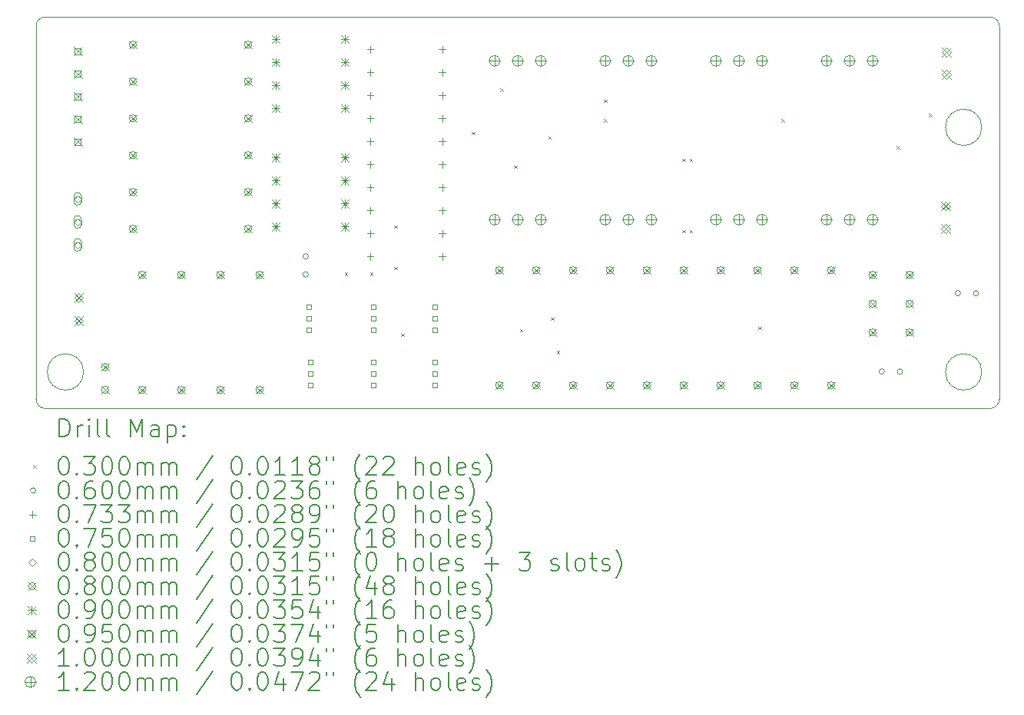
<source format=gbr>
%TF.GenerationSoftware,KiCad,Pcbnew,9.0.2*%
%TF.CreationDate,2025-07-11T17:02:37-07:00*%
%TF.ProjectId,hbridge_rev,68627269-6467-4655-9f72-65762e6b6963,rev?*%
%TF.SameCoordinates,Original*%
%TF.FileFunction,Drillmap*%
%TF.FilePolarity,Positive*%
%FSLAX45Y45*%
G04 Gerber Fmt 4.5, Leading zero omitted, Abs format (unit mm)*
G04 Created by KiCad (PCBNEW 9.0.2) date 2025-07-11 17:02:37*
%MOMM*%
%LPD*%
G01*
G04 APERTURE LIST*
%ADD10C,0.050000*%
%ADD11C,0.200000*%
%ADD12C,0.100000*%
%ADD13C,0.119999*%
G04 APERTURE END LIST*
D10*
X1320800Y-1370000D02*
G75*
G02*
X1420800Y-1270000I100000J0D01*
G01*
X1420800Y-1270000D02*
X11838000Y-1270000D01*
X11938000Y-5488000D02*
G75*
G02*
X11838000Y-5588000I-100000J0D01*
G01*
X11744300Y-5186000D02*
G75*
G02*
X11344300Y-5186000I-200000J0D01*
G01*
X11344300Y-5186000D02*
G75*
G02*
X11744300Y-5186000I200000J0D01*
G01*
X11838000Y-5588000D02*
X1420800Y-5588000D01*
X1420800Y-5588000D02*
G75*
G02*
X1320800Y-5488000I0J100000D01*
G01*
X11938000Y-1370000D02*
X11938000Y-5488000D01*
X1844300Y-5186000D02*
G75*
G02*
X1444300Y-5186000I-200000J0D01*
G01*
X1444300Y-5186000D02*
G75*
G02*
X1844300Y-5186000I200000J0D01*
G01*
X11838000Y-1270000D02*
G75*
G02*
X11938000Y-1370000I0J-100000D01*
G01*
X1320800Y-5488000D02*
X1320800Y-1370000D01*
X11744300Y-2486000D02*
G75*
G02*
X11344300Y-2486000I-200000J0D01*
G01*
X11344300Y-2486000D02*
G75*
G02*
X11744300Y-2486000I200000J0D01*
G01*
D11*
D12*
X4722100Y-4087100D02*
X4752100Y-4117100D01*
X4752100Y-4087100D02*
X4722100Y-4117100D01*
X5001500Y-4087100D02*
X5031500Y-4117100D01*
X5031500Y-4087100D02*
X5001500Y-4117100D01*
X5268200Y-3566400D02*
X5298200Y-3596400D01*
X5298200Y-3566400D02*
X5268200Y-3596400D01*
X5268200Y-4023600D02*
X5298200Y-4053600D01*
X5298200Y-4023600D02*
X5268200Y-4053600D01*
X5344400Y-4760200D02*
X5374400Y-4790200D01*
X5374400Y-4760200D02*
X5344400Y-4790200D01*
X6123426Y-2534200D02*
X6153426Y-2564200D01*
X6153426Y-2534200D02*
X6123426Y-2564200D01*
X6436600Y-2058600D02*
X6466600Y-2088600D01*
X6466600Y-2058600D02*
X6436600Y-2088600D01*
X6589000Y-2906000D02*
X6619000Y-2936000D01*
X6619000Y-2906000D02*
X6589000Y-2936000D01*
X6652500Y-4709400D02*
X6682500Y-4739400D01*
X6682500Y-4709400D02*
X6652500Y-4739400D01*
X6965400Y-2585000D02*
X6995400Y-2615000D01*
X6995400Y-2585000D02*
X6965400Y-2615000D01*
X6995400Y-4582400D02*
X7025400Y-4612400D01*
X7025400Y-4582400D02*
X6995400Y-4612400D01*
X7058900Y-4950700D02*
X7088900Y-4980700D01*
X7088900Y-4950700D02*
X7058900Y-4980700D01*
X7579600Y-2178600D02*
X7609600Y-2208600D01*
X7609600Y-2178600D02*
X7579600Y-2208600D01*
X7579600Y-2396400D02*
X7609600Y-2426400D01*
X7609600Y-2396400D02*
X7579600Y-2426400D01*
X8443200Y-2829800D02*
X8473200Y-2859800D01*
X8473200Y-2829800D02*
X8443200Y-2859800D01*
X8443200Y-3617200D02*
X8473200Y-3647200D01*
X8473200Y-3617200D02*
X8443200Y-3647200D01*
X8523200Y-2829800D02*
X8553200Y-2859800D01*
X8553200Y-2829800D02*
X8523200Y-2859800D01*
X8523200Y-3617200D02*
X8553200Y-3647200D01*
X8553200Y-3617200D02*
X8523200Y-3647200D01*
X9281400Y-4684000D02*
X9311400Y-4714000D01*
X9311400Y-4684000D02*
X9281400Y-4714000D01*
X9535400Y-2396400D02*
X9565400Y-2426400D01*
X9565400Y-2396400D02*
X9535400Y-2426400D01*
X10805400Y-2690100D02*
X10835400Y-2720100D01*
X10835400Y-2690100D02*
X10805400Y-2720100D01*
X11161000Y-2334500D02*
X11191000Y-2364500D01*
X11191000Y-2334500D02*
X11161000Y-2364500D01*
X4322600Y-3911600D02*
G75*
G02*
X4262600Y-3911600I-30000J0D01*
G01*
X4262600Y-3911600D02*
G75*
G02*
X4322600Y-3911600I30000J0D01*
G01*
X4322600Y-4111600D02*
G75*
G02*
X4262600Y-4111600I-30000J0D01*
G01*
X4262600Y-4111600D02*
G75*
G02*
X4322600Y-4111600I30000J0D01*
G01*
X10672600Y-5181600D02*
G75*
G02*
X10612600Y-5181600I-30000J0D01*
G01*
X10612600Y-5181600D02*
G75*
G02*
X10672600Y-5181600I30000J0D01*
G01*
X10872600Y-5181600D02*
G75*
G02*
X10812600Y-5181600I-30000J0D01*
G01*
X10812600Y-5181600D02*
G75*
G02*
X10872600Y-5181600I30000J0D01*
G01*
X11510800Y-4318000D02*
G75*
G02*
X11450800Y-4318000I-30000J0D01*
G01*
X11450800Y-4318000D02*
G75*
G02*
X11510800Y-4318000I30000J0D01*
G01*
X11710800Y-4318000D02*
G75*
G02*
X11650800Y-4318000I-30000J0D01*
G01*
X11650800Y-4318000D02*
G75*
G02*
X11710800Y-4318000I30000J0D01*
G01*
X5003800Y-1588950D02*
X5003800Y-1662250D01*
X4967150Y-1625600D02*
X5040450Y-1625600D01*
X5003800Y-1842950D02*
X5003800Y-1916250D01*
X4967150Y-1879600D02*
X5040450Y-1879600D01*
X5003800Y-2096950D02*
X5003800Y-2170250D01*
X4967150Y-2133600D02*
X5040450Y-2133600D01*
X5003800Y-2350950D02*
X5003800Y-2424250D01*
X4967150Y-2387600D02*
X5040450Y-2387600D01*
X5003800Y-2604950D02*
X5003800Y-2678250D01*
X4967150Y-2641600D02*
X5040450Y-2641600D01*
X5003800Y-2858950D02*
X5003800Y-2932250D01*
X4967150Y-2895600D02*
X5040450Y-2895600D01*
X5003800Y-3112950D02*
X5003800Y-3186250D01*
X4967150Y-3149600D02*
X5040450Y-3149600D01*
X5003800Y-3366950D02*
X5003800Y-3440250D01*
X4967150Y-3403600D02*
X5040450Y-3403600D01*
X5003800Y-3620950D02*
X5003800Y-3694250D01*
X4967150Y-3657600D02*
X5040450Y-3657600D01*
X5003800Y-3874950D02*
X5003800Y-3948250D01*
X4967150Y-3911600D02*
X5040450Y-3911600D01*
X5797600Y-1588950D02*
X5797600Y-1662250D01*
X5760950Y-1625600D02*
X5834250Y-1625600D01*
X5797600Y-1842950D02*
X5797600Y-1916250D01*
X5760950Y-1879600D02*
X5834250Y-1879600D01*
X5797600Y-2096950D02*
X5797600Y-2170250D01*
X5760950Y-2133600D02*
X5834250Y-2133600D01*
X5797600Y-2350950D02*
X5797600Y-2424250D01*
X5760950Y-2387600D02*
X5834250Y-2387600D01*
X5797600Y-2604950D02*
X5797600Y-2678250D01*
X5760950Y-2641600D02*
X5834250Y-2641600D01*
X5797600Y-2858950D02*
X5797600Y-2932250D01*
X5760950Y-2895600D02*
X5834250Y-2895600D01*
X5797600Y-3112950D02*
X5797600Y-3186250D01*
X5760950Y-3149600D02*
X5834250Y-3149600D01*
X5797600Y-3366950D02*
X5797600Y-3440250D01*
X5760950Y-3403600D02*
X5834250Y-3403600D01*
X5797600Y-3620950D02*
X5797600Y-3694250D01*
X5760950Y-3657600D02*
X5834250Y-3657600D01*
X5797600Y-3874950D02*
X5797600Y-3948250D01*
X5760950Y-3911600D02*
X5834250Y-3911600D01*
X4355117Y-4496917D02*
X4355117Y-4443883D01*
X4302083Y-4443883D01*
X4302083Y-4496917D01*
X4355117Y-4496917D01*
X4355117Y-4623917D02*
X4355117Y-4570883D01*
X4302083Y-4570883D01*
X4302083Y-4623917D01*
X4355117Y-4623917D01*
X4355117Y-4750917D02*
X4355117Y-4697883D01*
X4302083Y-4697883D01*
X4302083Y-4750917D01*
X4355117Y-4750917D01*
X4369917Y-5106517D02*
X4369917Y-5053483D01*
X4316883Y-5053483D01*
X4316883Y-5106517D01*
X4369917Y-5106517D01*
X4369917Y-5233517D02*
X4369917Y-5180483D01*
X4316883Y-5180483D01*
X4316883Y-5233517D01*
X4369917Y-5233517D01*
X4369917Y-5360517D02*
X4369917Y-5307483D01*
X4316883Y-5307483D01*
X4316883Y-5360517D01*
X4369917Y-5360517D01*
X5066317Y-4496917D02*
X5066317Y-4443883D01*
X5013283Y-4443883D01*
X5013283Y-4496917D01*
X5066317Y-4496917D01*
X5066317Y-4623917D02*
X5066317Y-4570883D01*
X5013283Y-4570883D01*
X5013283Y-4623917D01*
X5066317Y-4623917D01*
X5066317Y-4750917D02*
X5066317Y-4697883D01*
X5013283Y-4697883D01*
X5013283Y-4750917D01*
X5066317Y-4750917D01*
X5066317Y-5106517D02*
X5066317Y-5053483D01*
X5013283Y-5053483D01*
X5013283Y-5106517D01*
X5066317Y-5106517D01*
X5066317Y-5233517D02*
X5066317Y-5180483D01*
X5013283Y-5180483D01*
X5013283Y-5233517D01*
X5066317Y-5233517D01*
X5066317Y-5360517D02*
X5066317Y-5307483D01*
X5013283Y-5307483D01*
X5013283Y-5360517D01*
X5066317Y-5360517D01*
X5741517Y-4496917D02*
X5741517Y-4443883D01*
X5688483Y-4443883D01*
X5688483Y-4496917D01*
X5741517Y-4496917D01*
X5741517Y-4623917D02*
X5741517Y-4570883D01*
X5688483Y-4570883D01*
X5688483Y-4623917D01*
X5741517Y-4623917D01*
X5741517Y-4750917D02*
X5741517Y-4697883D01*
X5688483Y-4697883D01*
X5688483Y-4750917D01*
X5741517Y-4750917D01*
X5741517Y-5106517D02*
X5741517Y-5053483D01*
X5688483Y-5053483D01*
X5688483Y-5106517D01*
X5741517Y-5106517D01*
X5741517Y-5233517D02*
X5741517Y-5180483D01*
X5688483Y-5180483D01*
X5688483Y-5233517D01*
X5741517Y-5233517D01*
X5741517Y-5360517D02*
X5741517Y-5307483D01*
X5688483Y-5307483D01*
X5688483Y-5360517D01*
X5741517Y-5360517D01*
X1778000Y-3316600D02*
X1818000Y-3276600D01*
X1778000Y-3236600D01*
X1738000Y-3276600D01*
X1778000Y-3316600D01*
X1818000Y-3306600D02*
X1818000Y-3246600D01*
X1738000Y-3246600D02*
G75*
G02*
X1818000Y-3246600I40000J0D01*
G01*
X1738000Y-3246600D02*
X1738000Y-3306600D01*
X1738000Y-3306600D02*
G75*
G03*
X1818000Y-3306600I40000J0D01*
G01*
X1778000Y-3570600D02*
X1818000Y-3530600D01*
X1778000Y-3490600D01*
X1738000Y-3530600D01*
X1778000Y-3570600D01*
X1818000Y-3560600D02*
X1818000Y-3500600D01*
X1738000Y-3500600D02*
G75*
G02*
X1818000Y-3500600I40000J0D01*
G01*
X1738000Y-3500600D02*
X1738000Y-3560600D01*
X1738000Y-3560600D02*
G75*
G03*
X1818000Y-3560600I40000J0D01*
G01*
X1778000Y-3824600D02*
X1818000Y-3784600D01*
X1778000Y-3744600D01*
X1738000Y-3784600D01*
X1778000Y-3824600D01*
X1818000Y-3814600D02*
X1818000Y-3754600D01*
X1738000Y-3754600D02*
G75*
G02*
X1818000Y-3754600I40000J0D01*
G01*
X1738000Y-3754600D02*
X1738000Y-3814600D01*
X1738000Y-3814600D02*
G75*
G03*
X1818000Y-3814600I40000J0D01*
G01*
X2042800Y-5092800D02*
X2122800Y-5172800D01*
X2122800Y-5092800D02*
X2042800Y-5172800D01*
X2122800Y-5132800D02*
G75*
G02*
X2042800Y-5132800I-40000J0D01*
G01*
X2042800Y-5132800D02*
G75*
G02*
X2122800Y-5132800I40000J0D01*
G01*
X2042800Y-5342800D02*
X2122800Y-5422800D01*
X2122800Y-5342800D02*
X2042800Y-5422800D01*
X2122800Y-5382800D02*
G75*
G02*
X2042800Y-5382800I-40000J0D01*
G01*
X2042800Y-5382800D02*
G75*
G02*
X2122800Y-5382800I40000J0D01*
G01*
X2347600Y-1534800D02*
X2427600Y-1614800D01*
X2427600Y-1534800D02*
X2347600Y-1614800D01*
X2427600Y-1574800D02*
G75*
G02*
X2347600Y-1574800I-40000J0D01*
G01*
X2347600Y-1574800D02*
G75*
G02*
X2427600Y-1574800I40000J0D01*
G01*
X2347600Y-1941200D02*
X2427600Y-2021200D01*
X2427600Y-1941200D02*
X2347600Y-2021200D01*
X2427600Y-1981200D02*
G75*
G02*
X2347600Y-1981200I-40000J0D01*
G01*
X2347600Y-1981200D02*
G75*
G02*
X2427600Y-1981200I40000J0D01*
G01*
X2347600Y-2347600D02*
X2427600Y-2427600D01*
X2427600Y-2347600D02*
X2347600Y-2427600D01*
X2427600Y-2387600D02*
G75*
G02*
X2347600Y-2387600I-40000J0D01*
G01*
X2347600Y-2387600D02*
G75*
G02*
X2427600Y-2387600I40000J0D01*
G01*
X2347600Y-2754000D02*
X2427600Y-2834000D01*
X2427600Y-2754000D02*
X2347600Y-2834000D01*
X2427600Y-2794000D02*
G75*
G02*
X2347600Y-2794000I-40000J0D01*
G01*
X2347600Y-2794000D02*
G75*
G02*
X2427600Y-2794000I40000J0D01*
G01*
X2347600Y-3160400D02*
X2427600Y-3240400D01*
X2427600Y-3160400D02*
X2347600Y-3240400D01*
X2427600Y-3200400D02*
G75*
G02*
X2347600Y-3200400I-40000J0D01*
G01*
X2347600Y-3200400D02*
G75*
G02*
X2427600Y-3200400I40000J0D01*
G01*
X2347600Y-3566800D02*
X2427600Y-3646800D01*
X2427600Y-3566800D02*
X2347600Y-3646800D01*
X2427600Y-3606800D02*
G75*
G02*
X2347600Y-3606800I-40000J0D01*
G01*
X2347600Y-3606800D02*
G75*
G02*
X2427600Y-3606800I40000J0D01*
G01*
X2449200Y-4074800D02*
X2529200Y-4154800D01*
X2529200Y-4074800D02*
X2449200Y-4154800D01*
X2529200Y-4114800D02*
G75*
G02*
X2449200Y-4114800I-40000J0D01*
G01*
X2449200Y-4114800D02*
G75*
G02*
X2529200Y-4114800I40000J0D01*
G01*
X2449200Y-5344800D02*
X2529200Y-5424800D01*
X2529200Y-5344800D02*
X2449200Y-5424800D01*
X2529200Y-5384800D02*
G75*
G02*
X2449200Y-5384800I-40000J0D01*
G01*
X2449200Y-5384800D02*
G75*
G02*
X2529200Y-5384800I40000J0D01*
G01*
X2881000Y-4074800D02*
X2961000Y-4154800D01*
X2961000Y-4074800D02*
X2881000Y-4154800D01*
X2961000Y-4114800D02*
G75*
G02*
X2881000Y-4114800I-40000J0D01*
G01*
X2881000Y-4114800D02*
G75*
G02*
X2961000Y-4114800I40000J0D01*
G01*
X2881000Y-5344800D02*
X2961000Y-5424800D01*
X2961000Y-5344800D02*
X2881000Y-5424800D01*
X2961000Y-5384800D02*
G75*
G02*
X2881000Y-5384800I-40000J0D01*
G01*
X2881000Y-5384800D02*
G75*
G02*
X2961000Y-5384800I40000J0D01*
G01*
X3312800Y-4074800D02*
X3392800Y-4154800D01*
X3392800Y-4074800D02*
X3312800Y-4154800D01*
X3392800Y-4114800D02*
G75*
G02*
X3312800Y-4114800I-40000J0D01*
G01*
X3312800Y-4114800D02*
G75*
G02*
X3392800Y-4114800I40000J0D01*
G01*
X3312800Y-5344800D02*
X3392800Y-5424800D01*
X3392800Y-5344800D02*
X3312800Y-5424800D01*
X3392800Y-5384800D02*
G75*
G02*
X3312800Y-5384800I-40000J0D01*
G01*
X3312800Y-5384800D02*
G75*
G02*
X3392800Y-5384800I40000J0D01*
G01*
X3617600Y-1534800D02*
X3697600Y-1614800D01*
X3697600Y-1534800D02*
X3617600Y-1614800D01*
X3697600Y-1574800D02*
G75*
G02*
X3617600Y-1574800I-40000J0D01*
G01*
X3617600Y-1574800D02*
G75*
G02*
X3697600Y-1574800I40000J0D01*
G01*
X3617600Y-1941200D02*
X3697600Y-2021200D01*
X3697600Y-1941200D02*
X3617600Y-2021200D01*
X3697600Y-1981200D02*
G75*
G02*
X3617600Y-1981200I-40000J0D01*
G01*
X3617600Y-1981200D02*
G75*
G02*
X3697600Y-1981200I40000J0D01*
G01*
X3617600Y-2347600D02*
X3697600Y-2427600D01*
X3697600Y-2347600D02*
X3617600Y-2427600D01*
X3697600Y-2387600D02*
G75*
G02*
X3617600Y-2387600I-40000J0D01*
G01*
X3617600Y-2387600D02*
G75*
G02*
X3697600Y-2387600I40000J0D01*
G01*
X3617600Y-2754000D02*
X3697600Y-2834000D01*
X3697600Y-2754000D02*
X3617600Y-2834000D01*
X3697600Y-2794000D02*
G75*
G02*
X3617600Y-2794000I-40000J0D01*
G01*
X3617600Y-2794000D02*
G75*
G02*
X3697600Y-2794000I40000J0D01*
G01*
X3617600Y-3160400D02*
X3697600Y-3240400D01*
X3697600Y-3160400D02*
X3617600Y-3240400D01*
X3697600Y-3200400D02*
G75*
G02*
X3617600Y-3200400I-40000J0D01*
G01*
X3617600Y-3200400D02*
G75*
G02*
X3697600Y-3200400I40000J0D01*
G01*
X3617600Y-3566800D02*
X3697600Y-3646800D01*
X3697600Y-3566800D02*
X3617600Y-3646800D01*
X3697600Y-3606800D02*
G75*
G02*
X3617600Y-3606800I-40000J0D01*
G01*
X3617600Y-3606800D02*
G75*
G02*
X3697600Y-3606800I40000J0D01*
G01*
X3744600Y-4074800D02*
X3824600Y-4154800D01*
X3824600Y-4074800D02*
X3744600Y-4154800D01*
X3824600Y-4114800D02*
G75*
G02*
X3744600Y-4114800I-40000J0D01*
G01*
X3744600Y-4114800D02*
G75*
G02*
X3824600Y-4114800I40000J0D01*
G01*
X3744600Y-5344800D02*
X3824600Y-5424800D01*
X3824600Y-5344800D02*
X3744600Y-5424800D01*
X3824600Y-5384800D02*
G75*
G02*
X3744600Y-5384800I-40000J0D01*
G01*
X3744600Y-5384800D02*
G75*
G02*
X3824600Y-5384800I40000J0D01*
G01*
X6386200Y-4024000D02*
X6466200Y-4104000D01*
X6466200Y-4024000D02*
X6386200Y-4104000D01*
X6466200Y-4064000D02*
G75*
G02*
X6386200Y-4064000I-40000J0D01*
G01*
X6386200Y-4064000D02*
G75*
G02*
X6466200Y-4064000I40000J0D01*
G01*
X6386200Y-5294000D02*
X6466200Y-5374000D01*
X6466200Y-5294000D02*
X6386200Y-5374000D01*
X6466200Y-5334000D02*
G75*
G02*
X6386200Y-5334000I-40000J0D01*
G01*
X6386200Y-5334000D02*
G75*
G02*
X6466200Y-5334000I40000J0D01*
G01*
X6792600Y-4024000D02*
X6872600Y-4104000D01*
X6872600Y-4024000D02*
X6792600Y-4104000D01*
X6872600Y-4064000D02*
G75*
G02*
X6792600Y-4064000I-40000J0D01*
G01*
X6792600Y-4064000D02*
G75*
G02*
X6872600Y-4064000I40000J0D01*
G01*
X6792600Y-5294000D02*
X6872600Y-5374000D01*
X6872600Y-5294000D02*
X6792600Y-5374000D01*
X6872600Y-5334000D02*
G75*
G02*
X6792600Y-5334000I-40000J0D01*
G01*
X6792600Y-5334000D02*
G75*
G02*
X6872600Y-5334000I40000J0D01*
G01*
X7199000Y-4024000D02*
X7279000Y-4104000D01*
X7279000Y-4024000D02*
X7199000Y-4104000D01*
X7279000Y-4064000D02*
G75*
G02*
X7199000Y-4064000I-40000J0D01*
G01*
X7199000Y-4064000D02*
G75*
G02*
X7279000Y-4064000I40000J0D01*
G01*
X7199000Y-5294000D02*
X7279000Y-5374000D01*
X7279000Y-5294000D02*
X7199000Y-5374000D01*
X7279000Y-5334000D02*
G75*
G02*
X7199000Y-5334000I-40000J0D01*
G01*
X7199000Y-5334000D02*
G75*
G02*
X7279000Y-5334000I40000J0D01*
G01*
X7605400Y-4024000D02*
X7685400Y-4104000D01*
X7685400Y-4024000D02*
X7605400Y-4104000D01*
X7685400Y-4064000D02*
G75*
G02*
X7605400Y-4064000I-40000J0D01*
G01*
X7605400Y-4064000D02*
G75*
G02*
X7685400Y-4064000I40000J0D01*
G01*
X7605400Y-5294000D02*
X7685400Y-5374000D01*
X7685400Y-5294000D02*
X7605400Y-5374000D01*
X7685400Y-5334000D02*
G75*
G02*
X7605400Y-5334000I-40000J0D01*
G01*
X7605400Y-5334000D02*
G75*
G02*
X7685400Y-5334000I40000J0D01*
G01*
X8011800Y-4024000D02*
X8091800Y-4104000D01*
X8091800Y-4024000D02*
X8011800Y-4104000D01*
X8091800Y-4064000D02*
G75*
G02*
X8011800Y-4064000I-40000J0D01*
G01*
X8011800Y-4064000D02*
G75*
G02*
X8091800Y-4064000I40000J0D01*
G01*
X8011800Y-5294000D02*
X8091800Y-5374000D01*
X8091800Y-5294000D02*
X8011800Y-5374000D01*
X8091800Y-5334000D02*
G75*
G02*
X8011800Y-5334000I-40000J0D01*
G01*
X8011800Y-5334000D02*
G75*
G02*
X8091800Y-5334000I40000J0D01*
G01*
X8418200Y-4024000D02*
X8498200Y-4104000D01*
X8498200Y-4024000D02*
X8418200Y-4104000D01*
X8498200Y-4064000D02*
G75*
G02*
X8418200Y-4064000I-40000J0D01*
G01*
X8418200Y-4064000D02*
G75*
G02*
X8498200Y-4064000I40000J0D01*
G01*
X8418200Y-5294000D02*
X8498200Y-5374000D01*
X8498200Y-5294000D02*
X8418200Y-5374000D01*
X8498200Y-5334000D02*
G75*
G02*
X8418200Y-5334000I-40000J0D01*
G01*
X8418200Y-5334000D02*
G75*
G02*
X8498200Y-5334000I40000J0D01*
G01*
X8824600Y-4024000D02*
X8904600Y-4104000D01*
X8904600Y-4024000D02*
X8824600Y-4104000D01*
X8904600Y-4064000D02*
G75*
G02*
X8824600Y-4064000I-40000J0D01*
G01*
X8824600Y-4064000D02*
G75*
G02*
X8904600Y-4064000I40000J0D01*
G01*
X8824600Y-5294000D02*
X8904600Y-5374000D01*
X8904600Y-5294000D02*
X8824600Y-5374000D01*
X8904600Y-5334000D02*
G75*
G02*
X8824600Y-5334000I-40000J0D01*
G01*
X8824600Y-5334000D02*
G75*
G02*
X8904600Y-5334000I40000J0D01*
G01*
X9231000Y-4024000D02*
X9311000Y-4104000D01*
X9311000Y-4024000D02*
X9231000Y-4104000D01*
X9311000Y-4064000D02*
G75*
G02*
X9231000Y-4064000I-40000J0D01*
G01*
X9231000Y-4064000D02*
G75*
G02*
X9311000Y-4064000I40000J0D01*
G01*
X9231000Y-5294000D02*
X9311000Y-5374000D01*
X9311000Y-5294000D02*
X9231000Y-5374000D01*
X9311000Y-5334000D02*
G75*
G02*
X9231000Y-5334000I-40000J0D01*
G01*
X9231000Y-5334000D02*
G75*
G02*
X9311000Y-5334000I40000J0D01*
G01*
X9637400Y-4024000D02*
X9717400Y-4104000D01*
X9717400Y-4024000D02*
X9637400Y-4104000D01*
X9717400Y-4064000D02*
G75*
G02*
X9637400Y-4064000I-40000J0D01*
G01*
X9637400Y-4064000D02*
G75*
G02*
X9717400Y-4064000I40000J0D01*
G01*
X9637400Y-5294000D02*
X9717400Y-5374000D01*
X9717400Y-5294000D02*
X9637400Y-5374000D01*
X9717400Y-5334000D02*
G75*
G02*
X9637400Y-5334000I-40000J0D01*
G01*
X9637400Y-5334000D02*
G75*
G02*
X9717400Y-5334000I40000J0D01*
G01*
X10043800Y-4024000D02*
X10123800Y-4104000D01*
X10123800Y-4024000D02*
X10043800Y-4104000D01*
X10123800Y-4064000D02*
G75*
G02*
X10043800Y-4064000I-40000J0D01*
G01*
X10043800Y-4064000D02*
G75*
G02*
X10123800Y-4064000I40000J0D01*
G01*
X10043800Y-5294000D02*
X10123800Y-5374000D01*
X10123800Y-5294000D02*
X10043800Y-5374000D01*
X10123800Y-5334000D02*
G75*
G02*
X10043800Y-5334000I-40000J0D01*
G01*
X10043800Y-5334000D02*
G75*
G02*
X10123800Y-5334000I40000J0D01*
G01*
X10501000Y-4074800D02*
X10581000Y-4154800D01*
X10581000Y-4074800D02*
X10501000Y-4154800D01*
X10581000Y-4114800D02*
G75*
G02*
X10501000Y-4114800I-40000J0D01*
G01*
X10501000Y-4114800D02*
G75*
G02*
X10581000Y-4114800I40000J0D01*
G01*
X10501000Y-4392300D02*
X10581000Y-4472300D01*
X10581000Y-4392300D02*
X10501000Y-4472300D01*
X10581000Y-4432300D02*
G75*
G02*
X10501000Y-4432300I-40000J0D01*
G01*
X10501000Y-4432300D02*
G75*
G02*
X10581000Y-4432300I40000J0D01*
G01*
X10501000Y-4709800D02*
X10581000Y-4789800D01*
X10581000Y-4709800D02*
X10501000Y-4789800D01*
X10581000Y-4749800D02*
G75*
G02*
X10501000Y-4749800I-40000J0D01*
G01*
X10501000Y-4749800D02*
G75*
G02*
X10581000Y-4749800I40000J0D01*
G01*
X10907400Y-4392300D02*
X10987400Y-4472300D01*
X10987400Y-4392300D02*
X10907400Y-4472300D01*
X10987400Y-4432300D02*
G75*
G02*
X10907400Y-4432300I-40000J0D01*
G01*
X10907400Y-4432300D02*
G75*
G02*
X10987400Y-4432300I40000J0D01*
G01*
X10907400Y-4709800D02*
X10987400Y-4789800D01*
X10987400Y-4709800D02*
X10907400Y-4789800D01*
X10987400Y-4749800D02*
G75*
G02*
X10907400Y-4749800I-40000J0D01*
G01*
X10907400Y-4749800D02*
G75*
G02*
X10987400Y-4749800I40000J0D01*
G01*
X10908800Y-4074800D02*
X10988800Y-4154800D01*
X10988800Y-4074800D02*
X10908800Y-4154800D01*
X10988800Y-4114800D02*
G75*
G02*
X10908800Y-4114800I-40000J0D01*
G01*
X10908800Y-4114800D02*
G75*
G02*
X10988800Y-4114800I40000J0D01*
G01*
X3917399Y-1468199D02*
X4007401Y-1558201D01*
X4007401Y-1468199D02*
X3917399Y-1558201D01*
X3962400Y-1468199D02*
X3962400Y-1558201D01*
X3917399Y-1513200D02*
X4007401Y-1513200D01*
X3917399Y-1722199D02*
X4007401Y-1812201D01*
X4007401Y-1722199D02*
X3917399Y-1812201D01*
X3962400Y-1722199D02*
X3962400Y-1812201D01*
X3917399Y-1767200D02*
X4007401Y-1767200D01*
X3917399Y-1976199D02*
X4007401Y-2066201D01*
X4007401Y-1976199D02*
X3917399Y-2066201D01*
X3962400Y-1976199D02*
X3962400Y-2066201D01*
X3917399Y-2021200D02*
X4007401Y-2021200D01*
X3917399Y-2230199D02*
X4007401Y-2320201D01*
X4007401Y-2230199D02*
X3917399Y-2320201D01*
X3962400Y-2230199D02*
X3962400Y-2320201D01*
X3917399Y-2275200D02*
X4007401Y-2275200D01*
X3917399Y-2774399D02*
X4007401Y-2864401D01*
X4007401Y-2774399D02*
X3917399Y-2864401D01*
X3962400Y-2774399D02*
X3962400Y-2864401D01*
X3917399Y-2819400D02*
X4007401Y-2819400D01*
X3917399Y-3028399D02*
X4007401Y-3118401D01*
X4007401Y-3028399D02*
X3917399Y-3118401D01*
X3962400Y-3028399D02*
X3962400Y-3118401D01*
X3917399Y-3073400D02*
X4007401Y-3073400D01*
X3917399Y-3282399D02*
X4007401Y-3372401D01*
X4007401Y-3282399D02*
X3917399Y-3372401D01*
X3962400Y-3282399D02*
X3962400Y-3372401D01*
X3917399Y-3327400D02*
X4007401Y-3327400D01*
X3917399Y-3536399D02*
X4007401Y-3626401D01*
X4007401Y-3536399D02*
X3917399Y-3626401D01*
X3962400Y-3536399D02*
X3962400Y-3626401D01*
X3917399Y-3581400D02*
X4007401Y-3581400D01*
X4679399Y-1468199D02*
X4769401Y-1558201D01*
X4769401Y-1468199D02*
X4679399Y-1558201D01*
X4724400Y-1468199D02*
X4724400Y-1558201D01*
X4679399Y-1513200D02*
X4769401Y-1513200D01*
X4679399Y-1722199D02*
X4769401Y-1812201D01*
X4769401Y-1722199D02*
X4679399Y-1812201D01*
X4724400Y-1722199D02*
X4724400Y-1812201D01*
X4679399Y-1767200D02*
X4769401Y-1767200D01*
X4679399Y-1976199D02*
X4769401Y-2066201D01*
X4769401Y-1976199D02*
X4679399Y-2066201D01*
X4724400Y-1976199D02*
X4724400Y-2066201D01*
X4679399Y-2021200D02*
X4769401Y-2021200D01*
X4679399Y-2230199D02*
X4769401Y-2320201D01*
X4769401Y-2230199D02*
X4679399Y-2320201D01*
X4724400Y-2230199D02*
X4724400Y-2320201D01*
X4679399Y-2275200D02*
X4769401Y-2275200D01*
X4679399Y-2774399D02*
X4769401Y-2864401D01*
X4769401Y-2774399D02*
X4679399Y-2864401D01*
X4724400Y-2774399D02*
X4724400Y-2864401D01*
X4679399Y-2819400D02*
X4769401Y-2819400D01*
X4679399Y-3028399D02*
X4769401Y-3118401D01*
X4769401Y-3028399D02*
X4679399Y-3118401D01*
X4724400Y-3028399D02*
X4724400Y-3118401D01*
X4679399Y-3073400D02*
X4769401Y-3073400D01*
X4679399Y-3282399D02*
X4769401Y-3372401D01*
X4769401Y-3282399D02*
X4679399Y-3372401D01*
X4724400Y-3282399D02*
X4724400Y-3372401D01*
X4679399Y-3327400D02*
X4769401Y-3327400D01*
X4679399Y-3536399D02*
X4769401Y-3626401D01*
X4769401Y-3536399D02*
X4679399Y-3626401D01*
X4724400Y-3536399D02*
X4724400Y-3626401D01*
X4679399Y-3581400D02*
X4769401Y-3581400D01*
X1732200Y-1598800D02*
X1827200Y-1693800D01*
X1827200Y-1598800D02*
X1732200Y-1693800D01*
X1813288Y-1679888D02*
X1813288Y-1612712D01*
X1746112Y-1612712D01*
X1746112Y-1679888D01*
X1813288Y-1679888D01*
X1732200Y-1848800D02*
X1827200Y-1943800D01*
X1827200Y-1848800D02*
X1732200Y-1943800D01*
X1813288Y-1929888D02*
X1813288Y-1862712D01*
X1746112Y-1862712D01*
X1746112Y-1929888D01*
X1813288Y-1929888D01*
X1732200Y-2098800D02*
X1827200Y-2193800D01*
X1827200Y-2098800D02*
X1732200Y-2193800D01*
X1813288Y-2179888D02*
X1813288Y-2112712D01*
X1746112Y-2112712D01*
X1746112Y-2179888D01*
X1813288Y-2179888D01*
X1732200Y-2348800D02*
X1827200Y-2443800D01*
X1827200Y-2348800D02*
X1732200Y-2443800D01*
X1813288Y-2429888D02*
X1813288Y-2362712D01*
X1746112Y-2362712D01*
X1746112Y-2429888D01*
X1813288Y-2429888D01*
X1732200Y-2598800D02*
X1827200Y-2693800D01*
X1827200Y-2598800D02*
X1732200Y-2693800D01*
X1813288Y-2679888D02*
X1813288Y-2612712D01*
X1746112Y-2612712D01*
X1746112Y-2679888D01*
X1813288Y-2679888D01*
X1740700Y-4318800D02*
X1840700Y-4418800D01*
X1840700Y-4318800D02*
X1740700Y-4418800D01*
X1790700Y-4418800D02*
X1840700Y-4368800D01*
X1790700Y-4318800D01*
X1740700Y-4368800D01*
X1790700Y-4418800D01*
X1740700Y-4568800D02*
X1840700Y-4668800D01*
X1840700Y-4568800D02*
X1740700Y-4668800D01*
X1790700Y-4668800D02*
X1840700Y-4618800D01*
X1790700Y-4568800D01*
X1740700Y-4618800D01*
X1790700Y-4668800D01*
X11296600Y-3304800D02*
X11396600Y-3404800D01*
X11396600Y-3304800D02*
X11296600Y-3404800D01*
X11346600Y-3404800D02*
X11396600Y-3354800D01*
X11346600Y-3304800D01*
X11296600Y-3354800D01*
X11346600Y-3404800D01*
X11296600Y-3554800D02*
X11396600Y-3654800D01*
X11396600Y-3554800D02*
X11296600Y-3654800D01*
X11346600Y-3654800D02*
X11396600Y-3604800D01*
X11346600Y-3554800D01*
X11296600Y-3604800D01*
X11346600Y-3654800D01*
X11303800Y-1605000D02*
X11403800Y-1705000D01*
X11403800Y-1605000D02*
X11303800Y-1705000D01*
X11353800Y-1705000D02*
X11403800Y-1655000D01*
X11353800Y-1605000D01*
X11303800Y-1655000D01*
X11353800Y-1705000D01*
X11303800Y-1855000D02*
X11403800Y-1955000D01*
X11403800Y-1855000D02*
X11303800Y-1955000D01*
X11353800Y-1955000D02*
X11403800Y-1905000D01*
X11353800Y-1855000D01*
X11303800Y-1905000D01*
X11353800Y-1955000D01*
D13*
X6375400Y-1692600D02*
X6375400Y-1812600D01*
X6315400Y-1752600D02*
X6435400Y-1752600D01*
X6435400Y-1752600D02*
G75*
G02*
X6315400Y-1752600I-60000J0D01*
G01*
X6315400Y-1752600D02*
G75*
G02*
X6435400Y-1752600I60000J0D01*
G01*
X6375400Y-3445200D02*
X6375400Y-3565200D01*
X6315400Y-3505200D02*
X6435400Y-3505200D01*
X6435400Y-3505200D02*
G75*
G02*
X6315400Y-3505200I-60000J0D01*
G01*
X6315400Y-3505200D02*
G75*
G02*
X6435400Y-3505200I60000J0D01*
G01*
X6629400Y-1692600D02*
X6629400Y-1812600D01*
X6569400Y-1752600D02*
X6689400Y-1752600D01*
X6689400Y-1752600D02*
G75*
G02*
X6569400Y-1752600I-60000J0D01*
G01*
X6569400Y-1752600D02*
G75*
G02*
X6689400Y-1752600I60000J0D01*
G01*
X6629400Y-3445200D02*
X6629400Y-3565200D01*
X6569400Y-3505200D02*
X6689400Y-3505200D01*
X6689400Y-3505200D02*
G75*
G02*
X6569400Y-3505200I-60000J0D01*
G01*
X6569400Y-3505200D02*
G75*
G02*
X6689400Y-3505200I60000J0D01*
G01*
X6883400Y-1692600D02*
X6883400Y-1812600D01*
X6823400Y-1752600D02*
X6943400Y-1752600D01*
X6943400Y-1752600D02*
G75*
G02*
X6823400Y-1752600I-60000J0D01*
G01*
X6823400Y-1752600D02*
G75*
G02*
X6943400Y-1752600I60000J0D01*
G01*
X6883400Y-3445200D02*
X6883400Y-3565200D01*
X6823400Y-3505200D02*
X6943400Y-3505200D01*
X6943400Y-3505200D02*
G75*
G02*
X6823400Y-3505200I-60000J0D01*
G01*
X6823400Y-3505200D02*
G75*
G02*
X6943400Y-3505200I60000J0D01*
G01*
X7594600Y-1692600D02*
X7594600Y-1812600D01*
X7534600Y-1752600D02*
X7654600Y-1752600D01*
X7654600Y-1752600D02*
G75*
G02*
X7534600Y-1752600I-60000J0D01*
G01*
X7534600Y-1752600D02*
G75*
G02*
X7654600Y-1752600I60000J0D01*
G01*
X7594600Y-3445200D02*
X7594600Y-3565200D01*
X7534600Y-3505200D02*
X7654600Y-3505200D01*
X7654600Y-3505200D02*
G75*
G02*
X7534600Y-3505200I-60000J0D01*
G01*
X7534600Y-3505200D02*
G75*
G02*
X7654600Y-3505200I60000J0D01*
G01*
X7848600Y-1692600D02*
X7848600Y-1812600D01*
X7788600Y-1752600D02*
X7908600Y-1752600D01*
X7908600Y-1752600D02*
G75*
G02*
X7788600Y-1752600I-60000J0D01*
G01*
X7788600Y-1752600D02*
G75*
G02*
X7908600Y-1752600I60000J0D01*
G01*
X7848600Y-3445200D02*
X7848600Y-3565200D01*
X7788600Y-3505200D02*
X7908600Y-3505200D01*
X7908600Y-3505200D02*
G75*
G02*
X7788600Y-3505200I-60000J0D01*
G01*
X7788600Y-3505200D02*
G75*
G02*
X7908600Y-3505200I60000J0D01*
G01*
X8102600Y-1692600D02*
X8102600Y-1812600D01*
X8042600Y-1752600D02*
X8162600Y-1752600D01*
X8162600Y-1752600D02*
G75*
G02*
X8042600Y-1752600I-60000J0D01*
G01*
X8042600Y-1752600D02*
G75*
G02*
X8162600Y-1752600I60000J0D01*
G01*
X8102600Y-3445200D02*
X8102600Y-3565200D01*
X8042600Y-3505200D02*
X8162600Y-3505200D01*
X8162600Y-3505200D02*
G75*
G02*
X8042600Y-3505200I-60000J0D01*
G01*
X8042600Y-3505200D02*
G75*
G02*
X8162600Y-3505200I60000J0D01*
G01*
X8813800Y-1692600D02*
X8813800Y-1812600D01*
X8753800Y-1752600D02*
X8873800Y-1752600D01*
X8873800Y-1752600D02*
G75*
G02*
X8753800Y-1752600I-60000J0D01*
G01*
X8753800Y-1752600D02*
G75*
G02*
X8873800Y-1752600I60000J0D01*
G01*
X8813800Y-3445200D02*
X8813800Y-3565200D01*
X8753800Y-3505200D02*
X8873800Y-3505200D01*
X8873800Y-3505200D02*
G75*
G02*
X8753800Y-3505200I-60000J0D01*
G01*
X8753800Y-3505200D02*
G75*
G02*
X8873800Y-3505200I60000J0D01*
G01*
X9067800Y-1692600D02*
X9067800Y-1812600D01*
X9007800Y-1752600D02*
X9127800Y-1752600D01*
X9127800Y-1752600D02*
G75*
G02*
X9007800Y-1752600I-60000J0D01*
G01*
X9007800Y-1752600D02*
G75*
G02*
X9127800Y-1752600I60000J0D01*
G01*
X9067800Y-3445200D02*
X9067800Y-3565200D01*
X9007800Y-3505200D02*
X9127800Y-3505200D01*
X9127800Y-3505200D02*
G75*
G02*
X9007800Y-3505200I-60000J0D01*
G01*
X9007800Y-3505200D02*
G75*
G02*
X9127800Y-3505200I60000J0D01*
G01*
X9321800Y-1692600D02*
X9321800Y-1812600D01*
X9261800Y-1752600D02*
X9381800Y-1752600D01*
X9381800Y-1752600D02*
G75*
G02*
X9261800Y-1752600I-60000J0D01*
G01*
X9261800Y-1752600D02*
G75*
G02*
X9381800Y-1752600I60000J0D01*
G01*
X9321800Y-3445200D02*
X9321800Y-3565200D01*
X9261800Y-3505200D02*
X9381800Y-3505200D01*
X9381800Y-3505200D02*
G75*
G02*
X9261800Y-3505200I-60000J0D01*
G01*
X9261800Y-3505200D02*
G75*
G02*
X9381800Y-3505200I60000J0D01*
G01*
X10033000Y-1692600D02*
X10033000Y-1812600D01*
X9973000Y-1752600D02*
X10093000Y-1752600D01*
X10093000Y-1752600D02*
G75*
G02*
X9973000Y-1752600I-60000J0D01*
G01*
X9973000Y-1752600D02*
G75*
G02*
X10093000Y-1752600I60000J0D01*
G01*
X10033000Y-3445200D02*
X10033000Y-3565200D01*
X9973000Y-3505200D02*
X10093000Y-3505200D01*
X10093000Y-3505200D02*
G75*
G02*
X9973000Y-3505200I-60000J0D01*
G01*
X9973000Y-3505200D02*
G75*
G02*
X10093000Y-3505200I60000J0D01*
G01*
X10287000Y-1692600D02*
X10287000Y-1812600D01*
X10227000Y-1752600D02*
X10347000Y-1752600D01*
X10347000Y-1752600D02*
G75*
G02*
X10227000Y-1752600I-60000J0D01*
G01*
X10227000Y-1752600D02*
G75*
G02*
X10347000Y-1752600I60000J0D01*
G01*
X10287000Y-3445200D02*
X10287000Y-3565200D01*
X10227000Y-3505200D02*
X10347000Y-3505200D01*
X10347000Y-3505200D02*
G75*
G02*
X10227000Y-3505200I-60000J0D01*
G01*
X10227000Y-3505200D02*
G75*
G02*
X10347000Y-3505200I60000J0D01*
G01*
X10541000Y-1692600D02*
X10541000Y-1812600D01*
X10481000Y-1752600D02*
X10601000Y-1752600D01*
X10601000Y-1752600D02*
G75*
G02*
X10481000Y-1752600I-60000J0D01*
G01*
X10481000Y-1752600D02*
G75*
G02*
X10601000Y-1752600I60000J0D01*
G01*
X10541000Y-3445200D02*
X10541000Y-3565200D01*
X10481000Y-3505200D02*
X10601000Y-3505200D01*
X10601000Y-3505200D02*
G75*
G02*
X10481000Y-3505200I-60000J0D01*
G01*
X10481000Y-3505200D02*
G75*
G02*
X10601000Y-3505200I60000J0D01*
G01*
D11*
X1579077Y-5901984D02*
X1579077Y-5701984D01*
X1579077Y-5701984D02*
X1626696Y-5701984D01*
X1626696Y-5701984D02*
X1655267Y-5711508D01*
X1655267Y-5711508D02*
X1674315Y-5730555D01*
X1674315Y-5730555D02*
X1683839Y-5749603D01*
X1683839Y-5749603D02*
X1693362Y-5787698D01*
X1693362Y-5787698D02*
X1693362Y-5816269D01*
X1693362Y-5816269D02*
X1683839Y-5854365D01*
X1683839Y-5854365D02*
X1674315Y-5873412D01*
X1674315Y-5873412D02*
X1655267Y-5892460D01*
X1655267Y-5892460D02*
X1626696Y-5901984D01*
X1626696Y-5901984D02*
X1579077Y-5901984D01*
X1779077Y-5901984D02*
X1779077Y-5768650D01*
X1779077Y-5806746D02*
X1788601Y-5787698D01*
X1788601Y-5787698D02*
X1798124Y-5778174D01*
X1798124Y-5778174D02*
X1817172Y-5768650D01*
X1817172Y-5768650D02*
X1836220Y-5768650D01*
X1902886Y-5901984D02*
X1902886Y-5768650D01*
X1902886Y-5701984D02*
X1893362Y-5711508D01*
X1893362Y-5711508D02*
X1902886Y-5721031D01*
X1902886Y-5721031D02*
X1912410Y-5711508D01*
X1912410Y-5711508D02*
X1902886Y-5701984D01*
X1902886Y-5701984D02*
X1902886Y-5721031D01*
X2026696Y-5901984D02*
X2007648Y-5892460D01*
X2007648Y-5892460D02*
X1998124Y-5873412D01*
X1998124Y-5873412D02*
X1998124Y-5701984D01*
X2131458Y-5901984D02*
X2112410Y-5892460D01*
X2112410Y-5892460D02*
X2102886Y-5873412D01*
X2102886Y-5873412D02*
X2102886Y-5701984D01*
X2360029Y-5901984D02*
X2360029Y-5701984D01*
X2360029Y-5701984D02*
X2426696Y-5844841D01*
X2426696Y-5844841D02*
X2493363Y-5701984D01*
X2493363Y-5701984D02*
X2493363Y-5901984D01*
X2674315Y-5901984D02*
X2674315Y-5797222D01*
X2674315Y-5797222D02*
X2664791Y-5778174D01*
X2664791Y-5778174D02*
X2645744Y-5768650D01*
X2645744Y-5768650D02*
X2607648Y-5768650D01*
X2607648Y-5768650D02*
X2588601Y-5778174D01*
X2674315Y-5892460D02*
X2655267Y-5901984D01*
X2655267Y-5901984D02*
X2607648Y-5901984D01*
X2607648Y-5901984D02*
X2588601Y-5892460D01*
X2588601Y-5892460D02*
X2579077Y-5873412D01*
X2579077Y-5873412D02*
X2579077Y-5854365D01*
X2579077Y-5854365D02*
X2588601Y-5835317D01*
X2588601Y-5835317D02*
X2607648Y-5825793D01*
X2607648Y-5825793D02*
X2655267Y-5825793D01*
X2655267Y-5825793D02*
X2674315Y-5816269D01*
X2769553Y-5768650D02*
X2769553Y-5968650D01*
X2769553Y-5778174D02*
X2788601Y-5768650D01*
X2788601Y-5768650D02*
X2826696Y-5768650D01*
X2826696Y-5768650D02*
X2845743Y-5778174D01*
X2845743Y-5778174D02*
X2855267Y-5787698D01*
X2855267Y-5787698D02*
X2864791Y-5806746D01*
X2864791Y-5806746D02*
X2864791Y-5863888D01*
X2864791Y-5863888D02*
X2855267Y-5882936D01*
X2855267Y-5882936D02*
X2845743Y-5892460D01*
X2845743Y-5892460D02*
X2826696Y-5901984D01*
X2826696Y-5901984D02*
X2788601Y-5901984D01*
X2788601Y-5901984D02*
X2769553Y-5892460D01*
X2950505Y-5882936D02*
X2960029Y-5892460D01*
X2960029Y-5892460D02*
X2950505Y-5901984D01*
X2950505Y-5901984D02*
X2940982Y-5892460D01*
X2940982Y-5892460D02*
X2950505Y-5882936D01*
X2950505Y-5882936D02*
X2950505Y-5901984D01*
X2950505Y-5778174D02*
X2960029Y-5787698D01*
X2960029Y-5787698D02*
X2950505Y-5797222D01*
X2950505Y-5797222D02*
X2940982Y-5787698D01*
X2940982Y-5787698D02*
X2950505Y-5778174D01*
X2950505Y-5778174D02*
X2950505Y-5797222D01*
D12*
X1288300Y-6215500D02*
X1318300Y-6245500D01*
X1318300Y-6215500D02*
X1288300Y-6245500D01*
D11*
X1617172Y-6121984D02*
X1636220Y-6121984D01*
X1636220Y-6121984D02*
X1655267Y-6131508D01*
X1655267Y-6131508D02*
X1664791Y-6141031D01*
X1664791Y-6141031D02*
X1674315Y-6160079D01*
X1674315Y-6160079D02*
X1683839Y-6198174D01*
X1683839Y-6198174D02*
X1683839Y-6245793D01*
X1683839Y-6245793D02*
X1674315Y-6283888D01*
X1674315Y-6283888D02*
X1664791Y-6302936D01*
X1664791Y-6302936D02*
X1655267Y-6312460D01*
X1655267Y-6312460D02*
X1636220Y-6321984D01*
X1636220Y-6321984D02*
X1617172Y-6321984D01*
X1617172Y-6321984D02*
X1598124Y-6312460D01*
X1598124Y-6312460D02*
X1588601Y-6302936D01*
X1588601Y-6302936D02*
X1579077Y-6283888D01*
X1579077Y-6283888D02*
X1569553Y-6245793D01*
X1569553Y-6245793D02*
X1569553Y-6198174D01*
X1569553Y-6198174D02*
X1579077Y-6160079D01*
X1579077Y-6160079D02*
X1588601Y-6141031D01*
X1588601Y-6141031D02*
X1598124Y-6131508D01*
X1598124Y-6131508D02*
X1617172Y-6121984D01*
X1769553Y-6302936D02*
X1779077Y-6312460D01*
X1779077Y-6312460D02*
X1769553Y-6321984D01*
X1769553Y-6321984D02*
X1760029Y-6312460D01*
X1760029Y-6312460D02*
X1769553Y-6302936D01*
X1769553Y-6302936D02*
X1769553Y-6321984D01*
X1845743Y-6121984D02*
X1969553Y-6121984D01*
X1969553Y-6121984D02*
X1902886Y-6198174D01*
X1902886Y-6198174D02*
X1931458Y-6198174D01*
X1931458Y-6198174D02*
X1950505Y-6207698D01*
X1950505Y-6207698D02*
X1960029Y-6217222D01*
X1960029Y-6217222D02*
X1969553Y-6236269D01*
X1969553Y-6236269D02*
X1969553Y-6283888D01*
X1969553Y-6283888D02*
X1960029Y-6302936D01*
X1960029Y-6302936D02*
X1950505Y-6312460D01*
X1950505Y-6312460D02*
X1931458Y-6321984D01*
X1931458Y-6321984D02*
X1874315Y-6321984D01*
X1874315Y-6321984D02*
X1855267Y-6312460D01*
X1855267Y-6312460D02*
X1845743Y-6302936D01*
X2093362Y-6121984D02*
X2112410Y-6121984D01*
X2112410Y-6121984D02*
X2131458Y-6131508D01*
X2131458Y-6131508D02*
X2140982Y-6141031D01*
X2140982Y-6141031D02*
X2150505Y-6160079D01*
X2150505Y-6160079D02*
X2160029Y-6198174D01*
X2160029Y-6198174D02*
X2160029Y-6245793D01*
X2160029Y-6245793D02*
X2150505Y-6283888D01*
X2150505Y-6283888D02*
X2140982Y-6302936D01*
X2140982Y-6302936D02*
X2131458Y-6312460D01*
X2131458Y-6312460D02*
X2112410Y-6321984D01*
X2112410Y-6321984D02*
X2093362Y-6321984D01*
X2093362Y-6321984D02*
X2074315Y-6312460D01*
X2074315Y-6312460D02*
X2064791Y-6302936D01*
X2064791Y-6302936D02*
X2055267Y-6283888D01*
X2055267Y-6283888D02*
X2045743Y-6245793D01*
X2045743Y-6245793D02*
X2045743Y-6198174D01*
X2045743Y-6198174D02*
X2055267Y-6160079D01*
X2055267Y-6160079D02*
X2064791Y-6141031D01*
X2064791Y-6141031D02*
X2074315Y-6131508D01*
X2074315Y-6131508D02*
X2093362Y-6121984D01*
X2283839Y-6121984D02*
X2302886Y-6121984D01*
X2302886Y-6121984D02*
X2321934Y-6131508D01*
X2321934Y-6131508D02*
X2331458Y-6141031D01*
X2331458Y-6141031D02*
X2340982Y-6160079D01*
X2340982Y-6160079D02*
X2350505Y-6198174D01*
X2350505Y-6198174D02*
X2350505Y-6245793D01*
X2350505Y-6245793D02*
X2340982Y-6283888D01*
X2340982Y-6283888D02*
X2331458Y-6302936D01*
X2331458Y-6302936D02*
X2321934Y-6312460D01*
X2321934Y-6312460D02*
X2302886Y-6321984D01*
X2302886Y-6321984D02*
X2283839Y-6321984D01*
X2283839Y-6321984D02*
X2264791Y-6312460D01*
X2264791Y-6312460D02*
X2255267Y-6302936D01*
X2255267Y-6302936D02*
X2245744Y-6283888D01*
X2245744Y-6283888D02*
X2236220Y-6245793D01*
X2236220Y-6245793D02*
X2236220Y-6198174D01*
X2236220Y-6198174D02*
X2245744Y-6160079D01*
X2245744Y-6160079D02*
X2255267Y-6141031D01*
X2255267Y-6141031D02*
X2264791Y-6131508D01*
X2264791Y-6131508D02*
X2283839Y-6121984D01*
X2436220Y-6321984D02*
X2436220Y-6188650D01*
X2436220Y-6207698D02*
X2445744Y-6198174D01*
X2445744Y-6198174D02*
X2464791Y-6188650D01*
X2464791Y-6188650D02*
X2493363Y-6188650D01*
X2493363Y-6188650D02*
X2512410Y-6198174D01*
X2512410Y-6198174D02*
X2521934Y-6217222D01*
X2521934Y-6217222D02*
X2521934Y-6321984D01*
X2521934Y-6217222D02*
X2531458Y-6198174D01*
X2531458Y-6198174D02*
X2550505Y-6188650D01*
X2550505Y-6188650D02*
X2579077Y-6188650D01*
X2579077Y-6188650D02*
X2598125Y-6198174D01*
X2598125Y-6198174D02*
X2607648Y-6217222D01*
X2607648Y-6217222D02*
X2607648Y-6321984D01*
X2702886Y-6321984D02*
X2702886Y-6188650D01*
X2702886Y-6207698D02*
X2712410Y-6198174D01*
X2712410Y-6198174D02*
X2731458Y-6188650D01*
X2731458Y-6188650D02*
X2760029Y-6188650D01*
X2760029Y-6188650D02*
X2779077Y-6198174D01*
X2779077Y-6198174D02*
X2788601Y-6217222D01*
X2788601Y-6217222D02*
X2788601Y-6321984D01*
X2788601Y-6217222D02*
X2798124Y-6198174D01*
X2798124Y-6198174D02*
X2817172Y-6188650D01*
X2817172Y-6188650D02*
X2845743Y-6188650D01*
X2845743Y-6188650D02*
X2864791Y-6198174D01*
X2864791Y-6198174D02*
X2874315Y-6217222D01*
X2874315Y-6217222D02*
X2874315Y-6321984D01*
X3264791Y-6112460D02*
X3093363Y-6369603D01*
X3521934Y-6121984D02*
X3540982Y-6121984D01*
X3540982Y-6121984D02*
X3560029Y-6131508D01*
X3560029Y-6131508D02*
X3569553Y-6141031D01*
X3569553Y-6141031D02*
X3579077Y-6160079D01*
X3579077Y-6160079D02*
X3588601Y-6198174D01*
X3588601Y-6198174D02*
X3588601Y-6245793D01*
X3588601Y-6245793D02*
X3579077Y-6283888D01*
X3579077Y-6283888D02*
X3569553Y-6302936D01*
X3569553Y-6302936D02*
X3560029Y-6312460D01*
X3560029Y-6312460D02*
X3540982Y-6321984D01*
X3540982Y-6321984D02*
X3521934Y-6321984D01*
X3521934Y-6321984D02*
X3502886Y-6312460D01*
X3502886Y-6312460D02*
X3493363Y-6302936D01*
X3493363Y-6302936D02*
X3483839Y-6283888D01*
X3483839Y-6283888D02*
X3474315Y-6245793D01*
X3474315Y-6245793D02*
X3474315Y-6198174D01*
X3474315Y-6198174D02*
X3483839Y-6160079D01*
X3483839Y-6160079D02*
X3493363Y-6141031D01*
X3493363Y-6141031D02*
X3502886Y-6131508D01*
X3502886Y-6131508D02*
X3521934Y-6121984D01*
X3674315Y-6302936D02*
X3683839Y-6312460D01*
X3683839Y-6312460D02*
X3674315Y-6321984D01*
X3674315Y-6321984D02*
X3664791Y-6312460D01*
X3664791Y-6312460D02*
X3674315Y-6302936D01*
X3674315Y-6302936D02*
X3674315Y-6321984D01*
X3807648Y-6121984D02*
X3826696Y-6121984D01*
X3826696Y-6121984D02*
X3845744Y-6131508D01*
X3845744Y-6131508D02*
X3855267Y-6141031D01*
X3855267Y-6141031D02*
X3864791Y-6160079D01*
X3864791Y-6160079D02*
X3874315Y-6198174D01*
X3874315Y-6198174D02*
X3874315Y-6245793D01*
X3874315Y-6245793D02*
X3864791Y-6283888D01*
X3864791Y-6283888D02*
X3855267Y-6302936D01*
X3855267Y-6302936D02*
X3845744Y-6312460D01*
X3845744Y-6312460D02*
X3826696Y-6321984D01*
X3826696Y-6321984D02*
X3807648Y-6321984D01*
X3807648Y-6321984D02*
X3788601Y-6312460D01*
X3788601Y-6312460D02*
X3779077Y-6302936D01*
X3779077Y-6302936D02*
X3769553Y-6283888D01*
X3769553Y-6283888D02*
X3760029Y-6245793D01*
X3760029Y-6245793D02*
X3760029Y-6198174D01*
X3760029Y-6198174D02*
X3769553Y-6160079D01*
X3769553Y-6160079D02*
X3779077Y-6141031D01*
X3779077Y-6141031D02*
X3788601Y-6131508D01*
X3788601Y-6131508D02*
X3807648Y-6121984D01*
X4064791Y-6321984D02*
X3950506Y-6321984D01*
X4007648Y-6321984D02*
X4007648Y-6121984D01*
X4007648Y-6121984D02*
X3988601Y-6150555D01*
X3988601Y-6150555D02*
X3969553Y-6169603D01*
X3969553Y-6169603D02*
X3950506Y-6179127D01*
X4255268Y-6321984D02*
X4140982Y-6321984D01*
X4198125Y-6321984D02*
X4198125Y-6121984D01*
X4198125Y-6121984D02*
X4179077Y-6150555D01*
X4179077Y-6150555D02*
X4160029Y-6169603D01*
X4160029Y-6169603D02*
X4140982Y-6179127D01*
X4369553Y-6207698D02*
X4350506Y-6198174D01*
X4350506Y-6198174D02*
X4340982Y-6188650D01*
X4340982Y-6188650D02*
X4331458Y-6169603D01*
X4331458Y-6169603D02*
X4331458Y-6160079D01*
X4331458Y-6160079D02*
X4340982Y-6141031D01*
X4340982Y-6141031D02*
X4350506Y-6131508D01*
X4350506Y-6131508D02*
X4369553Y-6121984D01*
X4369553Y-6121984D02*
X4407649Y-6121984D01*
X4407649Y-6121984D02*
X4426696Y-6131508D01*
X4426696Y-6131508D02*
X4436220Y-6141031D01*
X4436220Y-6141031D02*
X4445744Y-6160079D01*
X4445744Y-6160079D02*
X4445744Y-6169603D01*
X4445744Y-6169603D02*
X4436220Y-6188650D01*
X4436220Y-6188650D02*
X4426696Y-6198174D01*
X4426696Y-6198174D02*
X4407649Y-6207698D01*
X4407649Y-6207698D02*
X4369553Y-6207698D01*
X4369553Y-6207698D02*
X4350506Y-6217222D01*
X4350506Y-6217222D02*
X4340982Y-6226746D01*
X4340982Y-6226746D02*
X4331458Y-6245793D01*
X4331458Y-6245793D02*
X4331458Y-6283888D01*
X4331458Y-6283888D02*
X4340982Y-6302936D01*
X4340982Y-6302936D02*
X4350506Y-6312460D01*
X4350506Y-6312460D02*
X4369553Y-6321984D01*
X4369553Y-6321984D02*
X4407649Y-6321984D01*
X4407649Y-6321984D02*
X4426696Y-6312460D01*
X4426696Y-6312460D02*
X4436220Y-6302936D01*
X4436220Y-6302936D02*
X4445744Y-6283888D01*
X4445744Y-6283888D02*
X4445744Y-6245793D01*
X4445744Y-6245793D02*
X4436220Y-6226746D01*
X4436220Y-6226746D02*
X4426696Y-6217222D01*
X4426696Y-6217222D02*
X4407649Y-6207698D01*
X4521934Y-6121984D02*
X4521934Y-6160079D01*
X4598125Y-6121984D02*
X4598125Y-6160079D01*
X4893363Y-6398174D02*
X4883839Y-6388650D01*
X4883839Y-6388650D02*
X4864791Y-6360079D01*
X4864791Y-6360079D02*
X4855268Y-6341031D01*
X4855268Y-6341031D02*
X4845744Y-6312460D01*
X4845744Y-6312460D02*
X4836220Y-6264841D01*
X4836220Y-6264841D02*
X4836220Y-6226746D01*
X4836220Y-6226746D02*
X4845744Y-6179127D01*
X4845744Y-6179127D02*
X4855268Y-6150555D01*
X4855268Y-6150555D02*
X4864791Y-6131508D01*
X4864791Y-6131508D02*
X4883839Y-6102936D01*
X4883839Y-6102936D02*
X4893363Y-6093412D01*
X4960030Y-6141031D02*
X4969553Y-6131508D01*
X4969553Y-6131508D02*
X4988601Y-6121984D01*
X4988601Y-6121984D02*
X5036220Y-6121984D01*
X5036220Y-6121984D02*
X5055268Y-6131508D01*
X5055268Y-6131508D02*
X5064791Y-6141031D01*
X5064791Y-6141031D02*
X5074315Y-6160079D01*
X5074315Y-6160079D02*
X5074315Y-6179127D01*
X5074315Y-6179127D02*
X5064791Y-6207698D01*
X5064791Y-6207698D02*
X4950506Y-6321984D01*
X4950506Y-6321984D02*
X5074315Y-6321984D01*
X5150506Y-6141031D02*
X5160030Y-6131508D01*
X5160030Y-6131508D02*
X5179077Y-6121984D01*
X5179077Y-6121984D02*
X5226696Y-6121984D01*
X5226696Y-6121984D02*
X5245744Y-6131508D01*
X5245744Y-6131508D02*
X5255268Y-6141031D01*
X5255268Y-6141031D02*
X5264791Y-6160079D01*
X5264791Y-6160079D02*
X5264791Y-6179127D01*
X5264791Y-6179127D02*
X5255268Y-6207698D01*
X5255268Y-6207698D02*
X5140982Y-6321984D01*
X5140982Y-6321984D02*
X5264791Y-6321984D01*
X5502887Y-6321984D02*
X5502887Y-6121984D01*
X5588601Y-6321984D02*
X5588601Y-6217222D01*
X5588601Y-6217222D02*
X5579077Y-6198174D01*
X5579077Y-6198174D02*
X5560030Y-6188650D01*
X5560030Y-6188650D02*
X5531458Y-6188650D01*
X5531458Y-6188650D02*
X5512411Y-6198174D01*
X5512411Y-6198174D02*
X5502887Y-6207698D01*
X5712410Y-6321984D02*
X5693363Y-6312460D01*
X5693363Y-6312460D02*
X5683839Y-6302936D01*
X5683839Y-6302936D02*
X5674315Y-6283888D01*
X5674315Y-6283888D02*
X5674315Y-6226746D01*
X5674315Y-6226746D02*
X5683839Y-6207698D01*
X5683839Y-6207698D02*
X5693363Y-6198174D01*
X5693363Y-6198174D02*
X5712410Y-6188650D01*
X5712410Y-6188650D02*
X5740982Y-6188650D01*
X5740982Y-6188650D02*
X5760030Y-6198174D01*
X5760030Y-6198174D02*
X5769553Y-6207698D01*
X5769553Y-6207698D02*
X5779077Y-6226746D01*
X5779077Y-6226746D02*
X5779077Y-6283888D01*
X5779077Y-6283888D02*
X5769553Y-6302936D01*
X5769553Y-6302936D02*
X5760030Y-6312460D01*
X5760030Y-6312460D02*
X5740982Y-6321984D01*
X5740982Y-6321984D02*
X5712410Y-6321984D01*
X5893363Y-6321984D02*
X5874315Y-6312460D01*
X5874315Y-6312460D02*
X5864791Y-6293412D01*
X5864791Y-6293412D02*
X5864791Y-6121984D01*
X6045744Y-6312460D02*
X6026696Y-6321984D01*
X6026696Y-6321984D02*
X5988601Y-6321984D01*
X5988601Y-6321984D02*
X5969553Y-6312460D01*
X5969553Y-6312460D02*
X5960030Y-6293412D01*
X5960030Y-6293412D02*
X5960030Y-6217222D01*
X5960030Y-6217222D02*
X5969553Y-6198174D01*
X5969553Y-6198174D02*
X5988601Y-6188650D01*
X5988601Y-6188650D02*
X6026696Y-6188650D01*
X6026696Y-6188650D02*
X6045744Y-6198174D01*
X6045744Y-6198174D02*
X6055268Y-6217222D01*
X6055268Y-6217222D02*
X6055268Y-6236269D01*
X6055268Y-6236269D02*
X5960030Y-6255317D01*
X6131458Y-6312460D02*
X6150506Y-6321984D01*
X6150506Y-6321984D02*
X6188601Y-6321984D01*
X6188601Y-6321984D02*
X6207649Y-6312460D01*
X6207649Y-6312460D02*
X6217172Y-6293412D01*
X6217172Y-6293412D02*
X6217172Y-6283888D01*
X6217172Y-6283888D02*
X6207649Y-6264841D01*
X6207649Y-6264841D02*
X6188601Y-6255317D01*
X6188601Y-6255317D02*
X6160030Y-6255317D01*
X6160030Y-6255317D02*
X6140982Y-6245793D01*
X6140982Y-6245793D02*
X6131458Y-6226746D01*
X6131458Y-6226746D02*
X6131458Y-6217222D01*
X6131458Y-6217222D02*
X6140982Y-6198174D01*
X6140982Y-6198174D02*
X6160030Y-6188650D01*
X6160030Y-6188650D02*
X6188601Y-6188650D01*
X6188601Y-6188650D02*
X6207649Y-6198174D01*
X6283839Y-6398174D02*
X6293363Y-6388650D01*
X6293363Y-6388650D02*
X6312411Y-6360079D01*
X6312411Y-6360079D02*
X6321934Y-6341031D01*
X6321934Y-6341031D02*
X6331458Y-6312460D01*
X6331458Y-6312460D02*
X6340982Y-6264841D01*
X6340982Y-6264841D02*
X6340982Y-6226746D01*
X6340982Y-6226746D02*
X6331458Y-6179127D01*
X6331458Y-6179127D02*
X6321934Y-6150555D01*
X6321934Y-6150555D02*
X6312411Y-6131508D01*
X6312411Y-6131508D02*
X6293363Y-6102936D01*
X6293363Y-6102936D02*
X6283839Y-6093412D01*
D12*
X1318300Y-6494500D02*
G75*
G02*
X1258300Y-6494500I-30000J0D01*
G01*
X1258300Y-6494500D02*
G75*
G02*
X1318300Y-6494500I30000J0D01*
G01*
D11*
X1617172Y-6385984D02*
X1636220Y-6385984D01*
X1636220Y-6385984D02*
X1655267Y-6395508D01*
X1655267Y-6395508D02*
X1664791Y-6405031D01*
X1664791Y-6405031D02*
X1674315Y-6424079D01*
X1674315Y-6424079D02*
X1683839Y-6462174D01*
X1683839Y-6462174D02*
X1683839Y-6509793D01*
X1683839Y-6509793D02*
X1674315Y-6547888D01*
X1674315Y-6547888D02*
X1664791Y-6566936D01*
X1664791Y-6566936D02*
X1655267Y-6576460D01*
X1655267Y-6576460D02*
X1636220Y-6585984D01*
X1636220Y-6585984D02*
X1617172Y-6585984D01*
X1617172Y-6585984D02*
X1598124Y-6576460D01*
X1598124Y-6576460D02*
X1588601Y-6566936D01*
X1588601Y-6566936D02*
X1579077Y-6547888D01*
X1579077Y-6547888D02*
X1569553Y-6509793D01*
X1569553Y-6509793D02*
X1569553Y-6462174D01*
X1569553Y-6462174D02*
X1579077Y-6424079D01*
X1579077Y-6424079D02*
X1588601Y-6405031D01*
X1588601Y-6405031D02*
X1598124Y-6395508D01*
X1598124Y-6395508D02*
X1617172Y-6385984D01*
X1769553Y-6566936D02*
X1779077Y-6576460D01*
X1779077Y-6576460D02*
X1769553Y-6585984D01*
X1769553Y-6585984D02*
X1760029Y-6576460D01*
X1760029Y-6576460D02*
X1769553Y-6566936D01*
X1769553Y-6566936D02*
X1769553Y-6585984D01*
X1950505Y-6385984D02*
X1912410Y-6385984D01*
X1912410Y-6385984D02*
X1893362Y-6395508D01*
X1893362Y-6395508D02*
X1883839Y-6405031D01*
X1883839Y-6405031D02*
X1864791Y-6433603D01*
X1864791Y-6433603D02*
X1855267Y-6471698D01*
X1855267Y-6471698D02*
X1855267Y-6547888D01*
X1855267Y-6547888D02*
X1864791Y-6566936D01*
X1864791Y-6566936D02*
X1874315Y-6576460D01*
X1874315Y-6576460D02*
X1893362Y-6585984D01*
X1893362Y-6585984D02*
X1931458Y-6585984D01*
X1931458Y-6585984D02*
X1950505Y-6576460D01*
X1950505Y-6576460D02*
X1960029Y-6566936D01*
X1960029Y-6566936D02*
X1969553Y-6547888D01*
X1969553Y-6547888D02*
X1969553Y-6500269D01*
X1969553Y-6500269D02*
X1960029Y-6481222D01*
X1960029Y-6481222D02*
X1950505Y-6471698D01*
X1950505Y-6471698D02*
X1931458Y-6462174D01*
X1931458Y-6462174D02*
X1893362Y-6462174D01*
X1893362Y-6462174D02*
X1874315Y-6471698D01*
X1874315Y-6471698D02*
X1864791Y-6481222D01*
X1864791Y-6481222D02*
X1855267Y-6500269D01*
X2093362Y-6385984D02*
X2112410Y-6385984D01*
X2112410Y-6385984D02*
X2131458Y-6395508D01*
X2131458Y-6395508D02*
X2140982Y-6405031D01*
X2140982Y-6405031D02*
X2150505Y-6424079D01*
X2150505Y-6424079D02*
X2160029Y-6462174D01*
X2160029Y-6462174D02*
X2160029Y-6509793D01*
X2160029Y-6509793D02*
X2150505Y-6547888D01*
X2150505Y-6547888D02*
X2140982Y-6566936D01*
X2140982Y-6566936D02*
X2131458Y-6576460D01*
X2131458Y-6576460D02*
X2112410Y-6585984D01*
X2112410Y-6585984D02*
X2093362Y-6585984D01*
X2093362Y-6585984D02*
X2074315Y-6576460D01*
X2074315Y-6576460D02*
X2064791Y-6566936D01*
X2064791Y-6566936D02*
X2055267Y-6547888D01*
X2055267Y-6547888D02*
X2045743Y-6509793D01*
X2045743Y-6509793D02*
X2045743Y-6462174D01*
X2045743Y-6462174D02*
X2055267Y-6424079D01*
X2055267Y-6424079D02*
X2064791Y-6405031D01*
X2064791Y-6405031D02*
X2074315Y-6395508D01*
X2074315Y-6395508D02*
X2093362Y-6385984D01*
X2283839Y-6385984D02*
X2302886Y-6385984D01*
X2302886Y-6385984D02*
X2321934Y-6395508D01*
X2321934Y-6395508D02*
X2331458Y-6405031D01*
X2331458Y-6405031D02*
X2340982Y-6424079D01*
X2340982Y-6424079D02*
X2350505Y-6462174D01*
X2350505Y-6462174D02*
X2350505Y-6509793D01*
X2350505Y-6509793D02*
X2340982Y-6547888D01*
X2340982Y-6547888D02*
X2331458Y-6566936D01*
X2331458Y-6566936D02*
X2321934Y-6576460D01*
X2321934Y-6576460D02*
X2302886Y-6585984D01*
X2302886Y-6585984D02*
X2283839Y-6585984D01*
X2283839Y-6585984D02*
X2264791Y-6576460D01*
X2264791Y-6576460D02*
X2255267Y-6566936D01*
X2255267Y-6566936D02*
X2245744Y-6547888D01*
X2245744Y-6547888D02*
X2236220Y-6509793D01*
X2236220Y-6509793D02*
X2236220Y-6462174D01*
X2236220Y-6462174D02*
X2245744Y-6424079D01*
X2245744Y-6424079D02*
X2255267Y-6405031D01*
X2255267Y-6405031D02*
X2264791Y-6395508D01*
X2264791Y-6395508D02*
X2283839Y-6385984D01*
X2436220Y-6585984D02*
X2436220Y-6452650D01*
X2436220Y-6471698D02*
X2445744Y-6462174D01*
X2445744Y-6462174D02*
X2464791Y-6452650D01*
X2464791Y-6452650D02*
X2493363Y-6452650D01*
X2493363Y-6452650D02*
X2512410Y-6462174D01*
X2512410Y-6462174D02*
X2521934Y-6481222D01*
X2521934Y-6481222D02*
X2521934Y-6585984D01*
X2521934Y-6481222D02*
X2531458Y-6462174D01*
X2531458Y-6462174D02*
X2550505Y-6452650D01*
X2550505Y-6452650D02*
X2579077Y-6452650D01*
X2579077Y-6452650D02*
X2598125Y-6462174D01*
X2598125Y-6462174D02*
X2607648Y-6481222D01*
X2607648Y-6481222D02*
X2607648Y-6585984D01*
X2702886Y-6585984D02*
X2702886Y-6452650D01*
X2702886Y-6471698D02*
X2712410Y-6462174D01*
X2712410Y-6462174D02*
X2731458Y-6452650D01*
X2731458Y-6452650D02*
X2760029Y-6452650D01*
X2760029Y-6452650D02*
X2779077Y-6462174D01*
X2779077Y-6462174D02*
X2788601Y-6481222D01*
X2788601Y-6481222D02*
X2788601Y-6585984D01*
X2788601Y-6481222D02*
X2798124Y-6462174D01*
X2798124Y-6462174D02*
X2817172Y-6452650D01*
X2817172Y-6452650D02*
X2845743Y-6452650D01*
X2845743Y-6452650D02*
X2864791Y-6462174D01*
X2864791Y-6462174D02*
X2874315Y-6481222D01*
X2874315Y-6481222D02*
X2874315Y-6585984D01*
X3264791Y-6376460D02*
X3093363Y-6633603D01*
X3521934Y-6385984D02*
X3540982Y-6385984D01*
X3540982Y-6385984D02*
X3560029Y-6395508D01*
X3560029Y-6395508D02*
X3569553Y-6405031D01*
X3569553Y-6405031D02*
X3579077Y-6424079D01*
X3579077Y-6424079D02*
X3588601Y-6462174D01*
X3588601Y-6462174D02*
X3588601Y-6509793D01*
X3588601Y-6509793D02*
X3579077Y-6547888D01*
X3579077Y-6547888D02*
X3569553Y-6566936D01*
X3569553Y-6566936D02*
X3560029Y-6576460D01*
X3560029Y-6576460D02*
X3540982Y-6585984D01*
X3540982Y-6585984D02*
X3521934Y-6585984D01*
X3521934Y-6585984D02*
X3502886Y-6576460D01*
X3502886Y-6576460D02*
X3493363Y-6566936D01*
X3493363Y-6566936D02*
X3483839Y-6547888D01*
X3483839Y-6547888D02*
X3474315Y-6509793D01*
X3474315Y-6509793D02*
X3474315Y-6462174D01*
X3474315Y-6462174D02*
X3483839Y-6424079D01*
X3483839Y-6424079D02*
X3493363Y-6405031D01*
X3493363Y-6405031D02*
X3502886Y-6395508D01*
X3502886Y-6395508D02*
X3521934Y-6385984D01*
X3674315Y-6566936D02*
X3683839Y-6576460D01*
X3683839Y-6576460D02*
X3674315Y-6585984D01*
X3674315Y-6585984D02*
X3664791Y-6576460D01*
X3664791Y-6576460D02*
X3674315Y-6566936D01*
X3674315Y-6566936D02*
X3674315Y-6585984D01*
X3807648Y-6385984D02*
X3826696Y-6385984D01*
X3826696Y-6385984D02*
X3845744Y-6395508D01*
X3845744Y-6395508D02*
X3855267Y-6405031D01*
X3855267Y-6405031D02*
X3864791Y-6424079D01*
X3864791Y-6424079D02*
X3874315Y-6462174D01*
X3874315Y-6462174D02*
X3874315Y-6509793D01*
X3874315Y-6509793D02*
X3864791Y-6547888D01*
X3864791Y-6547888D02*
X3855267Y-6566936D01*
X3855267Y-6566936D02*
X3845744Y-6576460D01*
X3845744Y-6576460D02*
X3826696Y-6585984D01*
X3826696Y-6585984D02*
X3807648Y-6585984D01*
X3807648Y-6585984D02*
X3788601Y-6576460D01*
X3788601Y-6576460D02*
X3779077Y-6566936D01*
X3779077Y-6566936D02*
X3769553Y-6547888D01*
X3769553Y-6547888D02*
X3760029Y-6509793D01*
X3760029Y-6509793D02*
X3760029Y-6462174D01*
X3760029Y-6462174D02*
X3769553Y-6424079D01*
X3769553Y-6424079D02*
X3779077Y-6405031D01*
X3779077Y-6405031D02*
X3788601Y-6395508D01*
X3788601Y-6395508D02*
X3807648Y-6385984D01*
X3950506Y-6405031D02*
X3960029Y-6395508D01*
X3960029Y-6395508D02*
X3979077Y-6385984D01*
X3979077Y-6385984D02*
X4026696Y-6385984D01*
X4026696Y-6385984D02*
X4045744Y-6395508D01*
X4045744Y-6395508D02*
X4055267Y-6405031D01*
X4055267Y-6405031D02*
X4064791Y-6424079D01*
X4064791Y-6424079D02*
X4064791Y-6443127D01*
X4064791Y-6443127D02*
X4055267Y-6471698D01*
X4055267Y-6471698D02*
X3940982Y-6585984D01*
X3940982Y-6585984D02*
X4064791Y-6585984D01*
X4131458Y-6385984D02*
X4255268Y-6385984D01*
X4255268Y-6385984D02*
X4188601Y-6462174D01*
X4188601Y-6462174D02*
X4217172Y-6462174D01*
X4217172Y-6462174D02*
X4236220Y-6471698D01*
X4236220Y-6471698D02*
X4245744Y-6481222D01*
X4245744Y-6481222D02*
X4255268Y-6500269D01*
X4255268Y-6500269D02*
X4255268Y-6547888D01*
X4255268Y-6547888D02*
X4245744Y-6566936D01*
X4245744Y-6566936D02*
X4236220Y-6576460D01*
X4236220Y-6576460D02*
X4217172Y-6585984D01*
X4217172Y-6585984D02*
X4160029Y-6585984D01*
X4160029Y-6585984D02*
X4140982Y-6576460D01*
X4140982Y-6576460D02*
X4131458Y-6566936D01*
X4426696Y-6385984D02*
X4388601Y-6385984D01*
X4388601Y-6385984D02*
X4369553Y-6395508D01*
X4369553Y-6395508D02*
X4360029Y-6405031D01*
X4360029Y-6405031D02*
X4340982Y-6433603D01*
X4340982Y-6433603D02*
X4331458Y-6471698D01*
X4331458Y-6471698D02*
X4331458Y-6547888D01*
X4331458Y-6547888D02*
X4340982Y-6566936D01*
X4340982Y-6566936D02*
X4350506Y-6576460D01*
X4350506Y-6576460D02*
X4369553Y-6585984D01*
X4369553Y-6585984D02*
X4407649Y-6585984D01*
X4407649Y-6585984D02*
X4426696Y-6576460D01*
X4426696Y-6576460D02*
X4436220Y-6566936D01*
X4436220Y-6566936D02*
X4445744Y-6547888D01*
X4445744Y-6547888D02*
X4445744Y-6500269D01*
X4445744Y-6500269D02*
X4436220Y-6481222D01*
X4436220Y-6481222D02*
X4426696Y-6471698D01*
X4426696Y-6471698D02*
X4407649Y-6462174D01*
X4407649Y-6462174D02*
X4369553Y-6462174D01*
X4369553Y-6462174D02*
X4350506Y-6471698D01*
X4350506Y-6471698D02*
X4340982Y-6481222D01*
X4340982Y-6481222D02*
X4331458Y-6500269D01*
X4521934Y-6385984D02*
X4521934Y-6424079D01*
X4598125Y-6385984D02*
X4598125Y-6424079D01*
X4893363Y-6662174D02*
X4883839Y-6652650D01*
X4883839Y-6652650D02*
X4864791Y-6624079D01*
X4864791Y-6624079D02*
X4855268Y-6605031D01*
X4855268Y-6605031D02*
X4845744Y-6576460D01*
X4845744Y-6576460D02*
X4836220Y-6528841D01*
X4836220Y-6528841D02*
X4836220Y-6490746D01*
X4836220Y-6490746D02*
X4845744Y-6443127D01*
X4845744Y-6443127D02*
X4855268Y-6414555D01*
X4855268Y-6414555D02*
X4864791Y-6395508D01*
X4864791Y-6395508D02*
X4883839Y-6366936D01*
X4883839Y-6366936D02*
X4893363Y-6357412D01*
X5055268Y-6385984D02*
X5017172Y-6385984D01*
X5017172Y-6385984D02*
X4998125Y-6395508D01*
X4998125Y-6395508D02*
X4988601Y-6405031D01*
X4988601Y-6405031D02*
X4969553Y-6433603D01*
X4969553Y-6433603D02*
X4960030Y-6471698D01*
X4960030Y-6471698D02*
X4960030Y-6547888D01*
X4960030Y-6547888D02*
X4969553Y-6566936D01*
X4969553Y-6566936D02*
X4979077Y-6576460D01*
X4979077Y-6576460D02*
X4998125Y-6585984D01*
X4998125Y-6585984D02*
X5036220Y-6585984D01*
X5036220Y-6585984D02*
X5055268Y-6576460D01*
X5055268Y-6576460D02*
X5064791Y-6566936D01*
X5064791Y-6566936D02*
X5074315Y-6547888D01*
X5074315Y-6547888D02*
X5074315Y-6500269D01*
X5074315Y-6500269D02*
X5064791Y-6481222D01*
X5064791Y-6481222D02*
X5055268Y-6471698D01*
X5055268Y-6471698D02*
X5036220Y-6462174D01*
X5036220Y-6462174D02*
X4998125Y-6462174D01*
X4998125Y-6462174D02*
X4979077Y-6471698D01*
X4979077Y-6471698D02*
X4969553Y-6481222D01*
X4969553Y-6481222D02*
X4960030Y-6500269D01*
X5312411Y-6585984D02*
X5312411Y-6385984D01*
X5398125Y-6585984D02*
X5398125Y-6481222D01*
X5398125Y-6481222D02*
X5388601Y-6462174D01*
X5388601Y-6462174D02*
X5369553Y-6452650D01*
X5369553Y-6452650D02*
X5340982Y-6452650D01*
X5340982Y-6452650D02*
X5321934Y-6462174D01*
X5321934Y-6462174D02*
X5312411Y-6471698D01*
X5521934Y-6585984D02*
X5502887Y-6576460D01*
X5502887Y-6576460D02*
X5493363Y-6566936D01*
X5493363Y-6566936D02*
X5483839Y-6547888D01*
X5483839Y-6547888D02*
X5483839Y-6490746D01*
X5483839Y-6490746D02*
X5493363Y-6471698D01*
X5493363Y-6471698D02*
X5502887Y-6462174D01*
X5502887Y-6462174D02*
X5521934Y-6452650D01*
X5521934Y-6452650D02*
X5550506Y-6452650D01*
X5550506Y-6452650D02*
X5569553Y-6462174D01*
X5569553Y-6462174D02*
X5579077Y-6471698D01*
X5579077Y-6471698D02*
X5588601Y-6490746D01*
X5588601Y-6490746D02*
X5588601Y-6547888D01*
X5588601Y-6547888D02*
X5579077Y-6566936D01*
X5579077Y-6566936D02*
X5569553Y-6576460D01*
X5569553Y-6576460D02*
X5550506Y-6585984D01*
X5550506Y-6585984D02*
X5521934Y-6585984D01*
X5702887Y-6585984D02*
X5683839Y-6576460D01*
X5683839Y-6576460D02*
X5674315Y-6557412D01*
X5674315Y-6557412D02*
X5674315Y-6385984D01*
X5855268Y-6576460D02*
X5836220Y-6585984D01*
X5836220Y-6585984D02*
X5798125Y-6585984D01*
X5798125Y-6585984D02*
X5779077Y-6576460D01*
X5779077Y-6576460D02*
X5769553Y-6557412D01*
X5769553Y-6557412D02*
X5769553Y-6481222D01*
X5769553Y-6481222D02*
X5779077Y-6462174D01*
X5779077Y-6462174D02*
X5798125Y-6452650D01*
X5798125Y-6452650D02*
X5836220Y-6452650D01*
X5836220Y-6452650D02*
X5855268Y-6462174D01*
X5855268Y-6462174D02*
X5864791Y-6481222D01*
X5864791Y-6481222D02*
X5864791Y-6500269D01*
X5864791Y-6500269D02*
X5769553Y-6519317D01*
X5940982Y-6576460D02*
X5960030Y-6585984D01*
X5960030Y-6585984D02*
X5998125Y-6585984D01*
X5998125Y-6585984D02*
X6017172Y-6576460D01*
X6017172Y-6576460D02*
X6026696Y-6557412D01*
X6026696Y-6557412D02*
X6026696Y-6547888D01*
X6026696Y-6547888D02*
X6017172Y-6528841D01*
X6017172Y-6528841D02*
X5998125Y-6519317D01*
X5998125Y-6519317D02*
X5969553Y-6519317D01*
X5969553Y-6519317D02*
X5950506Y-6509793D01*
X5950506Y-6509793D02*
X5940982Y-6490746D01*
X5940982Y-6490746D02*
X5940982Y-6481222D01*
X5940982Y-6481222D02*
X5950506Y-6462174D01*
X5950506Y-6462174D02*
X5969553Y-6452650D01*
X5969553Y-6452650D02*
X5998125Y-6452650D01*
X5998125Y-6452650D02*
X6017172Y-6462174D01*
X6093363Y-6662174D02*
X6102887Y-6652650D01*
X6102887Y-6652650D02*
X6121934Y-6624079D01*
X6121934Y-6624079D02*
X6131458Y-6605031D01*
X6131458Y-6605031D02*
X6140982Y-6576460D01*
X6140982Y-6576460D02*
X6150506Y-6528841D01*
X6150506Y-6528841D02*
X6150506Y-6490746D01*
X6150506Y-6490746D02*
X6140982Y-6443127D01*
X6140982Y-6443127D02*
X6131458Y-6414555D01*
X6131458Y-6414555D02*
X6121934Y-6395508D01*
X6121934Y-6395508D02*
X6102887Y-6366936D01*
X6102887Y-6366936D02*
X6093363Y-6357412D01*
D12*
X1281650Y-6721850D02*
X1281650Y-6795150D01*
X1245000Y-6758500D02*
X1318300Y-6758500D01*
D11*
X1617172Y-6649984D02*
X1636220Y-6649984D01*
X1636220Y-6649984D02*
X1655267Y-6659508D01*
X1655267Y-6659508D02*
X1664791Y-6669031D01*
X1664791Y-6669031D02*
X1674315Y-6688079D01*
X1674315Y-6688079D02*
X1683839Y-6726174D01*
X1683839Y-6726174D02*
X1683839Y-6773793D01*
X1683839Y-6773793D02*
X1674315Y-6811888D01*
X1674315Y-6811888D02*
X1664791Y-6830936D01*
X1664791Y-6830936D02*
X1655267Y-6840460D01*
X1655267Y-6840460D02*
X1636220Y-6849984D01*
X1636220Y-6849984D02*
X1617172Y-6849984D01*
X1617172Y-6849984D02*
X1598124Y-6840460D01*
X1598124Y-6840460D02*
X1588601Y-6830936D01*
X1588601Y-6830936D02*
X1579077Y-6811888D01*
X1579077Y-6811888D02*
X1569553Y-6773793D01*
X1569553Y-6773793D02*
X1569553Y-6726174D01*
X1569553Y-6726174D02*
X1579077Y-6688079D01*
X1579077Y-6688079D02*
X1588601Y-6669031D01*
X1588601Y-6669031D02*
X1598124Y-6659508D01*
X1598124Y-6659508D02*
X1617172Y-6649984D01*
X1769553Y-6830936D02*
X1779077Y-6840460D01*
X1779077Y-6840460D02*
X1769553Y-6849984D01*
X1769553Y-6849984D02*
X1760029Y-6840460D01*
X1760029Y-6840460D02*
X1769553Y-6830936D01*
X1769553Y-6830936D02*
X1769553Y-6849984D01*
X1845743Y-6649984D02*
X1979077Y-6649984D01*
X1979077Y-6649984D02*
X1893362Y-6849984D01*
X2036220Y-6649984D02*
X2160029Y-6649984D01*
X2160029Y-6649984D02*
X2093362Y-6726174D01*
X2093362Y-6726174D02*
X2121934Y-6726174D01*
X2121934Y-6726174D02*
X2140982Y-6735698D01*
X2140982Y-6735698D02*
X2150505Y-6745222D01*
X2150505Y-6745222D02*
X2160029Y-6764269D01*
X2160029Y-6764269D02*
X2160029Y-6811888D01*
X2160029Y-6811888D02*
X2150505Y-6830936D01*
X2150505Y-6830936D02*
X2140982Y-6840460D01*
X2140982Y-6840460D02*
X2121934Y-6849984D01*
X2121934Y-6849984D02*
X2064791Y-6849984D01*
X2064791Y-6849984D02*
X2045743Y-6840460D01*
X2045743Y-6840460D02*
X2036220Y-6830936D01*
X2226696Y-6649984D02*
X2350505Y-6649984D01*
X2350505Y-6649984D02*
X2283839Y-6726174D01*
X2283839Y-6726174D02*
X2312410Y-6726174D01*
X2312410Y-6726174D02*
X2331458Y-6735698D01*
X2331458Y-6735698D02*
X2340982Y-6745222D01*
X2340982Y-6745222D02*
X2350505Y-6764269D01*
X2350505Y-6764269D02*
X2350505Y-6811888D01*
X2350505Y-6811888D02*
X2340982Y-6830936D01*
X2340982Y-6830936D02*
X2331458Y-6840460D01*
X2331458Y-6840460D02*
X2312410Y-6849984D01*
X2312410Y-6849984D02*
X2255267Y-6849984D01*
X2255267Y-6849984D02*
X2236220Y-6840460D01*
X2236220Y-6840460D02*
X2226696Y-6830936D01*
X2436220Y-6849984D02*
X2436220Y-6716650D01*
X2436220Y-6735698D02*
X2445744Y-6726174D01*
X2445744Y-6726174D02*
X2464791Y-6716650D01*
X2464791Y-6716650D02*
X2493363Y-6716650D01*
X2493363Y-6716650D02*
X2512410Y-6726174D01*
X2512410Y-6726174D02*
X2521934Y-6745222D01*
X2521934Y-6745222D02*
X2521934Y-6849984D01*
X2521934Y-6745222D02*
X2531458Y-6726174D01*
X2531458Y-6726174D02*
X2550505Y-6716650D01*
X2550505Y-6716650D02*
X2579077Y-6716650D01*
X2579077Y-6716650D02*
X2598125Y-6726174D01*
X2598125Y-6726174D02*
X2607648Y-6745222D01*
X2607648Y-6745222D02*
X2607648Y-6849984D01*
X2702886Y-6849984D02*
X2702886Y-6716650D01*
X2702886Y-6735698D02*
X2712410Y-6726174D01*
X2712410Y-6726174D02*
X2731458Y-6716650D01*
X2731458Y-6716650D02*
X2760029Y-6716650D01*
X2760029Y-6716650D02*
X2779077Y-6726174D01*
X2779077Y-6726174D02*
X2788601Y-6745222D01*
X2788601Y-6745222D02*
X2788601Y-6849984D01*
X2788601Y-6745222D02*
X2798124Y-6726174D01*
X2798124Y-6726174D02*
X2817172Y-6716650D01*
X2817172Y-6716650D02*
X2845743Y-6716650D01*
X2845743Y-6716650D02*
X2864791Y-6726174D01*
X2864791Y-6726174D02*
X2874315Y-6745222D01*
X2874315Y-6745222D02*
X2874315Y-6849984D01*
X3264791Y-6640460D02*
X3093363Y-6897603D01*
X3521934Y-6649984D02*
X3540982Y-6649984D01*
X3540982Y-6649984D02*
X3560029Y-6659508D01*
X3560029Y-6659508D02*
X3569553Y-6669031D01*
X3569553Y-6669031D02*
X3579077Y-6688079D01*
X3579077Y-6688079D02*
X3588601Y-6726174D01*
X3588601Y-6726174D02*
X3588601Y-6773793D01*
X3588601Y-6773793D02*
X3579077Y-6811888D01*
X3579077Y-6811888D02*
X3569553Y-6830936D01*
X3569553Y-6830936D02*
X3560029Y-6840460D01*
X3560029Y-6840460D02*
X3540982Y-6849984D01*
X3540982Y-6849984D02*
X3521934Y-6849984D01*
X3521934Y-6849984D02*
X3502886Y-6840460D01*
X3502886Y-6840460D02*
X3493363Y-6830936D01*
X3493363Y-6830936D02*
X3483839Y-6811888D01*
X3483839Y-6811888D02*
X3474315Y-6773793D01*
X3474315Y-6773793D02*
X3474315Y-6726174D01*
X3474315Y-6726174D02*
X3483839Y-6688079D01*
X3483839Y-6688079D02*
X3493363Y-6669031D01*
X3493363Y-6669031D02*
X3502886Y-6659508D01*
X3502886Y-6659508D02*
X3521934Y-6649984D01*
X3674315Y-6830936D02*
X3683839Y-6840460D01*
X3683839Y-6840460D02*
X3674315Y-6849984D01*
X3674315Y-6849984D02*
X3664791Y-6840460D01*
X3664791Y-6840460D02*
X3674315Y-6830936D01*
X3674315Y-6830936D02*
X3674315Y-6849984D01*
X3807648Y-6649984D02*
X3826696Y-6649984D01*
X3826696Y-6649984D02*
X3845744Y-6659508D01*
X3845744Y-6659508D02*
X3855267Y-6669031D01*
X3855267Y-6669031D02*
X3864791Y-6688079D01*
X3864791Y-6688079D02*
X3874315Y-6726174D01*
X3874315Y-6726174D02*
X3874315Y-6773793D01*
X3874315Y-6773793D02*
X3864791Y-6811888D01*
X3864791Y-6811888D02*
X3855267Y-6830936D01*
X3855267Y-6830936D02*
X3845744Y-6840460D01*
X3845744Y-6840460D02*
X3826696Y-6849984D01*
X3826696Y-6849984D02*
X3807648Y-6849984D01*
X3807648Y-6849984D02*
X3788601Y-6840460D01*
X3788601Y-6840460D02*
X3779077Y-6830936D01*
X3779077Y-6830936D02*
X3769553Y-6811888D01*
X3769553Y-6811888D02*
X3760029Y-6773793D01*
X3760029Y-6773793D02*
X3760029Y-6726174D01*
X3760029Y-6726174D02*
X3769553Y-6688079D01*
X3769553Y-6688079D02*
X3779077Y-6669031D01*
X3779077Y-6669031D02*
X3788601Y-6659508D01*
X3788601Y-6659508D02*
X3807648Y-6649984D01*
X3950506Y-6669031D02*
X3960029Y-6659508D01*
X3960029Y-6659508D02*
X3979077Y-6649984D01*
X3979077Y-6649984D02*
X4026696Y-6649984D01*
X4026696Y-6649984D02*
X4045744Y-6659508D01*
X4045744Y-6659508D02*
X4055267Y-6669031D01*
X4055267Y-6669031D02*
X4064791Y-6688079D01*
X4064791Y-6688079D02*
X4064791Y-6707127D01*
X4064791Y-6707127D02*
X4055267Y-6735698D01*
X4055267Y-6735698D02*
X3940982Y-6849984D01*
X3940982Y-6849984D02*
X4064791Y-6849984D01*
X4179077Y-6735698D02*
X4160029Y-6726174D01*
X4160029Y-6726174D02*
X4150506Y-6716650D01*
X4150506Y-6716650D02*
X4140982Y-6697603D01*
X4140982Y-6697603D02*
X4140982Y-6688079D01*
X4140982Y-6688079D02*
X4150506Y-6669031D01*
X4150506Y-6669031D02*
X4160029Y-6659508D01*
X4160029Y-6659508D02*
X4179077Y-6649984D01*
X4179077Y-6649984D02*
X4217172Y-6649984D01*
X4217172Y-6649984D02*
X4236220Y-6659508D01*
X4236220Y-6659508D02*
X4245744Y-6669031D01*
X4245744Y-6669031D02*
X4255268Y-6688079D01*
X4255268Y-6688079D02*
X4255268Y-6697603D01*
X4255268Y-6697603D02*
X4245744Y-6716650D01*
X4245744Y-6716650D02*
X4236220Y-6726174D01*
X4236220Y-6726174D02*
X4217172Y-6735698D01*
X4217172Y-6735698D02*
X4179077Y-6735698D01*
X4179077Y-6735698D02*
X4160029Y-6745222D01*
X4160029Y-6745222D02*
X4150506Y-6754746D01*
X4150506Y-6754746D02*
X4140982Y-6773793D01*
X4140982Y-6773793D02*
X4140982Y-6811888D01*
X4140982Y-6811888D02*
X4150506Y-6830936D01*
X4150506Y-6830936D02*
X4160029Y-6840460D01*
X4160029Y-6840460D02*
X4179077Y-6849984D01*
X4179077Y-6849984D02*
X4217172Y-6849984D01*
X4217172Y-6849984D02*
X4236220Y-6840460D01*
X4236220Y-6840460D02*
X4245744Y-6830936D01*
X4245744Y-6830936D02*
X4255268Y-6811888D01*
X4255268Y-6811888D02*
X4255268Y-6773793D01*
X4255268Y-6773793D02*
X4245744Y-6754746D01*
X4245744Y-6754746D02*
X4236220Y-6745222D01*
X4236220Y-6745222D02*
X4217172Y-6735698D01*
X4350506Y-6849984D02*
X4388601Y-6849984D01*
X4388601Y-6849984D02*
X4407649Y-6840460D01*
X4407649Y-6840460D02*
X4417172Y-6830936D01*
X4417172Y-6830936D02*
X4436220Y-6802365D01*
X4436220Y-6802365D02*
X4445744Y-6764269D01*
X4445744Y-6764269D02*
X4445744Y-6688079D01*
X4445744Y-6688079D02*
X4436220Y-6669031D01*
X4436220Y-6669031D02*
X4426696Y-6659508D01*
X4426696Y-6659508D02*
X4407649Y-6649984D01*
X4407649Y-6649984D02*
X4369553Y-6649984D01*
X4369553Y-6649984D02*
X4350506Y-6659508D01*
X4350506Y-6659508D02*
X4340982Y-6669031D01*
X4340982Y-6669031D02*
X4331458Y-6688079D01*
X4331458Y-6688079D02*
X4331458Y-6735698D01*
X4331458Y-6735698D02*
X4340982Y-6754746D01*
X4340982Y-6754746D02*
X4350506Y-6764269D01*
X4350506Y-6764269D02*
X4369553Y-6773793D01*
X4369553Y-6773793D02*
X4407649Y-6773793D01*
X4407649Y-6773793D02*
X4426696Y-6764269D01*
X4426696Y-6764269D02*
X4436220Y-6754746D01*
X4436220Y-6754746D02*
X4445744Y-6735698D01*
X4521934Y-6649984D02*
X4521934Y-6688079D01*
X4598125Y-6649984D02*
X4598125Y-6688079D01*
X4893363Y-6926174D02*
X4883839Y-6916650D01*
X4883839Y-6916650D02*
X4864791Y-6888079D01*
X4864791Y-6888079D02*
X4855268Y-6869031D01*
X4855268Y-6869031D02*
X4845744Y-6840460D01*
X4845744Y-6840460D02*
X4836220Y-6792841D01*
X4836220Y-6792841D02*
X4836220Y-6754746D01*
X4836220Y-6754746D02*
X4845744Y-6707127D01*
X4845744Y-6707127D02*
X4855268Y-6678555D01*
X4855268Y-6678555D02*
X4864791Y-6659508D01*
X4864791Y-6659508D02*
X4883839Y-6630936D01*
X4883839Y-6630936D02*
X4893363Y-6621412D01*
X4960030Y-6669031D02*
X4969553Y-6659508D01*
X4969553Y-6659508D02*
X4988601Y-6649984D01*
X4988601Y-6649984D02*
X5036220Y-6649984D01*
X5036220Y-6649984D02*
X5055268Y-6659508D01*
X5055268Y-6659508D02*
X5064791Y-6669031D01*
X5064791Y-6669031D02*
X5074315Y-6688079D01*
X5074315Y-6688079D02*
X5074315Y-6707127D01*
X5074315Y-6707127D02*
X5064791Y-6735698D01*
X5064791Y-6735698D02*
X4950506Y-6849984D01*
X4950506Y-6849984D02*
X5074315Y-6849984D01*
X5198125Y-6649984D02*
X5217172Y-6649984D01*
X5217172Y-6649984D02*
X5236220Y-6659508D01*
X5236220Y-6659508D02*
X5245744Y-6669031D01*
X5245744Y-6669031D02*
X5255268Y-6688079D01*
X5255268Y-6688079D02*
X5264791Y-6726174D01*
X5264791Y-6726174D02*
X5264791Y-6773793D01*
X5264791Y-6773793D02*
X5255268Y-6811888D01*
X5255268Y-6811888D02*
X5245744Y-6830936D01*
X5245744Y-6830936D02*
X5236220Y-6840460D01*
X5236220Y-6840460D02*
X5217172Y-6849984D01*
X5217172Y-6849984D02*
X5198125Y-6849984D01*
X5198125Y-6849984D02*
X5179077Y-6840460D01*
X5179077Y-6840460D02*
X5169553Y-6830936D01*
X5169553Y-6830936D02*
X5160030Y-6811888D01*
X5160030Y-6811888D02*
X5150506Y-6773793D01*
X5150506Y-6773793D02*
X5150506Y-6726174D01*
X5150506Y-6726174D02*
X5160030Y-6688079D01*
X5160030Y-6688079D02*
X5169553Y-6669031D01*
X5169553Y-6669031D02*
X5179077Y-6659508D01*
X5179077Y-6659508D02*
X5198125Y-6649984D01*
X5502887Y-6849984D02*
X5502887Y-6649984D01*
X5588601Y-6849984D02*
X5588601Y-6745222D01*
X5588601Y-6745222D02*
X5579077Y-6726174D01*
X5579077Y-6726174D02*
X5560030Y-6716650D01*
X5560030Y-6716650D02*
X5531458Y-6716650D01*
X5531458Y-6716650D02*
X5512411Y-6726174D01*
X5512411Y-6726174D02*
X5502887Y-6735698D01*
X5712410Y-6849984D02*
X5693363Y-6840460D01*
X5693363Y-6840460D02*
X5683839Y-6830936D01*
X5683839Y-6830936D02*
X5674315Y-6811888D01*
X5674315Y-6811888D02*
X5674315Y-6754746D01*
X5674315Y-6754746D02*
X5683839Y-6735698D01*
X5683839Y-6735698D02*
X5693363Y-6726174D01*
X5693363Y-6726174D02*
X5712410Y-6716650D01*
X5712410Y-6716650D02*
X5740982Y-6716650D01*
X5740982Y-6716650D02*
X5760030Y-6726174D01*
X5760030Y-6726174D02*
X5769553Y-6735698D01*
X5769553Y-6735698D02*
X5779077Y-6754746D01*
X5779077Y-6754746D02*
X5779077Y-6811888D01*
X5779077Y-6811888D02*
X5769553Y-6830936D01*
X5769553Y-6830936D02*
X5760030Y-6840460D01*
X5760030Y-6840460D02*
X5740982Y-6849984D01*
X5740982Y-6849984D02*
X5712410Y-6849984D01*
X5893363Y-6849984D02*
X5874315Y-6840460D01*
X5874315Y-6840460D02*
X5864791Y-6821412D01*
X5864791Y-6821412D02*
X5864791Y-6649984D01*
X6045744Y-6840460D02*
X6026696Y-6849984D01*
X6026696Y-6849984D02*
X5988601Y-6849984D01*
X5988601Y-6849984D02*
X5969553Y-6840460D01*
X5969553Y-6840460D02*
X5960030Y-6821412D01*
X5960030Y-6821412D02*
X5960030Y-6745222D01*
X5960030Y-6745222D02*
X5969553Y-6726174D01*
X5969553Y-6726174D02*
X5988601Y-6716650D01*
X5988601Y-6716650D02*
X6026696Y-6716650D01*
X6026696Y-6716650D02*
X6045744Y-6726174D01*
X6045744Y-6726174D02*
X6055268Y-6745222D01*
X6055268Y-6745222D02*
X6055268Y-6764269D01*
X6055268Y-6764269D02*
X5960030Y-6783317D01*
X6131458Y-6840460D02*
X6150506Y-6849984D01*
X6150506Y-6849984D02*
X6188601Y-6849984D01*
X6188601Y-6849984D02*
X6207649Y-6840460D01*
X6207649Y-6840460D02*
X6217172Y-6821412D01*
X6217172Y-6821412D02*
X6217172Y-6811888D01*
X6217172Y-6811888D02*
X6207649Y-6792841D01*
X6207649Y-6792841D02*
X6188601Y-6783317D01*
X6188601Y-6783317D02*
X6160030Y-6783317D01*
X6160030Y-6783317D02*
X6140982Y-6773793D01*
X6140982Y-6773793D02*
X6131458Y-6754746D01*
X6131458Y-6754746D02*
X6131458Y-6745222D01*
X6131458Y-6745222D02*
X6140982Y-6726174D01*
X6140982Y-6726174D02*
X6160030Y-6716650D01*
X6160030Y-6716650D02*
X6188601Y-6716650D01*
X6188601Y-6716650D02*
X6207649Y-6726174D01*
X6283839Y-6926174D02*
X6293363Y-6916650D01*
X6293363Y-6916650D02*
X6312411Y-6888079D01*
X6312411Y-6888079D02*
X6321934Y-6869031D01*
X6321934Y-6869031D02*
X6331458Y-6840460D01*
X6331458Y-6840460D02*
X6340982Y-6792841D01*
X6340982Y-6792841D02*
X6340982Y-6754746D01*
X6340982Y-6754746D02*
X6331458Y-6707127D01*
X6331458Y-6707127D02*
X6321934Y-6678555D01*
X6321934Y-6678555D02*
X6312411Y-6659508D01*
X6312411Y-6659508D02*
X6293363Y-6630936D01*
X6293363Y-6630936D02*
X6283839Y-6621412D01*
D12*
X1307317Y-7049017D02*
X1307317Y-6995983D01*
X1254283Y-6995983D01*
X1254283Y-7049017D01*
X1307317Y-7049017D01*
D11*
X1617172Y-6913984D02*
X1636220Y-6913984D01*
X1636220Y-6913984D02*
X1655267Y-6923508D01*
X1655267Y-6923508D02*
X1664791Y-6933031D01*
X1664791Y-6933031D02*
X1674315Y-6952079D01*
X1674315Y-6952079D02*
X1683839Y-6990174D01*
X1683839Y-6990174D02*
X1683839Y-7037793D01*
X1683839Y-7037793D02*
X1674315Y-7075888D01*
X1674315Y-7075888D02*
X1664791Y-7094936D01*
X1664791Y-7094936D02*
X1655267Y-7104460D01*
X1655267Y-7104460D02*
X1636220Y-7113984D01*
X1636220Y-7113984D02*
X1617172Y-7113984D01*
X1617172Y-7113984D02*
X1598124Y-7104460D01*
X1598124Y-7104460D02*
X1588601Y-7094936D01*
X1588601Y-7094936D02*
X1579077Y-7075888D01*
X1579077Y-7075888D02*
X1569553Y-7037793D01*
X1569553Y-7037793D02*
X1569553Y-6990174D01*
X1569553Y-6990174D02*
X1579077Y-6952079D01*
X1579077Y-6952079D02*
X1588601Y-6933031D01*
X1588601Y-6933031D02*
X1598124Y-6923508D01*
X1598124Y-6923508D02*
X1617172Y-6913984D01*
X1769553Y-7094936D02*
X1779077Y-7104460D01*
X1779077Y-7104460D02*
X1769553Y-7113984D01*
X1769553Y-7113984D02*
X1760029Y-7104460D01*
X1760029Y-7104460D02*
X1769553Y-7094936D01*
X1769553Y-7094936D02*
X1769553Y-7113984D01*
X1845743Y-6913984D02*
X1979077Y-6913984D01*
X1979077Y-6913984D02*
X1893362Y-7113984D01*
X2150505Y-6913984D02*
X2055267Y-6913984D01*
X2055267Y-6913984D02*
X2045743Y-7009222D01*
X2045743Y-7009222D02*
X2055267Y-6999698D01*
X2055267Y-6999698D02*
X2074315Y-6990174D01*
X2074315Y-6990174D02*
X2121934Y-6990174D01*
X2121934Y-6990174D02*
X2140982Y-6999698D01*
X2140982Y-6999698D02*
X2150505Y-7009222D01*
X2150505Y-7009222D02*
X2160029Y-7028269D01*
X2160029Y-7028269D02*
X2160029Y-7075888D01*
X2160029Y-7075888D02*
X2150505Y-7094936D01*
X2150505Y-7094936D02*
X2140982Y-7104460D01*
X2140982Y-7104460D02*
X2121934Y-7113984D01*
X2121934Y-7113984D02*
X2074315Y-7113984D01*
X2074315Y-7113984D02*
X2055267Y-7104460D01*
X2055267Y-7104460D02*
X2045743Y-7094936D01*
X2283839Y-6913984D02*
X2302886Y-6913984D01*
X2302886Y-6913984D02*
X2321934Y-6923508D01*
X2321934Y-6923508D02*
X2331458Y-6933031D01*
X2331458Y-6933031D02*
X2340982Y-6952079D01*
X2340982Y-6952079D02*
X2350505Y-6990174D01*
X2350505Y-6990174D02*
X2350505Y-7037793D01*
X2350505Y-7037793D02*
X2340982Y-7075888D01*
X2340982Y-7075888D02*
X2331458Y-7094936D01*
X2331458Y-7094936D02*
X2321934Y-7104460D01*
X2321934Y-7104460D02*
X2302886Y-7113984D01*
X2302886Y-7113984D02*
X2283839Y-7113984D01*
X2283839Y-7113984D02*
X2264791Y-7104460D01*
X2264791Y-7104460D02*
X2255267Y-7094936D01*
X2255267Y-7094936D02*
X2245744Y-7075888D01*
X2245744Y-7075888D02*
X2236220Y-7037793D01*
X2236220Y-7037793D02*
X2236220Y-6990174D01*
X2236220Y-6990174D02*
X2245744Y-6952079D01*
X2245744Y-6952079D02*
X2255267Y-6933031D01*
X2255267Y-6933031D02*
X2264791Y-6923508D01*
X2264791Y-6923508D02*
X2283839Y-6913984D01*
X2436220Y-7113984D02*
X2436220Y-6980650D01*
X2436220Y-6999698D02*
X2445744Y-6990174D01*
X2445744Y-6990174D02*
X2464791Y-6980650D01*
X2464791Y-6980650D02*
X2493363Y-6980650D01*
X2493363Y-6980650D02*
X2512410Y-6990174D01*
X2512410Y-6990174D02*
X2521934Y-7009222D01*
X2521934Y-7009222D02*
X2521934Y-7113984D01*
X2521934Y-7009222D02*
X2531458Y-6990174D01*
X2531458Y-6990174D02*
X2550505Y-6980650D01*
X2550505Y-6980650D02*
X2579077Y-6980650D01*
X2579077Y-6980650D02*
X2598125Y-6990174D01*
X2598125Y-6990174D02*
X2607648Y-7009222D01*
X2607648Y-7009222D02*
X2607648Y-7113984D01*
X2702886Y-7113984D02*
X2702886Y-6980650D01*
X2702886Y-6999698D02*
X2712410Y-6990174D01*
X2712410Y-6990174D02*
X2731458Y-6980650D01*
X2731458Y-6980650D02*
X2760029Y-6980650D01*
X2760029Y-6980650D02*
X2779077Y-6990174D01*
X2779077Y-6990174D02*
X2788601Y-7009222D01*
X2788601Y-7009222D02*
X2788601Y-7113984D01*
X2788601Y-7009222D02*
X2798124Y-6990174D01*
X2798124Y-6990174D02*
X2817172Y-6980650D01*
X2817172Y-6980650D02*
X2845743Y-6980650D01*
X2845743Y-6980650D02*
X2864791Y-6990174D01*
X2864791Y-6990174D02*
X2874315Y-7009222D01*
X2874315Y-7009222D02*
X2874315Y-7113984D01*
X3264791Y-6904460D02*
X3093363Y-7161603D01*
X3521934Y-6913984D02*
X3540982Y-6913984D01*
X3540982Y-6913984D02*
X3560029Y-6923508D01*
X3560029Y-6923508D02*
X3569553Y-6933031D01*
X3569553Y-6933031D02*
X3579077Y-6952079D01*
X3579077Y-6952079D02*
X3588601Y-6990174D01*
X3588601Y-6990174D02*
X3588601Y-7037793D01*
X3588601Y-7037793D02*
X3579077Y-7075888D01*
X3579077Y-7075888D02*
X3569553Y-7094936D01*
X3569553Y-7094936D02*
X3560029Y-7104460D01*
X3560029Y-7104460D02*
X3540982Y-7113984D01*
X3540982Y-7113984D02*
X3521934Y-7113984D01*
X3521934Y-7113984D02*
X3502886Y-7104460D01*
X3502886Y-7104460D02*
X3493363Y-7094936D01*
X3493363Y-7094936D02*
X3483839Y-7075888D01*
X3483839Y-7075888D02*
X3474315Y-7037793D01*
X3474315Y-7037793D02*
X3474315Y-6990174D01*
X3474315Y-6990174D02*
X3483839Y-6952079D01*
X3483839Y-6952079D02*
X3493363Y-6933031D01*
X3493363Y-6933031D02*
X3502886Y-6923508D01*
X3502886Y-6923508D02*
X3521934Y-6913984D01*
X3674315Y-7094936D02*
X3683839Y-7104460D01*
X3683839Y-7104460D02*
X3674315Y-7113984D01*
X3674315Y-7113984D02*
X3664791Y-7104460D01*
X3664791Y-7104460D02*
X3674315Y-7094936D01*
X3674315Y-7094936D02*
X3674315Y-7113984D01*
X3807648Y-6913984D02*
X3826696Y-6913984D01*
X3826696Y-6913984D02*
X3845744Y-6923508D01*
X3845744Y-6923508D02*
X3855267Y-6933031D01*
X3855267Y-6933031D02*
X3864791Y-6952079D01*
X3864791Y-6952079D02*
X3874315Y-6990174D01*
X3874315Y-6990174D02*
X3874315Y-7037793D01*
X3874315Y-7037793D02*
X3864791Y-7075888D01*
X3864791Y-7075888D02*
X3855267Y-7094936D01*
X3855267Y-7094936D02*
X3845744Y-7104460D01*
X3845744Y-7104460D02*
X3826696Y-7113984D01*
X3826696Y-7113984D02*
X3807648Y-7113984D01*
X3807648Y-7113984D02*
X3788601Y-7104460D01*
X3788601Y-7104460D02*
X3779077Y-7094936D01*
X3779077Y-7094936D02*
X3769553Y-7075888D01*
X3769553Y-7075888D02*
X3760029Y-7037793D01*
X3760029Y-7037793D02*
X3760029Y-6990174D01*
X3760029Y-6990174D02*
X3769553Y-6952079D01*
X3769553Y-6952079D02*
X3779077Y-6933031D01*
X3779077Y-6933031D02*
X3788601Y-6923508D01*
X3788601Y-6923508D02*
X3807648Y-6913984D01*
X3950506Y-6933031D02*
X3960029Y-6923508D01*
X3960029Y-6923508D02*
X3979077Y-6913984D01*
X3979077Y-6913984D02*
X4026696Y-6913984D01*
X4026696Y-6913984D02*
X4045744Y-6923508D01*
X4045744Y-6923508D02*
X4055267Y-6933031D01*
X4055267Y-6933031D02*
X4064791Y-6952079D01*
X4064791Y-6952079D02*
X4064791Y-6971127D01*
X4064791Y-6971127D02*
X4055267Y-6999698D01*
X4055267Y-6999698D02*
X3940982Y-7113984D01*
X3940982Y-7113984D02*
X4064791Y-7113984D01*
X4160029Y-7113984D02*
X4198125Y-7113984D01*
X4198125Y-7113984D02*
X4217172Y-7104460D01*
X4217172Y-7104460D02*
X4226696Y-7094936D01*
X4226696Y-7094936D02*
X4245744Y-7066365D01*
X4245744Y-7066365D02*
X4255268Y-7028269D01*
X4255268Y-7028269D02*
X4255268Y-6952079D01*
X4255268Y-6952079D02*
X4245744Y-6933031D01*
X4245744Y-6933031D02*
X4236220Y-6923508D01*
X4236220Y-6923508D02*
X4217172Y-6913984D01*
X4217172Y-6913984D02*
X4179077Y-6913984D01*
X4179077Y-6913984D02*
X4160029Y-6923508D01*
X4160029Y-6923508D02*
X4150506Y-6933031D01*
X4150506Y-6933031D02*
X4140982Y-6952079D01*
X4140982Y-6952079D02*
X4140982Y-6999698D01*
X4140982Y-6999698D02*
X4150506Y-7018746D01*
X4150506Y-7018746D02*
X4160029Y-7028269D01*
X4160029Y-7028269D02*
X4179077Y-7037793D01*
X4179077Y-7037793D02*
X4217172Y-7037793D01*
X4217172Y-7037793D02*
X4236220Y-7028269D01*
X4236220Y-7028269D02*
X4245744Y-7018746D01*
X4245744Y-7018746D02*
X4255268Y-6999698D01*
X4436220Y-6913984D02*
X4340982Y-6913984D01*
X4340982Y-6913984D02*
X4331458Y-7009222D01*
X4331458Y-7009222D02*
X4340982Y-6999698D01*
X4340982Y-6999698D02*
X4360029Y-6990174D01*
X4360029Y-6990174D02*
X4407649Y-6990174D01*
X4407649Y-6990174D02*
X4426696Y-6999698D01*
X4426696Y-6999698D02*
X4436220Y-7009222D01*
X4436220Y-7009222D02*
X4445744Y-7028269D01*
X4445744Y-7028269D02*
X4445744Y-7075888D01*
X4445744Y-7075888D02*
X4436220Y-7094936D01*
X4436220Y-7094936D02*
X4426696Y-7104460D01*
X4426696Y-7104460D02*
X4407649Y-7113984D01*
X4407649Y-7113984D02*
X4360029Y-7113984D01*
X4360029Y-7113984D02*
X4340982Y-7104460D01*
X4340982Y-7104460D02*
X4331458Y-7094936D01*
X4521934Y-6913984D02*
X4521934Y-6952079D01*
X4598125Y-6913984D02*
X4598125Y-6952079D01*
X4893363Y-7190174D02*
X4883839Y-7180650D01*
X4883839Y-7180650D02*
X4864791Y-7152079D01*
X4864791Y-7152079D02*
X4855268Y-7133031D01*
X4855268Y-7133031D02*
X4845744Y-7104460D01*
X4845744Y-7104460D02*
X4836220Y-7056841D01*
X4836220Y-7056841D02*
X4836220Y-7018746D01*
X4836220Y-7018746D02*
X4845744Y-6971127D01*
X4845744Y-6971127D02*
X4855268Y-6942555D01*
X4855268Y-6942555D02*
X4864791Y-6923508D01*
X4864791Y-6923508D02*
X4883839Y-6894936D01*
X4883839Y-6894936D02*
X4893363Y-6885412D01*
X5074315Y-7113984D02*
X4960030Y-7113984D01*
X5017172Y-7113984D02*
X5017172Y-6913984D01*
X5017172Y-6913984D02*
X4998125Y-6942555D01*
X4998125Y-6942555D02*
X4979077Y-6961603D01*
X4979077Y-6961603D02*
X4960030Y-6971127D01*
X5188601Y-6999698D02*
X5169553Y-6990174D01*
X5169553Y-6990174D02*
X5160030Y-6980650D01*
X5160030Y-6980650D02*
X5150506Y-6961603D01*
X5150506Y-6961603D02*
X5150506Y-6952079D01*
X5150506Y-6952079D02*
X5160030Y-6933031D01*
X5160030Y-6933031D02*
X5169553Y-6923508D01*
X5169553Y-6923508D02*
X5188601Y-6913984D01*
X5188601Y-6913984D02*
X5226696Y-6913984D01*
X5226696Y-6913984D02*
X5245744Y-6923508D01*
X5245744Y-6923508D02*
X5255268Y-6933031D01*
X5255268Y-6933031D02*
X5264791Y-6952079D01*
X5264791Y-6952079D02*
X5264791Y-6961603D01*
X5264791Y-6961603D02*
X5255268Y-6980650D01*
X5255268Y-6980650D02*
X5245744Y-6990174D01*
X5245744Y-6990174D02*
X5226696Y-6999698D01*
X5226696Y-6999698D02*
X5188601Y-6999698D01*
X5188601Y-6999698D02*
X5169553Y-7009222D01*
X5169553Y-7009222D02*
X5160030Y-7018746D01*
X5160030Y-7018746D02*
X5150506Y-7037793D01*
X5150506Y-7037793D02*
X5150506Y-7075888D01*
X5150506Y-7075888D02*
X5160030Y-7094936D01*
X5160030Y-7094936D02*
X5169553Y-7104460D01*
X5169553Y-7104460D02*
X5188601Y-7113984D01*
X5188601Y-7113984D02*
X5226696Y-7113984D01*
X5226696Y-7113984D02*
X5245744Y-7104460D01*
X5245744Y-7104460D02*
X5255268Y-7094936D01*
X5255268Y-7094936D02*
X5264791Y-7075888D01*
X5264791Y-7075888D02*
X5264791Y-7037793D01*
X5264791Y-7037793D02*
X5255268Y-7018746D01*
X5255268Y-7018746D02*
X5245744Y-7009222D01*
X5245744Y-7009222D02*
X5226696Y-6999698D01*
X5502887Y-7113984D02*
X5502887Y-6913984D01*
X5588601Y-7113984D02*
X5588601Y-7009222D01*
X5588601Y-7009222D02*
X5579077Y-6990174D01*
X5579077Y-6990174D02*
X5560030Y-6980650D01*
X5560030Y-6980650D02*
X5531458Y-6980650D01*
X5531458Y-6980650D02*
X5512411Y-6990174D01*
X5512411Y-6990174D02*
X5502887Y-6999698D01*
X5712410Y-7113984D02*
X5693363Y-7104460D01*
X5693363Y-7104460D02*
X5683839Y-7094936D01*
X5683839Y-7094936D02*
X5674315Y-7075888D01*
X5674315Y-7075888D02*
X5674315Y-7018746D01*
X5674315Y-7018746D02*
X5683839Y-6999698D01*
X5683839Y-6999698D02*
X5693363Y-6990174D01*
X5693363Y-6990174D02*
X5712410Y-6980650D01*
X5712410Y-6980650D02*
X5740982Y-6980650D01*
X5740982Y-6980650D02*
X5760030Y-6990174D01*
X5760030Y-6990174D02*
X5769553Y-6999698D01*
X5769553Y-6999698D02*
X5779077Y-7018746D01*
X5779077Y-7018746D02*
X5779077Y-7075888D01*
X5779077Y-7075888D02*
X5769553Y-7094936D01*
X5769553Y-7094936D02*
X5760030Y-7104460D01*
X5760030Y-7104460D02*
X5740982Y-7113984D01*
X5740982Y-7113984D02*
X5712410Y-7113984D01*
X5893363Y-7113984D02*
X5874315Y-7104460D01*
X5874315Y-7104460D02*
X5864791Y-7085412D01*
X5864791Y-7085412D02*
X5864791Y-6913984D01*
X6045744Y-7104460D02*
X6026696Y-7113984D01*
X6026696Y-7113984D02*
X5988601Y-7113984D01*
X5988601Y-7113984D02*
X5969553Y-7104460D01*
X5969553Y-7104460D02*
X5960030Y-7085412D01*
X5960030Y-7085412D02*
X5960030Y-7009222D01*
X5960030Y-7009222D02*
X5969553Y-6990174D01*
X5969553Y-6990174D02*
X5988601Y-6980650D01*
X5988601Y-6980650D02*
X6026696Y-6980650D01*
X6026696Y-6980650D02*
X6045744Y-6990174D01*
X6045744Y-6990174D02*
X6055268Y-7009222D01*
X6055268Y-7009222D02*
X6055268Y-7028269D01*
X6055268Y-7028269D02*
X5960030Y-7047317D01*
X6131458Y-7104460D02*
X6150506Y-7113984D01*
X6150506Y-7113984D02*
X6188601Y-7113984D01*
X6188601Y-7113984D02*
X6207649Y-7104460D01*
X6207649Y-7104460D02*
X6217172Y-7085412D01*
X6217172Y-7085412D02*
X6217172Y-7075888D01*
X6217172Y-7075888D02*
X6207649Y-7056841D01*
X6207649Y-7056841D02*
X6188601Y-7047317D01*
X6188601Y-7047317D02*
X6160030Y-7047317D01*
X6160030Y-7047317D02*
X6140982Y-7037793D01*
X6140982Y-7037793D02*
X6131458Y-7018746D01*
X6131458Y-7018746D02*
X6131458Y-7009222D01*
X6131458Y-7009222D02*
X6140982Y-6990174D01*
X6140982Y-6990174D02*
X6160030Y-6980650D01*
X6160030Y-6980650D02*
X6188601Y-6980650D01*
X6188601Y-6980650D02*
X6207649Y-6990174D01*
X6283839Y-7190174D02*
X6293363Y-7180650D01*
X6293363Y-7180650D02*
X6312411Y-7152079D01*
X6312411Y-7152079D02*
X6321934Y-7133031D01*
X6321934Y-7133031D02*
X6331458Y-7104460D01*
X6331458Y-7104460D02*
X6340982Y-7056841D01*
X6340982Y-7056841D02*
X6340982Y-7018746D01*
X6340982Y-7018746D02*
X6331458Y-6971127D01*
X6331458Y-6971127D02*
X6321934Y-6942555D01*
X6321934Y-6942555D02*
X6312411Y-6923508D01*
X6312411Y-6923508D02*
X6293363Y-6894936D01*
X6293363Y-6894936D02*
X6283839Y-6885412D01*
D12*
X1278300Y-7326500D02*
X1318300Y-7286500D01*
X1278300Y-7246500D01*
X1238300Y-7286500D01*
X1278300Y-7326500D01*
D11*
X1617172Y-7177984D02*
X1636220Y-7177984D01*
X1636220Y-7177984D02*
X1655267Y-7187508D01*
X1655267Y-7187508D02*
X1664791Y-7197031D01*
X1664791Y-7197031D02*
X1674315Y-7216079D01*
X1674315Y-7216079D02*
X1683839Y-7254174D01*
X1683839Y-7254174D02*
X1683839Y-7301793D01*
X1683839Y-7301793D02*
X1674315Y-7339888D01*
X1674315Y-7339888D02*
X1664791Y-7358936D01*
X1664791Y-7358936D02*
X1655267Y-7368460D01*
X1655267Y-7368460D02*
X1636220Y-7377984D01*
X1636220Y-7377984D02*
X1617172Y-7377984D01*
X1617172Y-7377984D02*
X1598124Y-7368460D01*
X1598124Y-7368460D02*
X1588601Y-7358936D01*
X1588601Y-7358936D02*
X1579077Y-7339888D01*
X1579077Y-7339888D02*
X1569553Y-7301793D01*
X1569553Y-7301793D02*
X1569553Y-7254174D01*
X1569553Y-7254174D02*
X1579077Y-7216079D01*
X1579077Y-7216079D02*
X1588601Y-7197031D01*
X1588601Y-7197031D02*
X1598124Y-7187508D01*
X1598124Y-7187508D02*
X1617172Y-7177984D01*
X1769553Y-7358936D02*
X1779077Y-7368460D01*
X1779077Y-7368460D02*
X1769553Y-7377984D01*
X1769553Y-7377984D02*
X1760029Y-7368460D01*
X1760029Y-7368460D02*
X1769553Y-7358936D01*
X1769553Y-7358936D02*
X1769553Y-7377984D01*
X1893362Y-7263698D02*
X1874315Y-7254174D01*
X1874315Y-7254174D02*
X1864791Y-7244650D01*
X1864791Y-7244650D02*
X1855267Y-7225603D01*
X1855267Y-7225603D02*
X1855267Y-7216079D01*
X1855267Y-7216079D02*
X1864791Y-7197031D01*
X1864791Y-7197031D02*
X1874315Y-7187508D01*
X1874315Y-7187508D02*
X1893362Y-7177984D01*
X1893362Y-7177984D02*
X1931458Y-7177984D01*
X1931458Y-7177984D02*
X1950505Y-7187508D01*
X1950505Y-7187508D02*
X1960029Y-7197031D01*
X1960029Y-7197031D02*
X1969553Y-7216079D01*
X1969553Y-7216079D02*
X1969553Y-7225603D01*
X1969553Y-7225603D02*
X1960029Y-7244650D01*
X1960029Y-7244650D02*
X1950505Y-7254174D01*
X1950505Y-7254174D02*
X1931458Y-7263698D01*
X1931458Y-7263698D02*
X1893362Y-7263698D01*
X1893362Y-7263698D02*
X1874315Y-7273222D01*
X1874315Y-7273222D02*
X1864791Y-7282746D01*
X1864791Y-7282746D02*
X1855267Y-7301793D01*
X1855267Y-7301793D02*
X1855267Y-7339888D01*
X1855267Y-7339888D02*
X1864791Y-7358936D01*
X1864791Y-7358936D02*
X1874315Y-7368460D01*
X1874315Y-7368460D02*
X1893362Y-7377984D01*
X1893362Y-7377984D02*
X1931458Y-7377984D01*
X1931458Y-7377984D02*
X1950505Y-7368460D01*
X1950505Y-7368460D02*
X1960029Y-7358936D01*
X1960029Y-7358936D02*
X1969553Y-7339888D01*
X1969553Y-7339888D02*
X1969553Y-7301793D01*
X1969553Y-7301793D02*
X1960029Y-7282746D01*
X1960029Y-7282746D02*
X1950505Y-7273222D01*
X1950505Y-7273222D02*
X1931458Y-7263698D01*
X2093362Y-7177984D02*
X2112410Y-7177984D01*
X2112410Y-7177984D02*
X2131458Y-7187508D01*
X2131458Y-7187508D02*
X2140982Y-7197031D01*
X2140982Y-7197031D02*
X2150505Y-7216079D01*
X2150505Y-7216079D02*
X2160029Y-7254174D01*
X2160029Y-7254174D02*
X2160029Y-7301793D01*
X2160029Y-7301793D02*
X2150505Y-7339888D01*
X2150505Y-7339888D02*
X2140982Y-7358936D01*
X2140982Y-7358936D02*
X2131458Y-7368460D01*
X2131458Y-7368460D02*
X2112410Y-7377984D01*
X2112410Y-7377984D02*
X2093362Y-7377984D01*
X2093362Y-7377984D02*
X2074315Y-7368460D01*
X2074315Y-7368460D02*
X2064791Y-7358936D01*
X2064791Y-7358936D02*
X2055267Y-7339888D01*
X2055267Y-7339888D02*
X2045743Y-7301793D01*
X2045743Y-7301793D02*
X2045743Y-7254174D01*
X2045743Y-7254174D02*
X2055267Y-7216079D01*
X2055267Y-7216079D02*
X2064791Y-7197031D01*
X2064791Y-7197031D02*
X2074315Y-7187508D01*
X2074315Y-7187508D02*
X2093362Y-7177984D01*
X2283839Y-7177984D02*
X2302886Y-7177984D01*
X2302886Y-7177984D02*
X2321934Y-7187508D01*
X2321934Y-7187508D02*
X2331458Y-7197031D01*
X2331458Y-7197031D02*
X2340982Y-7216079D01*
X2340982Y-7216079D02*
X2350505Y-7254174D01*
X2350505Y-7254174D02*
X2350505Y-7301793D01*
X2350505Y-7301793D02*
X2340982Y-7339888D01*
X2340982Y-7339888D02*
X2331458Y-7358936D01*
X2331458Y-7358936D02*
X2321934Y-7368460D01*
X2321934Y-7368460D02*
X2302886Y-7377984D01*
X2302886Y-7377984D02*
X2283839Y-7377984D01*
X2283839Y-7377984D02*
X2264791Y-7368460D01*
X2264791Y-7368460D02*
X2255267Y-7358936D01*
X2255267Y-7358936D02*
X2245744Y-7339888D01*
X2245744Y-7339888D02*
X2236220Y-7301793D01*
X2236220Y-7301793D02*
X2236220Y-7254174D01*
X2236220Y-7254174D02*
X2245744Y-7216079D01*
X2245744Y-7216079D02*
X2255267Y-7197031D01*
X2255267Y-7197031D02*
X2264791Y-7187508D01*
X2264791Y-7187508D02*
X2283839Y-7177984D01*
X2436220Y-7377984D02*
X2436220Y-7244650D01*
X2436220Y-7263698D02*
X2445744Y-7254174D01*
X2445744Y-7254174D02*
X2464791Y-7244650D01*
X2464791Y-7244650D02*
X2493363Y-7244650D01*
X2493363Y-7244650D02*
X2512410Y-7254174D01*
X2512410Y-7254174D02*
X2521934Y-7273222D01*
X2521934Y-7273222D02*
X2521934Y-7377984D01*
X2521934Y-7273222D02*
X2531458Y-7254174D01*
X2531458Y-7254174D02*
X2550505Y-7244650D01*
X2550505Y-7244650D02*
X2579077Y-7244650D01*
X2579077Y-7244650D02*
X2598125Y-7254174D01*
X2598125Y-7254174D02*
X2607648Y-7273222D01*
X2607648Y-7273222D02*
X2607648Y-7377984D01*
X2702886Y-7377984D02*
X2702886Y-7244650D01*
X2702886Y-7263698D02*
X2712410Y-7254174D01*
X2712410Y-7254174D02*
X2731458Y-7244650D01*
X2731458Y-7244650D02*
X2760029Y-7244650D01*
X2760029Y-7244650D02*
X2779077Y-7254174D01*
X2779077Y-7254174D02*
X2788601Y-7273222D01*
X2788601Y-7273222D02*
X2788601Y-7377984D01*
X2788601Y-7273222D02*
X2798124Y-7254174D01*
X2798124Y-7254174D02*
X2817172Y-7244650D01*
X2817172Y-7244650D02*
X2845743Y-7244650D01*
X2845743Y-7244650D02*
X2864791Y-7254174D01*
X2864791Y-7254174D02*
X2874315Y-7273222D01*
X2874315Y-7273222D02*
X2874315Y-7377984D01*
X3264791Y-7168460D02*
X3093363Y-7425603D01*
X3521934Y-7177984D02*
X3540982Y-7177984D01*
X3540982Y-7177984D02*
X3560029Y-7187508D01*
X3560029Y-7187508D02*
X3569553Y-7197031D01*
X3569553Y-7197031D02*
X3579077Y-7216079D01*
X3579077Y-7216079D02*
X3588601Y-7254174D01*
X3588601Y-7254174D02*
X3588601Y-7301793D01*
X3588601Y-7301793D02*
X3579077Y-7339888D01*
X3579077Y-7339888D02*
X3569553Y-7358936D01*
X3569553Y-7358936D02*
X3560029Y-7368460D01*
X3560029Y-7368460D02*
X3540982Y-7377984D01*
X3540982Y-7377984D02*
X3521934Y-7377984D01*
X3521934Y-7377984D02*
X3502886Y-7368460D01*
X3502886Y-7368460D02*
X3493363Y-7358936D01*
X3493363Y-7358936D02*
X3483839Y-7339888D01*
X3483839Y-7339888D02*
X3474315Y-7301793D01*
X3474315Y-7301793D02*
X3474315Y-7254174D01*
X3474315Y-7254174D02*
X3483839Y-7216079D01*
X3483839Y-7216079D02*
X3493363Y-7197031D01*
X3493363Y-7197031D02*
X3502886Y-7187508D01*
X3502886Y-7187508D02*
X3521934Y-7177984D01*
X3674315Y-7358936D02*
X3683839Y-7368460D01*
X3683839Y-7368460D02*
X3674315Y-7377984D01*
X3674315Y-7377984D02*
X3664791Y-7368460D01*
X3664791Y-7368460D02*
X3674315Y-7358936D01*
X3674315Y-7358936D02*
X3674315Y-7377984D01*
X3807648Y-7177984D02*
X3826696Y-7177984D01*
X3826696Y-7177984D02*
X3845744Y-7187508D01*
X3845744Y-7187508D02*
X3855267Y-7197031D01*
X3855267Y-7197031D02*
X3864791Y-7216079D01*
X3864791Y-7216079D02*
X3874315Y-7254174D01*
X3874315Y-7254174D02*
X3874315Y-7301793D01*
X3874315Y-7301793D02*
X3864791Y-7339888D01*
X3864791Y-7339888D02*
X3855267Y-7358936D01*
X3855267Y-7358936D02*
X3845744Y-7368460D01*
X3845744Y-7368460D02*
X3826696Y-7377984D01*
X3826696Y-7377984D02*
X3807648Y-7377984D01*
X3807648Y-7377984D02*
X3788601Y-7368460D01*
X3788601Y-7368460D02*
X3779077Y-7358936D01*
X3779077Y-7358936D02*
X3769553Y-7339888D01*
X3769553Y-7339888D02*
X3760029Y-7301793D01*
X3760029Y-7301793D02*
X3760029Y-7254174D01*
X3760029Y-7254174D02*
X3769553Y-7216079D01*
X3769553Y-7216079D02*
X3779077Y-7197031D01*
X3779077Y-7197031D02*
X3788601Y-7187508D01*
X3788601Y-7187508D02*
X3807648Y-7177984D01*
X3940982Y-7177984D02*
X4064791Y-7177984D01*
X4064791Y-7177984D02*
X3998125Y-7254174D01*
X3998125Y-7254174D02*
X4026696Y-7254174D01*
X4026696Y-7254174D02*
X4045744Y-7263698D01*
X4045744Y-7263698D02*
X4055267Y-7273222D01*
X4055267Y-7273222D02*
X4064791Y-7292269D01*
X4064791Y-7292269D02*
X4064791Y-7339888D01*
X4064791Y-7339888D02*
X4055267Y-7358936D01*
X4055267Y-7358936D02*
X4045744Y-7368460D01*
X4045744Y-7368460D02*
X4026696Y-7377984D01*
X4026696Y-7377984D02*
X3969553Y-7377984D01*
X3969553Y-7377984D02*
X3950506Y-7368460D01*
X3950506Y-7368460D02*
X3940982Y-7358936D01*
X4255268Y-7377984D02*
X4140982Y-7377984D01*
X4198125Y-7377984D02*
X4198125Y-7177984D01*
X4198125Y-7177984D02*
X4179077Y-7206555D01*
X4179077Y-7206555D02*
X4160029Y-7225603D01*
X4160029Y-7225603D02*
X4140982Y-7235127D01*
X4436220Y-7177984D02*
X4340982Y-7177984D01*
X4340982Y-7177984D02*
X4331458Y-7273222D01*
X4331458Y-7273222D02*
X4340982Y-7263698D01*
X4340982Y-7263698D02*
X4360029Y-7254174D01*
X4360029Y-7254174D02*
X4407649Y-7254174D01*
X4407649Y-7254174D02*
X4426696Y-7263698D01*
X4426696Y-7263698D02*
X4436220Y-7273222D01*
X4436220Y-7273222D02*
X4445744Y-7292269D01*
X4445744Y-7292269D02*
X4445744Y-7339888D01*
X4445744Y-7339888D02*
X4436220Y-7358936D01*
X4436220Y-7358936D02*
X4426696Y-7368460D01*
X4426696Y-7368460D02*
X4407649Y-7377984D01*
X4407649Y-7377984D02*
X4360029Y-7377984D01*
X4360029Y-7377984D02*
X4340982Y-7368460D01*
X4340982Y-7368460D02*
X4331458Y-7358936D01*
X4521934Y-7177984D02*
X4521934Y-7216079D01*
X4598125Y-7177984D02*
X4598125Y-7216079D01*
X4893363Y-7454174D02*
X4883839Y-7444650D01*
X4883839Y-7444650D02*
X4864791Y-7416079D01*
X4864791Y-7416079D02*
X4855268Y-7397031D01*
X4855268Y-7397031D02*
X4845744Y-7368460D01*
X4845744Y-7368460D02*
X4836220Y-7320841D01*
X4836220Y-7320841D02*
X4836220Y-7282746D01*
X4836220Y-7282746D02*
X4845744Y-7235127D01*
X4845744Y-7235127D02*
X4855268Y-7206555D01*
X4855268Y-7206555D02*
X4864791Y-7187508D01*
X4864791Y-7187508D02*
X4883839Y-7158936D01*
X4883839Y-7158936D02*
X4893363Y-7149412D01*
X5007649Y-7177984D02*
X5026696Y-7177984D01*
X5026696Y-7177984D02*
X5045744Y-7187508D01*
X5045744Y-7187508D02*
X5055268Y-7197031D01*
X5055268Y-7197031D02*
X5064791Y-7216079D01*
X5064791Y-7216079D02*
X5074315Y-7254174D01*
X5074315Y-7254174D02*
X5074315Y-7301793D01*
X5074315Y-7301793D02*
X5064791Y-7339888D01*
X5064791Y-7339888D02*
X5055268Y-7358936D01*
X5055268Y-7358936D02*
X5045744Y-7368460D01*
X5045744Y-7368460D02*
X5026696Y-7377984D01*
X5026696Y-7377984D02*
X5007649Y-7377984D01*
X5007649Y-7377984D02*
X4988601Y-7368460D01*
X4988601Y-7368460D02*
X4979077Y-7358936D01*
X4979077Y-7358936D02*
X4969553Y-7339888D01*
X4969553Y-7339888D02*
X4960030Y-7301793D01*
X4960030Y-7301793D02*
X4960030Y-7254174D01*
X4960030Y-7254174D02*
X4969553Y-7216079D01*
X4969553Y-7216079D02*
X4979077Y-7197031D01*
X4979077Y-7197031D02*
X4988601Y-7187508D01*
X4988601Y-7187508D02*
X5007649Y-7177984D01*
X5312411Y-7377984D02*
X5312411Y-7177984D01*
X5398125Y-7377984D02*
X5398125Y-7273222D01*
X5398125Y-7273222D02*
X5388601Y-7254174D01*
X5388601Y-7254174D02*
X5369553Y-7244650D01*
X5369553Y-7244650D02*
X5340982Y-7244650D01*
X5340982Y-7244650D02*
X5321934Y-7254174D01*
X5321934Y-7254174D02*
X5312411Y-7263698D01*
X5521934Y-7377984D02*
X5502887Y-7368460D01*
X5502887Y-7368460D02*
X5493363Y-7358936D01*
X5493363Y-7358936D02*
X5483839Y-7339888D01*
X5483839Y-7339888D02*
X5483839Y-7282746D01*
X5483839Y-7282746D02*
X5493363Y-7263698D01*
X5493363Y-7263698D02*
X5502887Y-7254174D01*
X5502887Y-7254174D02*
X5521934Y-7244650D01*
X5521934Y-7244650D02*
X5550506Y-7244650D01*
X5550506Y-7244650D02*
X5569553Y-7254174D01*
X5569553Y-7254174D02*
X5579077Y-7263698D01*
X5579077Y-7263698D02*
X5588601Y-7282746D01*
X5588601Y-7282746D02*
X5588601Y-7339888D01*
X5588601Y-7339888D02*
X5579077Y-7358936D01*
X5579077Y-7358936D02*
X5569553Y-7368460D01*
X5569553Y-7368460D02*
X5550506Y-7377984D01*
X5550506Y-7377984D02*
X5521934Y-7377984D01*
X5702887Y-7377984D02*
X5683839Y-7368460D01*
X5683839Y-7368460D02*
X5674315Y-7349412D01*
X5674315Y-7349412D02*
X5674315Y-7177984D01*
X5855268Y-7368460D02*
X5836220Y-7377984D01*
X5836220Y-7377984D02*
X5798125Y-7377984D01*
X5798125Y-7377984D02*
X5779077Y-7368460D01*
X5779077Y-7368460D02*
X5769553Y-7349412D01*
X5769553Y-7349412D02*
X5769553Y-7273222D01*
X5769553Y-7273222D02*
X5779077Y-7254174D01*
X5779077Y-7254174D02*
X5798125Y-7244650D01*
X5798125Y-7244650D02*
X5836220Y-7244650D01*
X5836220Y-7244650D02*
X5855268Y-7254174D01*
X5855268Y-7254174D02*
X5864791Y-7273222D01*
X5864791Y-7273222D02*
X5864791Y-7292269D01*
X5864791Y-7292269D02*
X5769553Y-7311317D01*
X5940982Y-7368460D02*
X5960030Y-7377984D01*
X5960030Y-7377984D02*
X5998125Y-7377984D01*
X5998125Y-7377984D02*
X6017172Y-7368460D01*
X6017172Y-7368460D02*
X6026696Y-7349412D01*
X6026696Y-7349412D02*
X6026696Y-7339888D01*
X6026696Y-7339888D02*
X6017172Y-7320841D01*
X6017172Y-7320841D02*
X5998125Y-7311317D01*
X5998125Y-7311317D02*
X5969553Y-7311317D01*
X5969553Y-7311317D02*
X5950506Y-7301793D01*
X5950506Y-7301793D02*
X5940982Y-7282746D01*
X5940982Y-7282746D02*
X5940982Y-7273222D01*
X5940982Y-7273222D02*
X5950506Y-7254174D01*
X5950506Y-7254174D02*
X5969553Y-7244650D01*
X5969553Y-7244650D02*
X5998125Y-7244650D01*
X5998125Y-7244650D02*
X6017172Y-7254174D01*
X6264792Y-7301793D02*
X6417173Y-7301793D01*
X6340982Y-7377984D02*
X6340982Y-7225603D01*
X6645744Y-7177984D02*
X6769553Y-7177984D01*
X6769553Y-7177984D02*
X6702887Y-7254174D01*
X6702887Y-7254174D02*
X6731458Y-7254174D01*
X6731458Y-7254174D02*
X6750506Y-7263698D01*
X6750506Y-7263698D02*
X6760030Y-7273222D01*
X6760030Y-7273222D02*
X6769553Y-7292269D01*
X6769553Y-7292269D02*
X6769553Y-7339888D01*
X6769553Y-7339888D02*
X6760030Y-7358936D01*
X6760030Y-7358936D02*
X6750506Y-7368460D01*
X6750506Y-7368460D02*
X6731458Y-7377984D01*
X6731458Y-7377984D02*
X6674315Y-7377984D01*
X6674315Y-7377984D02*
X6655268Y-7368460D01*
X6655268Y-7368460D02*
X6645744Y-7358936D01*
X6998125Y-7368460D02*
X7017173Y-7377984D01*
X7017173Y-7377984D02*
X7055268Y-7377984D01*
X7055268Y-7377984D02*
X7074315Y-7368460D01*
X7074315Y-7368460D02*
X7083839Y-7349412D01*
X7083839Y-7349412D02*
X7083839Y-7339888D01*
X7083839Y-7339888D02*
X7074315Y-7320841D01*
X7074315Y-7320841D02*
X7055268Y-7311317D01*
X7055268Y-7311317D02*
X7026696Y-7311317D01*
X7026696Y-7311317D02*
X7007649Y-7301793D01*
X7007649Y-7301793D02*
X6998125Y-7282746D01*
X6998125Y-7282746D02*
X6998125Y-7273222D01*
X6998125Y-7273222D02*
X7007649Y-7254174D01*
X7007649Y-7254174D02*
X7026696Y-7244650D01*
X7026696Y-7244650D02*
X7055268Y-7244650D01*
X7055268Y-7244650D02*
X7074315Y-7254174D01*
X7198125Y-7377984D02*
X7179077Y-7368460D01*
X7179077Y-7368460D02*
X7169554Y-7349412D01*
X7169554Y-7349412D02*
X7169554Y-7177984D01*
X7302887Y-7377984D02*
X7283839Y-7368460D01*
X7283839Y-7368460D02*
X7274315Y-7358936D01*
X7274315Y-7358936D02*
X7264792Y-7339888D01*
X7264792Y-7339888D02*
X7264792Y-7282746D01*
X7264792Y-7282746D02*
X7274315Y-7263698D01*
X7274315Y-7263698D02*
X7283839Y-7254174D01*
X7283839Y-7254174D02*
X7302887Y-7244650D01*
X7302887Y-7244650D02*
X7331458Y-7244650D01*
X7331458Y-7244650D02*
X7350506Y-7254174D01*
X7350506Y-7254174D02*
X7360030Y-7263698D01*
X7360030Y-7263698D02*
X7369554Y-7282746D01*
X7369554Y-7282746D02*
X7369554Y-7339888D01*
X7369554Y-7339888D02*
X7360030Y-7358936D01*
X7360030Y-7358936D02*
X7350506Y-7368460D01*
X7350506Y-7368460D02*
X7331458Y-7377984D01*
X7331458Y-7377984D02*
X7302887Y-7377984D01*
X7426696Y-7244650D02*
X7502887Y-7244650D01*
X7455268Y-7177984D02*
X7455268Y-7349412D01*
X7455268Y-7349412D02*
X7464792Y-7368460D01*
X7464792Y-7368460D02*
X7483839Y-7377984D01*
X7483839Y-7377984D02*
X7502887Y-7377984D01*
X7560030Y-7368460D02*
X7579077Y-7377984D01*
X7579077Y-7377984D02*
X7617173Y-7377984D01*
X7617173Y-7377984D02*
X7636220Y-7368460D01*
X7636220Y-7368460D02*
X7645744Y-7349412D01*
X7645744Y-7349412D02*
X7645744Y-7339888D01*
X7645744Y-7339888D02*
X7636220Y-7320841D01*
X7636220Y-7320841D02*
X7617173Y-7311317D01*
X7617173Y-7311317D02*
X7588601Y-7311317D01*
X7588601Y-7311317D02*
X7569554Y-7301793D01*
X7569554Y-7301793D02*
X7560030Y-7282746D01*
X7560030Y-7282746D02*
X7560030Y-7273222D01*
X7560030Y-7273222D02*
X7569554Y-7254174D01*
X7569554Y-7254174D02*
X7588601Y-7244650D01*
X7588601Y-7244650D02*
X7617173Y-7244650D01*
X7617173Y-7244650D02*
X7636220Y-7254174D01*
X7712411Y-7454174D02*
X7721935Y-7444650D01*
X7721935Y-7444650D02*
X7740982Y-7416079D01*
X7740982Y-7416079D02*
X7750506Y-7397031D01*
X7750506Y-7397031D02*
X7760030Y-7368460D01*
X7760030Y-7368460D02*
X7769554Y-7320841D01*
X7769554Y-7320841D02*
X7769554Y-7282746D01*
X7769554Y-7282746D02*
X7760030Y-7235127D01*
X7760030Y-7235127D02*
X7750506Y-7206555D01*
X7750506Y-7206555D02*
X7740982Y-7187508D01*
X7740982Y-7187508D02*
X7721935Y-7158936D01*
X7721935Y-7158936D02*
X7712411Y-7149412D01*
D12*
X1238300Y-7510500D02*
X1318300Y-7590500D01*
X1318300Y-7510500D02*
X1238300Y-7590500D01*
X1318300Y-7550500D02*
G75*
G02*
X1238300Y-7550500I-40000J0D01*
G01*
X1238300Y-7550500D02*
G75*
G02*
X1318300Y-7550500I40000J0D01*
G01*
D11*
X1617172Y-7441984D02*
X1636220Y-7441984D01*
X1636220Y-7441984D02*
X1655267Y-7451508D01*
X1655267Y-7451508D02*
X1664791Y-7461031D01*
X1664791Y-7461031D02*
X1674315Y-7480079D01*
X1674315Y-7480079D02*
X1683839Y-7518174D01*
X1683839Y-7518174D02*
X1683839Y-7565793D01*
X1683839Y-7565793D02*
X1674315Y-7603888D01*
X1674315Y-7603888D02*
X1664791Y-7622936D01*
X1664791Y-7622936D02*
X1655267Y-7632460D01*
X1655267Y-7632460D02*
X1636220Y-7641984D01*
X1636220Y-7641984D02*
X1617172Y-7641984D01*
X1617172Y-7641984D02*
X1598124Y-7632460D01*
X1598124Y-7632460D02*
X1588601Y-7622936D01*
X1588601Y-7622936D02*
X1579077Y-7603888D01*
X1579077Y-7603888D02*
X1569553Y-7565793D01*
X1569553Y-7565793D02*
X1569553Y-7518174D01*
X1569553Y-7518174D02*
X1579077Y-7480079D01*
X1579077Y-7480079D02*
X1588601Y-7461031D01*
X1588601Y-7461031D02*
X1598124Y-7451508D01*
X1598124Y-7451508D02*
X1617172Y-7441984D01*
X1769553Y-7622936D02*
X1779077Y-7632460D01*
X1779077Y-7632460D02*
X1769553Y-7641984D01*
X1769553Y-7641984D02*
X1760029Y-7632460D01*
X1760029Y-7632460D02*
X1769553Y-7622936D01*
X1769553Y-7622936D02*
X1769553Y-7641984D01*
X1893362Y-7527698D02*
X1874315Y-7518174D01*
X1874315Y-7518174D02*
X1864791Y-7508650D01*
X1864791Y-7508650D02*
X1855267Y-7489603D01*
X1855267Y-7489603D02*
X1855267Y-7480079D01*
X1855267Y-7480079D02*
X1864791Y-7461031D01*
X1864791Y-7461031D02*
X1874315Y-7451508D01*
X1874315Y-7451508D02*
X1893362Y-7441984D01*
X1893362Y-7441984D02*
X1931458Y-7441984D01*
X1931458Y-7441984D02*
X1950505Y-7451508D01*
X1950505Y-7451508D02*
X1960029Y-7461031D01*
X1960029Y-7461031D02*
X1969553Y-7480079D01*
X1969553Y-7480079D02*
X1969553Y-7489603D01*
X1969553Y-7489603D02*
X1960029Y-7508650D01*
X1960029Y-7508650D02*
X1950505Y-7518174D01*
X1950505Y-7518174D02*
X1931458Y-7527698D01*
X1931458Y-7527698D02*
X1893362Y-7527698D01*
X1893362Y-7527698D02*
X1874315Y-7537222D01*
X1874315Y-7537222D02*
X1864791Y-7546746D01*
X1864791Y-7546746D02*
X1855267Y-7565793D01*
X1855267Y-7565793D02*
X1855267Y-7603888D01*
X1855267Y-7603888D02*
X1864791Y-7622936D01*
X1864791Y-7622936D02*
X1874315Y-7632460D01*
X1874315Y-7632460D02*
X1893362Y-7641984D01*
X1893362Y-7641984D02*
X1931458Y-7641984D01*
X1931458Y-7641984D02*
X1950505Y-7632460D01*
X1950505Y-7632460D02*
X1960029Y-7622936D01*
X1960029Y-7622936D02*
X1969553Y-7603888D01*
X1969553Y-7603888D02*
X1969553Y-7565793D01*
X1969553Y-7565793D02*
X1960029Y-7546746D01*
X1960029Y-7546746D02*
X1950505Y-7537222D01*
X1950505Y-7537222D02*
X1931458Y-7527698D01*
X2093362Y-7441984D02*
X2112410Y-7441984D01*
X2112410Y-7441984D02*
X2131458Y-7451508D01*
X2131458Y-7451508D02*
X2140982Y-7461031D01*
X2140982Y-7461031D02*
X2150505Y-7480079D01*
X2150505Y-7480079D02*
X2160029Y-7518174D01*
X2160029Y-7518174D02*
X2160029Y-7565793D01*
X2160029Y-7565793D02*
X2150505Y-7603888D01*
X2150505Y-7603888D02*
X2140982Y-7622936D01*
X2140982Y-7622936D02*
X2131458Y-7632460D01*
X2131458Y-7632460D02*
X2112410Y-7641984D01*
X2112410Y-7641984D02*
X2093362Y-7641984D01*
X2093362Y-7641984D02*
X2074315Y-7632460D01*
X2074315Y-7632460D02*
X2064791Y-7622936D01*
X2064791Y-7622936D02*
X2055267Y-7603888D01*
X2055267Y-7603888D02*
X2045743Y-7565793D01*
X2045743Y-7565793D02*
X2045743Y-7518174D01*
X2045743Y-7518174D02*
X2055267Y-7480079D01*
X2055267Y-7480079D02*
X2064791Y-7461031D01*
X2064791Y-7461031D02*
X2074315Y-7451508D01*
X2074315Y-7451508D02*
X2093362Y-7441984D01*
X2283839Y-7441984D02*
X2302886Y-7441984D01*
X2302886Y-7441984D02*
X2321934Y-7451508D01*
X2321934Y-7451508D02*
X2331458Y-7461031D01*
X2331458Y-7461031D02*
X2340982Y-7480079D01*
X2340982Y-7480079D02*
X2350505Y-7518174D01*
X2350505Y-7518174D02*
X2350505Y-7565793D01*
X2350505Y-7565793D02*
X2340982Y-7603888D01*
X2340982Y-7603888D02*
X2331458Y-7622936D01*
X2331458Y-7622936D02*
X2321934Y-7632460D01*
X2321934Y-7632460D02*
X2302886Y-7641984D01*
X2302886Y-7641984D02*
X2283839Y-7641984D01*
X2283839Y-7641984D02*
X2264791Y-7632460D01*
X2264791Y-7632460D02*
X2255267Y-7622936D01*
X2255267Y-7622936D02*
X2245744Y-7603888D01*
X2245744Y-7603888D02*
X2236220Y-7565793D01*
X2236220Y-7565793D02*
X2236220Y-7518174D01*
X2236220Y-7518174D02*
X2245744Y-7480079D01*
X2245744Y-7480079D02*
X2255267Y-7461031D01*
X2255267Y-7461031D02*
X2264791Y-7451508D01*
X2264791Y-7451508D02*
X2283839Y-7441984D01*
X2436220Y-7641984D02*
X2436220Y-7508650D01*
X2436220Y-7527698D02*
X2445744Y-7518174D01*
X2445744Y-7518174D02*
X2464791Y-7508650D01*
X2464791Y-7508650D02*
X2493363Y-7508650D01*
X2493363Y-7508650D02*
X2512410Y-7518174D01*
X2512410Y-7518174D02*
X2521934Y-7537222D01*
X2521934Y-7537222D02*
X2521934Y-7641984D01*
X2521934Y-7537222D02*
X2531458Y-7518174D01*
X2531458Y-7518174D02*
X2550505Y-7508650D01*
X2550505Y-7508650D02*
X2579077Y-7508650D01*
X2579077Y-7508650D02*
X2598125Y-7518174D01*
X2598125Y-7518174D02*
X2607648Y-7537222D01*
X2607648Y-7537222D02*
X2607648Y-7641984D01*
X2702886Y-7641984D02*
X2702886Y-7508650D01*
X2702886Y-7527698D02*
X2712410Y-7518174D01*
X2712410Y-7518174D02*
X2731458Y-7508650D01*
X2731458Y-7508650D02*
X2760029Y-7508650D01*
X2760029Y-7508650D02*
X2779077Y-7518174D01*
X2779077Y-7518174D02*
X2788601Y-7537222D01*
X2788601Y-7537222D02*
X2788601Y-7641984D01*
X2788601Y-7537222D02*
X2798124Y-7518174D01*
X2798124Y-7518174D02*
X2817172Y-7508650D01*
X2817172Y-7508650D02*
X2845743Y-7508650D01*
X2845743Y-7508650D02*
X2864791Y-7518174D01*
X2864791Y-7518174D02*
X2874315Y-7537222D01*
X2874315Y-7537222D02*
X2874315Y-7641984D01*
X3264791Y-7432460D02*
X3093363Y-7689603D01*
X3521934Y-7441984D02*
X3540982Y-7441984D01*
X3540982Y-7441984D02*
X3560029Y-7451508D01*
X3560029Y-7451508D02*
X3569553Y-7461031D01*
X3569553Y-7461031D02*
X3579077Y-7480079D01*
X3579077Y-7480079D02*
X3588601Y-7518174D01*
X3588601Y-7518174D02*
X3588601Y-7565793D01*
X3588601Y-7565793D02*
X3579077Y-7603888D01*
X3579077Y-7603888D02*
X3569553Y-7622936D01*
X3569553Y-7622936D02*
X3560029Y-7632460D01*
X3560029Y-7632460D02*
X3540982Y-7641984D01*
X3540982Y-7641984D02*
X3521934Y-7641984D01*
X3521934Y-7641984D02*
X3502886Y-7632460D01*
X3502886Y-7632460D02*
X3493363Y-7622936D01*
X3493363Y-7622936D02*
X3483839Y-7603888D01*
X3483839Y-7603888D02*
X3474315Y-7565793D01*
X3474315Y-7565793D02*
X3474315Y-7518174D01*
X3474315Y-7518174D02*
X3483839Y-7480079D01*
X3483839Y-7480079D02*
X3493363Y-7461031D01*
X3493363Y-7461031D02*
X3502886Y-7451508D01*
X3502886Y-7451508D02*
X3521934Y-7441984D01*
X3674315Y-7622936D02*
X3683839Y-7632460D01*
X3683839Y-7632460D02*
X3674315Y-7641984D01*
X3674315Y-7641984D02*
X3664791Y-7632460D01*
X3664791Y-7632460D02*
X3674315Y-7622936D01*
X3674315Y-7622936D02*
X3674315Y-7641984D01*
X3807648Y-7441984D02*
X3826696Y-7441984D01*
X3826696Y-7441984D02*
X3845744Y-7451508D01*
X3845744Y-7451508D02*
X3855267Y-7461031D01*
X3855267Y-7461031D02*
X3864791Y-7480079D01*
X3864791Y-7480079D02*
X3874315Y-7518174D01*
X3874315Y-7518174D02*
X3874315Y-7565793D01*
X3874315Y-7565793D02*
X3864791Y-7603888D01*
X3864791Y-7603888D02*
X3855267Y-7622936D01*
X3855267Y-7622936D02*
X3845744Y-7632460D01*
X3845744Y-7632460D02*
X3826696Y-7641984D01*
X3826696Y-7641984D02*
X3807648Y-7641984D01*
X3807648Y-7641984D02*
X3788601Y-7632460D01*
X3788601Y-7632460D02*
X3779077Y-7622936D01*
X3779077Y-7622936D02*
X3769553Y-7603888D01*
X3769553Y-7603888D02*
X3760029Y-7565793D01*
X3760029Y-7565793D02*
X3760029Y-7518174D01*
X3760029Y-7518174D02*
X3769553Y-7480079D01*
X3769553Y-7480079D02*
X3779077Y-7461031D01*
X3779077Y-7461031D02*
X3788601Y-7451508D01*
X3788601Y-7451508D02*
X3807648Y-7441984D01*
X3940982Y-7441984D02*
X4064791Y-7441984D01*
X4064791Y-7441984D02*
X3998125Y-7518174D01*
X3998125Y-7518174D02*
X4026696Y-7518174D01*
X4026696Y-7518174D02*
X4045744Y-7527698D01*
X4045744Y-7527698D02*
X4055267Y-7537222D01*
X4055267Y-7537222D02*
X4064791Y-7556269D01*
X4064791Y-7556269D02*
X4064791Y-7603888D01*
X4064791Y-7603888D02*
X4055267Y-7622936D01*
X4055267Y-7622936D02*
X4045744Y-7632460D01*
X4045744Y-7632460D02*
X4026696Y-7641984D01*
X4026696Y-7641984D02*
X3969553Y-7641984D01*
X3969553Y-7641984D02*
X3950506Y-7632460D01*
X3950506Y-7632460D02*
X3940982Y-7622936D01*
X4255268Y-7641984D02*
X4140982Y-7641984D01*
X4198125Y-7641984D02*
X4198125Y-7441984D01*
X4198125Y-7441984D02*
X4179077Y-7470555D01*
X4179077Y-7470555D02*
X4160029Y-7489603D01*
X4160029Y-7489603D02*
X4140982Y-7499127D01*
X4436220Y-7441984D02*
X4340982Y-7441984D01*
X4340982Y-7441984D02*
X4331458Y-7537222D01*
X4331458Y-7537222D02*
X4340982Y-7527698D01*
X4340982Y-7527698D02*
X4360029Y-7518174D01*
X4360029Y-7518174D02*
X4407649Y-7518174D01*
X4407649Y-7518174D02*
X4426696Y-7527698D01*
X4426696Y-7527698D02*
X4436220Y-7537222D01*
X4436220Y-7537222D02*
X4445744Y-7556269D01*
X4445744Y-7556269D02*
X4445744Y-7603888D01*
X4445744Y-7603888D02*
X4436220Y-7622936D01*
X4436220Y-7622936D02*
X4426696Y-7632460D01*
X4426696Y-7632460D02*
X4407649Y-7641984D01*
X4407649Y-7641984D02*
X4360029Y-7641984D01*
X4360029Y-7641984D02*
X4340982Y-7632460D01*
X4340982Y-7632460D02*
X4331458Y-7622936D01*
X4521934Y-7441984D02*
X4521934Y-7480079D01*
X4598125Y-7441984D02*
X4598125Y-7480079D01*
X4893363Y-7718174D02*
X4883839Y-7708650D01*
X4883839Y-7708650D02*
X4864791Y-7680079D01*
X4864791Y-7680079D02*
X4855268Y-7661031D01*
X4855268Y-7661031D02*
X4845744Y-7632460D01*
X4845744Y-7632460D02*
X4836220Y-7584841D01*
X4836220Y-7584841D02*
X4836220Y-7546746D01*
X4836220Y-7546746D02*
X4845744Y-7499127D01*
X4845744Y-7499127D02*
X4855268Y-7470555D01*
X4855268Y-7470555D02*
X4864791Y-7451508D01*
X4864791Y-7451508D02*
X4883839Y-7422936D01*
X4883839Y-7422936D02*
X4893363Y-7413412D01*
X5055268Y-7508650D02*
X5055268Y-7641984D01*
X5007649Y-7432460D02*
X4960030Y-7575317D01*
X4960030Y-7575317D02*
X5083839Y-7575317D01*
X5188601Y-7527698D02*
X5169553Y-7518174D01*
X5169553Y-7518174D02*
X5160030Y-7508650D01*
X5160030Y-7508650D02*
X5150506Y-7489603D01*
X5150506Y-7489603D02*
X5150506Y-7480079D01*
X5150506Y-7480079D02*
X5160030Y-7461031D01*
X5160030Y-7461031D02*
X5169553Y-7451508D01*
X5169553Y-7451508D02*
X5188601Y-7441984D01*
X5188601Y-7441984D02*
X5226696Y-7441984D01*
X5226696Y-7441984D02*
X5245744Y-7451508D01*
X5245744Y-7451508D02*
X5255268Y-7461031D01*
X5255268Y-7461031D02*
X5264791Y-7480079D01*
X5264791Y-7480079D02*
X5264791Y-7489603D01*
X5264791Y-7489603D02*
X5255268Y-7508650D01*
X5255268Y-7508650D02*
X5245744Y-7518174D01*
X5245744Y-7518174D02*
X5226696Y-7527698D01*
X5226696Y-7527698D02*
X5188601Y-7527698D01*
X5188601Y-7527698D02*
X5169553Y-7537222D01*
X5169553Y-7537222D02*
X5160030Y-7546746D01*
X5160030Y-7546746D02*
X5150506Y-7565793D01*
X5150506Y-7565793D02*
X5150506Y-7603888D01*
X5150506Y-7603888D02*
X5160030Y-7622936D01*
X5160030Y-7622936D02*
X5169553Y-7632460D01*
X5169553Y-7632460D02*
X5188601Y-7641984D01*
X5188601Y-7641984D02*
X5226696Y-7641984D01*
X5226696Y-7641984D02*
X5245744Y-7632460D01*
X5245744Y-7632460D02*
X5255268Y-7622936D01*
X5255268Y-7622936D02*
X5264791Y-7603888D01*
X5264791Y-7603888D02*
X5264791Y-7565793D01*
X5264791Y-7565793D02*
X5255268Y-7546746D01*
X5255268Y-7546746D02*
X5245744Y-7537222D01*
X5245744Y-7537222D02*
X5226696Y-7527698D01*
X5502887Y-7641984D02*
X5502887Y-7441984D01*
X5588601Y-7641984D02*
X5588601Y-7537222D01*
X5588601Y-7537222D02*
X5579077Y-7518174D01*
X5579077Y-7518174D02*
X5560030Y-7508650D01*
X5560030Y-7508650D02*
X5531458Y-7508650D01*
X5531458Y-7508650D02*
X5512411Y-7518174D01*
X5512411Y-7518174D02*
X5502887Y-7527698D01*
X5712410Y-7641984D02*
X5693363Y-7632460D01*
X5693363Y-7632460D02*
X5683839Y-7622936D01*
X5683839Y-7622936D02*
X5674315Y-7603888D01*
X5674315Y-7603888D02*
X5674315Y-7546746D01*
X5674315Y-7546746D02*
X5683839Y-7527698D01*
X5683839Y-7527698D02*
X5693363Y-7518174D01*
X5693363Y-7518174D02*
X5712410Y-7508650D01*
X5712410Y-7508650D02*
X5740982Y-7508650D01*
X5740982Y-7508650D02*
X5760030Y-7518174D01*
X5760030Y-7518174D02*
X5769553Y-7527698D01*
X5769553Y-7527698D02*
X5779077Y-7546746D01*
X5779077Y-7546746D02*
X5779077Y-7603888D01*
X5779077Y-7603888D02*
X5769553Y-7622936D01*
X5769553Y-7622936D02*
X5760030Y-7632460D01*
X5760030Y-7632460D02*
X5740982Y-7641984D01*
X5740982Y-7641984D02*
X5712410Y-7641984D01*
X5893363Y-7641984D02*
X5874315Y-7632460D01*
X5874315Y-7632460D02*
X5864791Y-7613412D01*
X5864791Y-7613412D02*
X5864791Y-7441984D01*
X6045744Y-7632460D02*
X6026696Y-7641984D01*
X6026696Y-7641984D02*
X5988601Y-7641984D01*
X5988601Y-7641984D02*
X5969553Y-7632460D01*
X5969553Y-7632460D02*
X5960030Y-7613412D01*
X5960030Y-7613412D02*
X5960030Y-7537222D01*
X5960030Y-7537222D02*
X5969553Y-7518174D01*
X5969553Y-7518174D02*
X5988601Y-7508650D01*
X5988601Y-7508650D02*
X6026696Y-7508650D01*
X6026696Y-7508650D02*
X6045744Y-7518174D01*
X6045744Y-7518174D02*
X6055268Y-7537222D01*
X6055268Y-7537222D02*
X6055268Y-7556269D01*
X6055268Y-7556269D02*
X5960030Y-7575317D01*
X6131458Y-7632460D02*
X6150506Y-7641984D01*
X6150506Y-7641984D02*
X6188601Y-7641984D01*
X6188601Y-7641984D02*
X6207649Y-7632460D01*
X6207649Y-7632460D02*
X6217172Y-7613412D01*
X6217172Y-7613412D02*
X6217172Y-7603888D01*
X6217172Y-7603888D02*
X6207649Y-7584841D01*
X6207649Y-7584841D02*
X6188601Y-7575317D01*
X6188601Y-7575317D02*
X6160030Y-7575317D01*
X6160030Y-7575317D02*
X6140982Y-7565793D01*
X6140982Y-7565793D02*
X6131458Y-7546746D01*
X6131458Y-7546746D02*
X6131458Y-7537222D01*
X6131458Y-7537222D02*
X6140982Y-7518174D01*
X6140982Y-7518174D02*
X6160030Y-7508650D01*
X6160030Y-7508650D02*
X6188601Y-7508650D01*
X6188601Y-7508650D02*
X6207649Y-7518174D01*
X6283839Y-7718174D02*
X6293363Y-7708650D01*
X6293363Y-7708650D02*
X6312411Y-7680079D01*
X6312411Y-7680079D02*
X6321934Y-7661031D01*
X6321934Y-7661031D02*
X6331458Y-7632460D01*
X6331458Y-7632460D02*
X6340982Y-7584841D01*
X6340982Y-7584841D02*
X6340982Y-7546746D01*
X6340982Y-7546746D02*
X6331458Y-7499127D01*
X6331458Y-7499127D02*
X6321934Y-7470555D01*
X6321934Y-7470555D02*
X6312411Y-7451508D01*
X6312411Y-7451508D02*
X6293363Y-7422936D01*
X6293363Y-7422936D02*
X6283839Y-7413412D01*
D12*
X1228298Y-7769499D02*
X1318300Y-7859501D01*
X1318300Y-7769499D02*
X1228298Y-7859501D01*
X1273299Y-7769499D02*
X1273299Y-7859501D01*
X1228298Y-7814500D02*
X1318300Y-7814500D01*
D11*
X1617172Y-7705984D02*
X1636220Y-7705984D01*
X1636220Y-7705984D02*
X1655267Y-7715508D01*
X1655267Y-7715508D02*
X1664791Y-7725031D01*
X1664791Y-7725031D02*
X1674315Y-7744079D01*
X1674315Y-7744079D02*
X1683839Y-7782174D01*
X1683839Y-7782174D02*
X1683839Y-7829793D01*
X1683839Y-7829793D02*
X1674315Y-7867888D01*
X1674315Y-7867888D02*
X1664791Y-7886936D01*
X1664791Y-7886936D02*
X1655267Y-7896460D01*
X1655267Y-7896460D02*
X1636220Y-7905984D01*
X1636220Y-7905984D02*
X1617172Y-7905984D01*
X1617172Y-7905984D02*
X1598124Y-7896460D01*
X1598124Y-7896460D02*
X1588601Y-7886936D01*
X1588601Y-7886936D02*
X1579077Y-7867888D01*
X1579077Y-7867888D02*
X1569553Y-7829793D01*
X1569553Y-7829793D02*
X1569553Y-7782174D01*
X1569553Y-7782174D02*
X1579077Y-7744079D01*
X1579077Y-7744079D02*
X1588601Y-7725031D01*
X1588601Y-7725031D02*
X1598124Y-7715508D01*
X1598124Y-7715508D02*
X1617172Y-7705984D01*
X1769553Y-7886936D02*
X1779077Y-7896460D01*
X1779077Y-7896460D02*
X1769553Y-7905984D01*
X1769553Y-7905984D02*
X1760029Y-7896460D01*
X1760029Y-7896460D02*
X1769553Y-7886936D01*
X1769553Y-7886936D02*
X1769553Y-7905984D01*
X1874315Y-7905984D02*
X1912410Y-7905984D01*
X1912410Y-7905984D02*
X1931458Y-7896460D01*
X1931458Y-7896460D02*
X1940982Y-7886936D01*
X1940982Y-7886936D02*
X1960029Y-7858365D01*
X1960029Y-7858365D02*
X1969553Y-7820269D01*
X1969553Y-7820269D02*
X1969553Y-7744079D01*
X1969553Y-7744079D02*
X1960029Y-7725031D01*
X1960029Y-7725031D02*
X1950505Y-7715508D01*
X1950505Y-7715508D02*
X1931458Y-7705984D01*
X1931458Y-7705984D02*
X1893362Y-7705984D01*
X1893362Y-7705984D02*
X1874315Y-7715508D01*
X1874315Y-7715508D02*
X1864791Y-7725031D01*
X1864791Y-7725031D02*
X1855267Y-7744079D01*
X1855267Y-7744079D02*
X1855267Y-7791698D01*
X1855267Y-7791698D02*
X1864791Y-7810746D01*
X1864791Y-7810746D02*
X1874315Y-7820269D01*
X1874315Y-7820269D02*
X1893362Y-7829793D01*
X1893362Y-7829793D02*
X1931458Y-7829793D01*
X1931458Y-7829793D02*
X1950505Y-7820269D01*
X1950505Y-7820269D02*
X1960029Y-7810746D01*
X1960029Y-7810746D02*
X1969553Y-7791698D01*
X2093362Y-7705984D02*
X2112410Y-7705984D01*
X2112410Y-7705984D02*
X2131458Y-7715508D01*
X2131458Y-7715508D02*
X2140982Y-7725031D01*
X2140982Y-7725031D02*
X2150505Y-7744079D01*
X2150505Y-7744079D02*
X2160029Y-7782174D01*
X2160029Y-7782174D02*
X2160029Y-7829793D01*
X2160029Y-7829793D02*
X2150505Y-7867888D01*
X2150505Y-7867888D02*
X2140982Y-7886936D01*
X2140982Y-7886936D02*
X2131458Y-7896460D01*
X2131458Y-7896460D02*
X2112410Y-7905984D01*
X2112410Y-7905984D02*
X2093362Y-7905984D01*
X2093362Y-7905984D02*
X2074315Y-7896460D01*
X2074315Y-7896460D02*
X2064791Y-7886936D01*
X2064791Y-7886936D02*
X2055267Y-7867888D01*
X2055267Y-7867888D02*
X2045743Y-7829793D01*
X2045743Y-7829793D02*
X2045743Y-7782174D01*
X2045743Y-7782174D02*
X2055267Y-7744079D01*
X2055267Y-7744079D02*
X2064791Y-7725031D01*
X2064791Y-7725031D02*
X2074315Y-7715508D01*
X2074315Y-7715508D02*
X2093362Y-7705984D01*
X2283839Y-7705984D02*
X2302886Y-7705984D01*
X2302886Y-7705984D02*
X2321934Y-7715508D01*
X2321934Y-7715508D02*
X2331458Y-7725031D01*
X2331458Y-7725031D02*
X2340982Y-7744079D01*
X2340982Y-7744079D02*
X2350505Y-7782174D01*
X2350505Y-7782174D02*
X2350505Y-7829793D01*
X2350505Y-7829793D02*
X2340982Y-7867888D01*
X2340982Y-7867888D02*
X2331458Y-7886936D01*
X2331458Y-7886936D02*
X2321934Y-7896460D01*
X2321934Y-7896460D02*
X2302886Y-7905984D01*
X2302886Y-7905984D02*
X2283839Y-7905984D01*
X2283839Y-7905984D02*
X2264791Y-7896460D01*
X2264791Y-7896460D02*
X2255267Y-7886936D01*
X2255267Y-7886936D02*
X2245744Y-7867888D01*
X2245744Y-7867888D02*
X2236220Y-7829793D01*
X2236220Y-7829793D02*
X2236220Y-7782174D01*
X2236220Y-7782174D02*
X2245744Y-7744079D01*
X2245744Y-7744079D02*
X2255267Y-7725031D01*
X2255267Y-7725031D02*
X2264791Y-7715508D01*
X2264791Y-7715508D02*
X2283839Y-7705984D01*
X2436220Y-7905984D02*
X2436220Y-7772650D01*
X2436220Y-7791698D02*
X2445744Y-7782174D01*
X2445744Y-7782174D02*
X2464791Y-7772650D01*
X2464791Y-7772650D02*
X2493363Y-7772650D01*
X2493363Y-7772650D02*
X2512410Y-7782174D01*
X2512410Y-7782174D02*
X2521934Y-7801222D01*
X2521934Y-7801222D02*
X2521934Y-7905984D01*
X2521934Y-7801222D02*
X2531458Y-7782174D01*
X2531458Y-7782174D02*
X2550505Y-7772650D01*
X2550505Y-7772650D02*
X2579077Y-7772650D01*
X2579077Y-7772650D02*
X2598125Y-7782174D01*
X2598125Y-7782174D02*
X2607648Y-7801222D01*
X2607648Y-7801222D02*
X2607648Y-7905984D01*
X2702886Y-7905984D02*
X2702886Y-7772650D01*
X2702886Y-7791698D02*
X2712410Y-7782174D01*
X2712410Y-7782174D02*
X2731458Y-7772650D01*
X2731458Y-7772650D02*
X2760029Y-7772650D01*
X2760029Y-7772650D02*
X2779077Y-7782174D01*
X2779077Y-7782174D02*
X2788601Y-7801222D01*
X2788601Y-7801222D02*
X2788601Y-7905984D01*
X2788601Y-7801222D02*
X2798124Y-7782174D01*
X2798124Y-7782174D02*
X2817172Y-7772650D01*
X2817172Y-7772650D02*
X2845743Y-7772650D01*
X2845743Y-7772650D02*
X2864791Y-7782174D01*
X2864791Y-7782174D02*
X2874315Y-7801222D01*
X2874315Y-7801222D02*
X2874315Y-7905984D01*
X3264791Y-7696460D02*
X3093363Y-7953603D01*
X3521934Y-7705984D02*
X3540982Y-7705984D01*
X3540982Y-7705984D02*
X3560029Y-7715508D01*
X3560029Y-7715508D02*
X3569553Y-7725031D01*
X3569553Y-7725031D02*
X3579077Y-7744079D01*
X3579077Y-7744079D02*
X3588601Y-7782174D01*
X3588601Y-7782174D02*
X3588601Y-7829793D01*
X3588601Y-7829793D02*
X3579077Y-7867888D01*
X3579077Y-7867888D02*
X3569553Y-7886936D01*
X3569553Y-7886936D02*
X3560029Y-7896460D01*
X3560029Y-7896460D02*
X3540982Y-7905984D01*
X3540982Y-7905984D02*
X3521934Y-7905984D01*
X3521934Y-7905984D02*
X3502886Y-7896460D01*
X3502886Y-7896460D02*
X3493363Y-7886936D01*
X3493363Y-7886936D02*
X3483839Y-7867888D01*
X3483839Y-7867888D02*
X3474315Y-7829793D01*
X3474315Y-7829793D02*
X3474315Y-7782174D01*
X3474315Y-7782174D02*
X3483839Y-7744079D01*
X3483839Y-7744079D02*
X3493363Y-7725031D01*
X3493363Y-7725031D02*
X3502886Y-7715508D01*
X3502886Y-7715508D02*
X3521934Y-7705984D01*
X3674315Y-7886936D02*
X3683839Y-7896460D01*
X3683839Y-7896460D02*
X3674315Y-7905984D01*
X3674315Y-7905984D02*
X3664791Y-7896460D01*
X3664791Y-7896460D02*
X3674315Y-7886936D01*
X3674315Y-7886936D02*
X3674315Y-7905984D01*
X3807648Y-7705984D02*
X3826696Y-7705984D01*
X3826696Y-7705984D02*
X3845744Y-7715508D01*
X3845744Y-7715508D02*
X3855267Y-7725031D01*
X3855267Y-7725031D02*
X3864791Y-7744079D01*
X3864791Y-7744079D02*
X3874315Y-7782174D01*
X3874315Y-7782174D02*
X3874315Y-7829793D01*
X3874315Y-7829793D02*
X3864791Y-7867888D01*
X3864791Y-7867888D02*
X3855267Y-7886936D01*
X3855267Y-7886936D02*
X3845744Y-7896460D01*
X3845744Y-7896460D02*
X3826696Y-7905984D01*
X3826696Y-7905984D02*
X3807648Y-7905984D01*
X3807648Y-7905984D02*
X3788601Y-7896460D01*
X3788601Y-7896460D02*
X3779077Y-7886936D01*
X3779077Y-7886936D02*
X3769553Y-7867888D01*
X3769553Y-7867888D02*
X3760029Y-7829793D01*
X3760029Y-7829793D02*
X3760029Y-7782174D01*
X3760029Y-7782174D02*
X3769553Y-7744079D01*
X3769553Y-7744079D02*
X3779077Y-7725031D01*
X3779077Y-7725031D02*
X3788601Y-7715508D01*
X3788601Y-7715508D02*
X3807648Y-7705984D01*
X3940982Y-7705984D02*
X4064791Y-7705984D01*
X4064791Y-7705984D02*
X3998125Y-7782174D01*
X3998125Y-7782174D02*
X4026696Y-7782174D01*
X4026696Y-7782174D02*
X4045744Y-7791698D01*
X4045744Y-7791698D02*
X4055267Y-7801222D01*
X4055267Y-7801222D02*
X4064791Y-7820269D01*
X4064791Y-7820269D02*
X4064791Y-7867888D01*
X4064791Y-7867888D02*
X4055267Y-7886936D01*
X4055267Y-7886936D02*
X4045744Y-7896460D01*
X4045744Y-7896460D02*
X4026696Y-7905984D01*
X4026696Y-7905984D02*
X3969553Y-7905984D01*
X3969553Y-7905984D02*
X3950506Y-7896460D01*
X3950506Y-7896460D02*
X3940982Y-7886936D01*
X4245744Y-7705984D02*
X4150506Y-7705984D01*
X4150506Y-7705984D02*
X4140982Y-7801222D01*
X4140982Y-7801222D02*
X4150506Y-7791698D01*
X4150506Y-7791698D02*
X4169553Y-7782174D01*
X4169553Y-7782174D02*
X4217172Y-7782174D01*
X4217172Y-7782174D02*
X4236220Y-7791698D01*
X4236220Y-7791698D02*
X4245744Y-7801222D01*
X4245744Y-7801222D02*
X4255268Y-7820269D01*
X4255268Y-7820269D02*
X4255268Y-7867888D01*
X4255268Y-7867888D02*
X4245744Y-7886936D01*
X4245744Y-7886936D02*
X4236220Y-7896460D01*
X4236220Y-7896460D02*
X4217172Y-7905984D01*
X4217172Y-7905984D02*
X4169553Y-7905984D01*
X4169553Y-7905984D02*
X4150506Y-7896460D01*
X4150506Y-7896460D02*
X4140982Y-7886936D01*
X4426696Y-7772650D02*
X4426696Y-7905984D01*
X4379077Y-7696460D02*
X4331458Y-7839317D01*
X4331458Y-7839317D02*
X4455268Y-7839317D01*
X4521934Y-7705984D02*
X4521934Y-7744079D01*
X4598125Y-7705984D02*
X4598125Y-7744079D01*
X4893363Y-7982174D02*
X4883839Y-7972650D01*
X4883839Y-7972650D02*
X4864791Y-7944079D01*
X4864791Y-7944079D02*
X4855268Y-7925031D01*
X4855268Y-7925031D02*
X4845744Y-7896460D01*
X4845744Y-7896460D02*
X4836220Y-7848841D01*
X4836220Y-7848841D02*
X4836220Y-7810746D01*
X4836220Y-7810746D02*
X4845744Y-7763127D01*
X4845744Y-7763127D02*
X4855268Y-7734555D01*
X4855268Y-7734555D02*
X4864791Y-7715508D01*
X4864791Y-7715508D02*
X4883839Y-7686936D01*
X4883839Y-7686936D02*
X4893363Y-7677412D01*
X5074315Y-7905984D02*
X4960030Y-7905984D01*
X5017172Y-7905984D02*
X5017172Y-7705984D01*
X5017172Y-7705984D02*
X4998125Y-7734555D01*
X4998125Y-7734555D02*
X4979077Y-7753603D01*
X4979077Y-7753603D02*
X4960030Y-7763127D01*
X5245744Y-7705984D02*
X5207649Y-7705984D01*
X5207649Y-7705984D02*
X5188601Y-7715508D01*
X5188601Y-7715508D02*
X5179077Y-7725031D01*
X5179077Y-7725031D02*
X5160030Y-7753603D01*
X5160030Y-7753603D02*
X5150506Y-7791698D01*
X5150506Y-7791698D02*
X5150506Y-7867888D01*
X5150506Y-7867888D02*
X5160030Y-7886936D01*
X5160030Y-7886936D02*
X5169553Y-7896460D01*
X5169553Y-7896460D02*
X5188601Y-7905984D01*
X5188601Y-7905984D02*
X5226696Y-7905984D01*
X5226696Y-7905984D02*
X5245744Y-7896460D01*
X5245744Y-7896460D02*
X5255268Y-7886936D01*
X5255268Y-7886936D02*
X5264791Y-7867888D01*
X5264791Y-7867888D02*
X5264791Y-7820269D01*
X5264791Y-7820269D02*
X5255268Y-7801222D01*
X5255268Y-7801222D02*
X5245744Y-7791698D01*
X5245744Y-7791698D02*
X5226696Y-7782174D01*
X5226696Y-7782174D02*
X5188601Y-7782174D01*
X5188601Y-7782174D02*
X5169553Y-7791698D01*
X5169553Y-7791698D02*
X5160030Y-7801222D01*
X5160030Y-7801222D02*
X5150506Y-7820269D01*
X5502887Y-7905984D02*
X5502887Y-7705984D01*
X5588601Y-7905984D02*
X5588601Y-7801222D01*
X5588601Y-7801222D02*
X5579077Y-7782174D01*
X5579077Y-7782174D02*
X5560030Y-7772650D01*
X5560030Y-7772650D02*
X5531458Y-7772650D01*
X5531458Y-7772650D02*
X5512411Y-7782174D01*
X5512411Y-7782174D02*
X5502887Y-7791698D01*
X5712410Y-7905984D02*
X5693363Y-7896460D01*
X5693363Y-7896460D02*
X5683839Y-7886936D01*
X5683839Y-7886936D02*
X5674315Y-7867888D01*
X5674315Y-7867888D02*
X5674315Y-7810746D01*
X5674315Y-7810746D02*
X5683839Y-7791698D01*
X5683839Y-7791698D02*
X5693363Y-7782174D01*
X5693363Y-7782174D02*
X5712410Y-7772650D01*
X5712410Y-7772650D02*
X5740982Y-7772650D01*
X5740982Y-7772650D02*
X5760030Y-7782174D01*
X5760030Y-7782174D02*
X5769553Y-7791698D01*
X5769553Y-7791698D02*
X5779077Y-7810746D01*
X5779077Y-7810746D02*
X5779077Y-7867888D01*
X5779077Y-7867888D02*
X5769553Y-7886936D01*
X5769553Y-7886936D02*
X5760030Y-7896460D01*
X5760030Y-7896460D02*
X5740982Y-7905984D01*
X5740982Y-7905984D02*
X5712410Y-7905984D01*
X5893363Y-7905984D02*
X5874315Y-7896460D01*
X5874315Y-7896460D02*
X5864791Y-7877412D01*
X5864791Y-7877412D02*
X5864791Y-7705984D01*
X6045744Y-7896460D02*
X6026696Y-7905984D01*
X6026696Y-7905984D02*
X5988601Y-7905984D01*
X5988601Y-7905984D02*
X5969553Y-7896460D01*
X5969553Y-7896460D02*
X5960030Y-7877412D01*
X5960030Y-7877412D02*
X5960030Y-7801222D01*
X5960030Y-7801222D02*
X5969553Y-7782174D01*
X5969553Y-7782174D02*
X5988601Y-7772650D01*
X5988601Y-7772650D02*
X6026696Y-7772650D01*
X6026696Y-7772650D02*
X6045744Y-7782174D01*
X6045744Y-7782174D02*
X6055268Y-7801222D01*
X6055268Y-7801222D02*
X6055268Y-7820269D01*
X6055268Y-7820269D02*
X5960030Y-7839317D01*
X6131458Y-7896460D02*
X6150506Y-7905984D01*
X6150506Y-7905984D02*
X6188601Y-7905984D01*
X6188601Y-7905984D02*
X6207649Y-7896460D01*
X6207649Y-7896460D02*
X6217172Y-7877412D01*
X6217172Y-7877412D02*
X6217172Y-7867888D01*
X6217172Y-7867888D02*
X6207649Y-7848841D01*
X6207649Y-7848841D02*
X6188601Y-7839317D01*
X6188601Y-7839317D02*
X6160030Y-7839317D01*
X6160030Y-7839317D02*
X6140982Y-7829793D01*
X6140982Y-7829793D02*
X6131458Y-7810746D01*
X6131458Y-7810746D02*
X6131458Y-7801222D01*
X6131458Y-7801222D02*
X6140982Y-7782174D01*
X6140982Y-7782174D02*
X6160030Y-7772650D01*
X6160030Y-7772650D02*
X6188601Y-7772650D01*
X6188601Y-7772650D02*
X6207649Y-7782174D01*
X6283839Y-7982174D02*
X6293363Y-7972650D01*
X6293363Y-7972650D02*
X6312411Y-7944079D01*
X6312411Y-7944079D02*
X6321934Y-7925031D01*
X6321934Y-7925031D02*
X6331458Y-7896460D01*
X6331458Y-7896460D02*
X6340982Y-7848841D01*
X6340982Y-7848841D02*
X6340982Y-7810746D01*
X6340982Y-7810746D02*
X6331458Y-7763127D01*
X6331458Y-7763127D02*
X6321934Y-7734555D01*
X6321934Y-7734555D02*
X6312411Y-7715508D01*
X6312411Y-7715508D02*
X6293363Y-7686936D01*
X6293363Y-7686936D02*
X6283839Y-7677412D01*
D12*
X1223300Y-8031000D02*
X1318300Y-8126000D01*
X1318300Y-8031000D02*
X1223300Y-8126000D01*
X1304388Y-8112088D02*
X1304388Y-8044912D01*
X1237212Y-8044912D01*
X1237212Y-8112088D01*
X1304388Y-8112088D01*
D11*
X1617172Y-7969984D02*
X1636220Y-7969984D01*
X1636220Y-7969984D02*
X1655267Y-7979508D01*
X1655267Y-7979508D02*
X1664791Y-7989031D01*
X1664791Y-7989031D02*
X1674315Y-8008079D01*
X1674315Y-8008079D02*
X1683839Y-8046174D01*
X1683839Y-8046174D02*
X1683839Y-8093793D01*
X1683839Y-8093793D02*
X1674315Y-8131888D01*
X1674315Y-8131888D02*
X1664791Y-8150936D01*
X1664791Y-8150936D02*
X1655267Y-8160460D01*
X1655267Y-8160460D02*
X1636220Y-8169984D01*
X1636220Y-8169984D02*
X1617172Y-8169984D01*
X1617172Y-8169984D02*
X1598124Y-8160460D01*
X1598124Y-8160460D02*
X1588601Y-8150936D01*
X1588601Y-8150936D02*
X1579077Y-8131888D01*
X1579077Y-8131888D02*
X1569553Y-8093793D01*
X1569553Y-8093793D02*
X1569553Y-8046174D01*
X1569553Y-8046174D02*
X1579077Y-8008079D01*
X1579077Y-8008079D02*
X1588601Y-7989031D01*
X1588601Y-7989031D02*
X1598124Y-7979508D01*
X1598124Y-7979508D02*
X1617172Y-7969984D01*
X1769553Y-8150936D02*
X1779077Y-8160460D01*
X1779077Y-8160460D02*
X1769553Y-8169984D01*
X1769553Y-8169984D02*
X1760029Y-8160460D01*
X1760029Y-8160460D02*
X1769553Y-8150936D01*
X1769553Y-8150936D02*
X1769553Y-8169984D01*
X1874315Y-8169984D02*
X1912410Y-8169984D01*
X1912410Y-8169984D02*
X1931458Y-8160460D01*
X1931458Y-8160460D02*
X1940982Y-8150936D01*
X1940982Y-8150936D02*
X1960029Y-8122365D01*
X1960029Y-8122365D02*
X1969553Y-8084269D01*
X1969553Y-8084269D02*
X1969553Y-8008079D01*
X1969553Y-8008079D02*
X1960029Y-7989031D01*
X1960029Y-7989031D02*
X1950505Y-7979508D01*
X1950505Y-7979508D02*
X1931458Y-7969984D01*
X1931458Y-7969984D02*
X1893362Y-7969984D01*
X1893362Y-7969984D02*
X1874315Y-7979508D01*
X1874315Y-7979508D02*
X1864791Y-7989031D01*
X1864791Y-7989031D02*
X1855267Y-8008079D01*
X1855267Y-8008079D02*
X1855267Y-8055698D01*
X1855267Y-8055698D02*
X1864791Y-8074746D01*
X1864791Y-8074746D02*
X1874315Y-8084269D01*
X1874315Y-8084269D02*
X1893362Y-8093793D01*
X1893362Y-8093793D02*
X1931458Y-8093793D01*
X1931458Y-8093793D02*
X1950505Y-8084269D01*
X1950505Y-8084269D02*
X1960029Y-8074746D01*
X1960029Y-8074746D02*
X1969553Y-8055698D01*
X2150505Y-7969984D02*
X2055267Y-7969984D01*
X2055267Y-7969984D02*
X2045743Y-8065222D01*
X2045743Y-8065222D02*
X2055267Y-8055698D01*
X2055267Y-8055698D02*
X2074315Y-8046174D01*
X2074315Y-8046174D02*
X2121934Y-8046174D01*
X2121934Y-8046174D02*
X2140982Y-8055698D01*
X2140982Y-8055698D02*
X2150505Y-8065222D01*
X2150505Y-8065222D02*
X2160029Y-8084269D01*
X2160029Y-8084269D02*
X2160029Y-8131888D01*
X2160029Y-8131888D02*
X2150505Y-8150936D01*
X2150505Y-8150936D02*
X2140982Y-8160460D01*
X2140982Y-8160460D02*
X2121934Y-8169984D01*
X2121934Y-8169984D02*
X2074315Y-8169984D01*
X2074315Y-8169984D02*
X2055267Y-8160460D01*
X2055267Y-8160460D02*
X2045743Y-8150936D01*
X2283839Y-7969984D02*
X2302886Y-7969984D01*
X2302886Y-7969984D02*
X2321934Y-7979508D01*
X2321934Y-7979508D02*
X2331458Y-7989031D01*
X2331458Y-7989031D02*
X2340982Y-8008079D01*
X2340982Y-8008079D02*
X2350505Y-8046174D01*
X2350505Y-8046174D02*
X2350505Y-8093793D01*
X2350505Y-8093793D02*
X2340982Y-8131888D01*
X2340982Y-8131888D02*
X2331458Y-8150936D01*
X2331458Y-8150936D02*
X2321934Y-8160460D01*
X2321934Y-8160460D02*
X2302886Y-8169984D01*
X2302886Y-8169984D02*
X2283839Y-8169984D01*
X2283839Y-8169984D02*
X2264791Y-8160460D01*
X2264791Y-8160460D02*
X2255267Y-8150936D01*
X2255267Y-8150936D02*
X2245744Y-8131888D01*
X2245744Y-8131888D02*
X2236220Y-8093793D01*
X2236220Y-8093793D02*
X2236220Y-8046174D01*
X2236220Y-8046174D02*
X2245744Y-8008079D01*
X2245744Y-8008079D02*
X2255267Y-7989031D01*
X2255267Y-7989031D02*
X2264791Y-7979508D01*
X2264791Y-7979508D02*
X2283839Y-7969984D01*
X2436220Y-8169984D02*
X2436220Y-8036650D01*
X2436220Y-8055698D02*
X2445744Y-8046174D01*
X2445744Y-8046174D02*
X2464791Y-8036650D01*
X2464791Y-8036650D02*
X2493363Y-8036650D01*
X2493363Y-8036650D02*
X2512410Y-8046174D01*
X2512410Y-8046174D02*
X2521934Y-8065222D01*
X2521934Y-8065222D02*
X2521934Y-8169984D01*
X2521934Y-8065222D02*
X2531458Y-8046174D01*
X2531458Y-8046174D02*
X2550505Y-8036650D01*
X2550505Y-8036650D02*
X2579077Y-8036650D01*
X2579077Y-8036650D02*
X2598125Y-8046174D01*
X2598125Y-8046174D02*
X2607648Y-8065222D01*
X2607648Y-8065222D02*
X2607648Y-8169984D01*
X2702886Y-8169984D02*
X2702886Y-8036650D01*
X2702886Y-8055698D02*
X2712410Y-8046174D01*
X2712410Y-8046174D02*
X2731458Y-8036650D01*
X2731458Y-8036650D02*
X2760029Y-8036650D01*
X2760029Y-8036650D02*
X2779077Y-8046174D01*
X2779077Y-8046174D02*
X2788601Y-8065222D01*
X2788601Y-8065222D02*
X2788601Y-8169984D01*
X2788601Y-8065222D02*
X2798124Y-8046174D01*
X2798124Y-8046174D02*
X2817172Y-8036650D01*
X2817172Y-8036650D02*
X2845743Y-8036650D01*
X2845743Y-8036650D02*
X2864791Y-8046174D01*
X2864791Y-8046174D02*
X2874315Y-8065222D01*
X2874315Y-8065222D02*
X2874315Y-8169984D01*
X3264791Y-7960460D02*
X3093363Y-8217603D01*
X3521934Y-7969984D02*
X3540982Y-7969984D01*
X3540982Y-7969984D02*
X3560029Y-7979508D01*
X3560029Y-7979508D02*
X3569553Y-7989031D01*
X3569553Y-7989031D02*
X3579077Y-8008079D01*
X3579077Y-8008079D02*
X3588601Y-8046174D01*
X3588601Y-8046174D02*
X3588601Y-8093793D01*
X3588601Y-8093793D02*
X3579077Y-8131888D01*
X3579077Y-8131888D02*
X3569553Y-8150936D01*
X3569553Y-8150936D02*
X3560029Y-8160460D01*
X3560029Y-8160460D02*
X3540982Y-8169984D01*
X3540982Y-8169984D02*
X3521934Y-8169984D01*
X3521934Y-8169984D02*
X3502886Y-8160460D01*
X3502886Y-8160460D02*
X3493363Y-8150936D01*
X3493363Y-8150936D02*
X3483839Y-8131888D01*
X3483839Y-8131888D02*
X3474315Y-8093793D01*
X3474315Y-8093793D02*
X3474315Y-8046174D01*
X3474315Y-8046174D02*
X3483839Y-8008079D01*
X3483839Y-8008079D02*
X3493363Y-7989031D01*
X3493363Y-7989031D02*
X3502886Y-7979508D01*
X3502886Y-7979508D02*
X3521934Y-7969984D01*
X3674315Y-8150936D02*
X3683839Y-8160460D01*
X3683839Y-8160460D02*
X3674315Y-8169984D01*
X3674315Y-8169984D02*
X3664791Y-8160460D01*
X3664791Y-8160460D02*
X3674315Y-8150936D01*
X3674315Y-8150936D02*
X3674315Y-8169984D01*
X3807648Y-7969984D02*
X3826696Y-7969984D01*
X3826696Y-7969984D02*
X3845744Y-7979508D01*
X3845744Y-7979508D02*
X3855267Y-7989031D01*
X3855267Y-7989031D02*
X3864791Y-8008079D01*
X3864791Y-8008079D02*
X3874315Y-8046174D01*
X3874315Y-8046174D02*
X3874315Y-8093793D01*
X3874315Y-8093793D02*
X3864791Y-8131888D01*
X3864791Y-8131888D02*
X3855267Y-8150936D01*
X3855267Y-8150936D02*
X3845744Y-8160460D01*
X3845744Y-8160460D02*
X3826696Y-8169984D01*
X3826696Y-8169984D02*
X3807648Y-8169984D01*
X3807648Y-8169984D02*
X3788601Y-8160460D01*
X3788601Y-8160460D02*
X3779077Y-8150936D01*
X3779077Y-8150936D02*
X3769553Y-8131888D01*
X3769553Y-8131888D02*
X3760029Y-8093793D01*
X3760029Y-8093793D02*
X3760029Y-8046174D01*
X3760029Y-8046174D02*
X3769553Y-8008079D01*
X3769553Y-8008079D02*
X3779077Y-7989031D01*
X3779077Y-7989031D02*
X3788601Y-7979508D01*
X3788601Y-7979508D02*
X3807648Y-7969984D01*
X3940982Y-7969984D02*
X4064791Y-7969984D01*
X4064791Y-7969984D02*
X3998125Y-8046174D01*
X3998125Y-8046174D02*
X4026696Y-8046174D01*
X4026696Y-8046174D02*
X4045744Y-8055698D01*
X4045744Y-8055698D02*
X4055267Y-8065222D01*
X4055267Y-8065222D02*
X4064791Y-8084269D01*
X4064791Y-8084269D02*
X4064791Y-8131888D01*
X4064791Y-8131888D02*
X4055267Y-8150936D01*
X4055267Y-8150936D02*
X4045744Y-8160460D01*
X4045744Y-8160460D02*
X4026696Y-8169984D01*
X4026696Y-8169984D02*
X3969553Y-8169984D01*
X3969553Y-8169984D02*
X3950506Y-8160460D01*
X3950506Y-8160460D02*
X3940982Y-8150936D01*
X4131458Y-7969984D02*
X4264791Y-7969984D01*
X4264791Y-7969984D02*
X4179077Y-8169984D01*
X4426696Y-8036650D02*
X4426696Y-8169984D01*
X4379077Y-7960460D02*
X4331458Y-8103317D01*
X4331458Y-8103317D02*
X4455268Y-8103317D01*
X4521934Y-7969984D02*
X4521934Y-8008079D01*
X4598125Y-7969984D02*
X4598125Y-8008079D01*
X4893363Y-8246174D02*
X4883839Y-8236650D01*
X4883839Y-8236650D02*
X4864791Y-8208079D01*
X4864791Y-8208079D02*
X4855268Y-8189031D01*
X4855268Y-8189031D02*
X4845744Y-8160460D01*
X4845744Y-8160460D02*
X4836220Y-8112841D01*
X4836220Y-8112841D02*
X4836220Y-8074746D01*
X4836220Y-8074746D02*
X4845744Y-8027127D01*
X4845744Y-8027127D02*
X4855268Y-7998555D01*
X4855268Y-7998555D02*
X4864791Y-7979508D01*
X4864791Y-7979508D02*
X4883839Y-7950936D01*
X4883839Y-7950936D02*
X4893363Y-7941412D01*
X5064791Y-7969984D02*
X4969553Y-7969984D01*
X4969553Y-7969984D02*
X4960030Y-8065222D01*
X4960030Y-8065222D02*
X4969553Y-8055698D01*
X4969553Y-8055698D02*
X4988601Y-8046174D01*
X4988601Y-8046174D02*
X5036220Y-8046174D01*
X5036220Y-8046174D02*
X5055268Y-8055698D01*
X5055268Y-8055698D02*
X5064791Y-8065222D01*
X5064791Y-8065222D02*
X5074315Y-8084269D01*
X5074315Y-8084269D02*
X5074315Y-8131888D01*
X5074315Y-8131888D02*
X5064791Y-8150936D01*
X5064791Y-8150936D02*
X5055268Y-8160460D01*
X5055268Y-8160460D02*
X5036220Y-8169984D01*
X5036220Y-8169984D02*
X4988601Y-8169984D01*
X4988601Y-8169984D02*
X4969553Y-8160460D01*
X4969553Y-8160460D02*
X4960030Y-8150936D01*
X5312411Y-8169984D02*
X5312411Y-7969984D01*
X5398125Y-8169984D02*
X5398125Y-8065222D01*
X5398125Y-8065222D02*
X5388601Y-8046174D01*
X5388601Y-8046174D02*
X5369553Y-8036650D01*
X5369553Y-8036650D02*
X5340982Y-8036650D01*
X5340982Y-8036650D02*
X5321934Y-8046174D01*
X5321934Y-8046174D02*
X5312411Y-8055698D01*
X5521934Y-8169984D02*
X5502887Y-8160460D01*
X5502887Y-8160460D02*
X5493363Y-8150936D01*
X5493363Y-8150936D02*
X5483839Y-8131888D01*
X5483839Y-8131888D02*
X5483839Y-8074746D01*
X5483839Y-8074746D02*
X5493363Y-8055698D01*
X5493363Y-8055698D02*
X5502887Y-8046174D01*
X5502887Y-8046174D02*
X5521934Y-8036650D01*
X5521934Y-8036650D02*
X5550506Y-8036650D01*
X5550506Y-8036650D02*
X5569553Y-8046174D01*
X5569553Y-8046174D02*
X5579077Y-8055698D01*
X5579077Y-8055698D02*
X5588601Y-8074746D01*
X5588601Y-8074746D02*
X5588601Y-8131888D01*
X5588601Y-8131888D02*
X5579077Y-8150936D01*
X5579077Y-8150936D02*
X5569553Y-8160460D01*
X5569553Y-8160460D02*
X5550506Y-8169984D01*
X5550506Y-8169984D02*
X5521934Y-8169984D01*
X5702887Y-8169984D02*
X5683839Y-8160460D01*
X5683839Y-8160460D02*
X5674315Y-8141412D01*
X5674315Y-8141412D02*
X5674315Y-7969984D01*
X5855268Y-8160460D02*
X5836220Y-8169984D01*
X5836220Y-8169984D02*
X5798125Y-8169984D01*
X5798125Y-8169984D02*
X5779077Y-8160460D01*
X5779077Y-8160460D02*
X5769553Y-8141412D01*
X5769553Y-8141412D02*
X5769553Y-8065222D01*
X5769553Y-8065222D02*
X5779077Y-8046174D01*
X5779077Y-8046174D02*
X5798125Y-8036650D01*
X5798125Y-8036650D02*
X5836220Y-8036650D01*
X5836220Y-8036650D02*
X5855268Y-8046174D01*
X5855268Y-8046174D02*
X5864791Y-8065222D01*
X5864791Y-8065222D02*
X5864791Y-8084269D01*
X5864791Y-8084269D02*
X5769553Y-8103317D01*
X5940982Y-8160460D02*
X5960030Y-8169984D01*
X5960030Y-8169984D02*
X5998125Y-8169984D01*
X5998125Y-8169984D02*
X6017172Y-8160460D01*
X6017172Y-8160460D02*
X6026696Y-8141412D01*
X6026696Y-8141412D02*
X6026696Y-8131888D01*
X6026696Y-8131888D02*
X6017172Y-8112841D01*
X6017172Y-8112841D02*
X5998125Y-8103317D01*
X5998125Y-8103317D02*
X5969553Y-8103317D01*
X5969553Y-8103317D02*
X5950506Y-8093793D01*
X5950506Y-8093793D02*
X5940982Y-8074746D01*
X5940982Y-8074746D02*
X5940982Y-8065222D01*
X5940982Y-8065222D02*
X5950506Y-8046174D01*
X5950506Y-8046174D02*
X5969553Y-8036650D01*
X5969553Y-8036650D02*
X5998125Y-8036650D01*
X5998125Y-8036650D02*
X6017172Y-8046174D01*
X6093363Y-8246174D02*
X6102887Y-8236650D01*
X6102887Y-8236650D02*
X6121934Y-8208079D01*
X6121934Y-8208079D02*
X6131458Y-8189031D01*
X6131458Y-8189031D02*
X6140982Y-8160460D01*
X6140982Y-8160460D02*
X6150506Y-8112841D01*
X6150506Y-8112841D02*
X6150506Y-8074746D01*
X6150506Y-8074746D02*
X6140982Y-8027127D01*
X6140982Y-8027127D02*
X6131458Y-7998555D01*
X6131458Y-7998555D02*
X6121934Y-7979508D01*
X6121934Y-7979508D02*
X6102887Y-7950936D01*
X6102887Y-7950936D02*
X6093363Y-7941412D01*
D12*
X1218300Y-8292500D02*
X1318300Y-8392500D01*
X1318300Y-8292500D02*
X1218300Y-8392500D01*
X1268300Y-8392500D02*
X1318300Y-8342500D01*
X1268300Y-8292500D01*
X1218300Y-8342500D01*
X1268300Y-8392500D01*
D11*
X1683839Y-8433984D02*
X1569553Y-8433984D01*
X1626696Y-8433984D02*
X1626696Y-8233984D01*
X1626696Y-8233984D02*
X1607648Y-8262555D01*
X1607648Y-8262555D02*
X1588601Y-8281603D01*
X1588601Y-8281603D02*
X1569553Y-8291127D01*
X1769553Y-8414936D02*
X1779077Y-8424460D01*
X1779077Y-8424460D02*
X1769553Y-8433984D01*
X1769553Y-8433984D02*
X1760029Y-8424460D01*
X1760029Y-8424460D02*
X1769553Y-8414936D01*
X1769553Y-8414936D02*
X1769553Y-8433984D01*
X1902886Y-8233984D02*
X1921934Y-8233984D01*
X1921934Y-8233984D02*
X1940982Y-8243508D01*
X1940982Y-8243508D02*
X1950505Y-8253031D01*
X1950505Y-8253031D02*
X1960029Y-8272079D01*
X1960029Y-8272079D02*
X1969553Y-8310174D01*
X1969553Y-8310174D02*
X1969553Y-8357793D01*
X1969553Y-8357793D02*
X1960029Y-8395889D01*
X1960029Y-8395889D02*
X1950505Y-8414936D01*
X1950505Y-8414936D02*
X1940982Y-8424460D01*
X1940982Y-8424460D02*
X1921934Y-8433984D01*
X1921934Y-8433984D02*
X1902886Y-8433984D01*
X1902886Y-8433984D02*
X1883839Y-8424460D01*
X1883839Y-8424460D02*
X1874315Y-8414936D01*
X1874315Y-8414936D02*
X1864791Y-8395889D01*
X1864791Y-8395889D02*
X1855267Y-8357793D01*
X1855267Y-8357793D02*
X1855267Y-8310174D01*
X1855267Y-8310174D02*
X1864791Y-8272079D01*
X1864791Y-8272079D02*
X1874315Y-8253031D01*
X1874315Y-8253031D02*
X1883839Y-8243508D01*
X1883839Y-8243508D02*
X1902886Y-8233984D01*
X2093362Y-8233984D02*
X2112410Y-8233984D01*
X2112410Y-8233984D02*
X2131458Y-8243508D01*
X2131458Y-8243508D02*
X2140982Y-8253031D01*
X2140982Y-8253031D02*
X2150505Y-8272079D01*
X2150505Y-8272079D02*
X2160029Y-8310174D01*
X2160029Y-8310174D02*
X2160029Y-8357793D01*
X2160029Y-8357793D02*
X2150505Y-8395889D01*
X2150505Y-8395889D02*
X2140982Y-8414936D01*
X2140982Y-8414936D02*
X2131458Y-8424460D01*
X2131458Y-8424460D02*
X2112410Y-8433984D01*
X2112410Y-8433984D02*
X2093362Y-8433984D01*
X2093362Y-8433984D02*
X2074315Y-8424460D01*
X2074315Y-8424460D02*
X2064791Y-8414936D01*
X2064791Y-8414936D02*
X2055267Y-8395889D01*
X2055267Y-8395889D02*
X2045743Y-8357793D01*
X2045743Y-8357793D02*
X2045743Y-8310174D01*
X2045743Y-8310174D02*
X2055267Y-8272079D01*
X2055267Y-8272079D02*
X2064791Y-8253031D01*
X2064791Y-8253031D02*
X2074315Y-8243508D01*
X2074315Y-8243508D02*
X2093362Y-8233984D01*
X2283839Y-8233984D02*
X2302886Y-8233984D01*
X2302886Y-8233984D02*
X2321934Y-8243508D01*
X2321934Y-8243508D02*
X2331458Y-8253031D01*
X2331458Y-8253031D02*
X2340982Y-8272079D01*
X2340982Y-8272079D02*
X2350505Y-8310174D01*
X2350505Y-8310174D02*
X2350505Y-8357793D01*
X2350505Y-8357793D02*
X2340982Y-8395889D01*
X2340982Y-8395889D02*
X2331458Y-8414936D01*
X2331458Y-8414936D02*
X2321934Y-8424460D01*
X2321934Y-8424460D02*
X2302886Y-8433984D01*
X2302886Y-8433984D02*
X2283839Y-8433984D01*
X2283839Y-8433984D02*
X2264791Y-8424460D01*
X2264791Y-8424460D02*
X2255267Y-8414936D01*
X2255267Y-8414936D02*
X2245744Y-8395889D01*
X2245744Y-8395889D02*
X2236220Y-8357793D01*
X2236220Y-8357793D02*
X2236220Y-8310174D01*
X2236220Y-8310174D02*
X2245744Y-8272079D01*
X2245744Y-8272079D02*
X2255267Y-8253031D01*
X2255267Y-8253031D02*
X2264791Y-8243508D01*
X2264791Y-8243508D02*
X2283839Y-8233984D01*
X2436220Y-8433984D02*
X2436220Y-8300650D01*
X2436220Y-8319698D02*
X2445744Y-8310174D01*
X2445744Y-8310174D02*
X2464791Y-8300650D01*
X2464791Y-8300650D02*
X2493363Y-8300650D01*
X2493363Y-8300650D02*
X2512410Y-8310174D01*
X2512410Y-8310174D02*
X2521934Y-8329222D01*
X2521934Y-8329222D02*
X2521934Y-8433984D01*
X2521934Y-8329222D02*
X2531458Y-8310174D01*
X2531458Y-8310174D02*
X2550505Y-8300650D01*
X2550505Y-8300650D02*
X2579077Y-8300650D01*
X2579077Y-8300650D02*
X2598125Y-8310174D01*
X2598125Y-8310174D02*
X2607648Y-8329222D01*
X2607648Y-8329222D02*
X2607648Y-8433984D01*
X2702886Y-8433984D02*
X2702886Y-8300650D01*
X2702886Y-8319698D02*
X2712410Y-8310174D01*
X2712410Y-8310174D02*
X2731458Y-8300650D01*
X2731458Y-8300650D02*
X2760029Y-8300650D01*
X2760029Y-8300650D02*
X2779077Y-8310174D01*
X2779077Y-8310174D02*
X2788601Y-8329222D01*
X2788601Y-8329222D02*
X2788601Y-8433984D01*
X2788601Y-8329222D02*
X2798124Y-8310174D01*
X2798124Y-8310174D02*
X2817172Y-8300650D01*
X2817172Y-8300650D02*
X2845743Y-8300650D01*
X2845743Y-8300650D02*
X2864791Y-8310174D01*
X2864791Y-8310174D02*
X2874315Y-8329222D01*
X2874315Y-8329222D02*
X2874315Y-8433984D01*
X3264791Y-8224460D02*
X3093363Y-8481603D01*
X3521934Y-8233984D02*
X3540982Y-8233984D01*
X3540982Y-8233984D02*
X3560029Y-8243508D01*
X3560029Y-8243508D02*
X3569553Y-8253031D01*
X3569553Y-8253031D02*
X3579077Y-8272079D01*
X3579077Y-8272079D02*
X3588601Y-8310174D01*
X3588601Y-8310174D02*
X3588601Y-8357793D01*
X3588601Y-8357793D02*
X3579077Y-8395889D01*
X3579077Y-8395889D02*
X3569553Y-8414936D01*
X3569553Y-8414936D02*
X3560029Y-8424460D01*
X3560029Y-8424460D02*
X3540982Y-8433984D01*
X3540982Y-8433984D02*
X3521934Y-8433984D01*
X3521934Y-8433984D02*
X3502886Y-8424460D01*
X3502886Y-8424460D02*
X3493363Y-8414936D01*
X3493363Y-8414936D02*
X3483839Y-8395889D01*
X3483839Y-8395889D02*
X3474315Y-8357793D01*
X3474315Y-8357793D02*
X3474315Y-8310174D01*
X3474315Y-8310174D02*
X3483839Y-8272079D01*
X3483839Y-8272079D02*
X3493363Y-8253031D01*
X3493363Y-8253031D02*
X3502886Y-8243508D01*
X3502886Y-8243508D02*
X3521934Y-8233984D01*
X3674315Y-8414936D02*
X3683839Y-8424460D01*
X3683839Y-8424460D02*
X3674315Y-8433984D01*
X3674315Y-8433984D02*
X3664791Y-8424460D01*
X3664791Y-8424460D02*
X3674315Y-8414936D01*
X3674315Y-8414936D02*
X3674315Y-8433984D01*
X3807648Y-8233984D02*
X3826696Y-8233984D01*
X3826696Y-8233984D02*
X3845744Y-8243508D01*
X3845744Y-8243508D02*
X3855267Y-8253031D01*
X3855267Y-8253031D02*
X3864791Y-8272079D01*
X3864791Y-8272079D02*
X3874315Y-8310174D01*
X3874315Y-8310174D02*
X3874315Y-8357793D01*
X3874315Y-8357793D02*
X3864791Y-8395889D01*
X3864791Y-8395889D02*
X3855267Y-8414936D01*
X3855267Y-8414936D02*
X3845744Y-8424460D01*
X3845744Y-8424460D02*
X3826696Y-8433984D01*
X3826696Y-8433984D02*
X3807648Y-8433984D01*
X3807648Y-8433984D02*
X3788601Y-8424460D01*
X3788601Y-8424460D02*
X3779077Y-8414936D01*
X3779077Y-8414936D02*
X3769553Y-8395889D01*
X3769553Y-8395889D02*
X3760029Y-8357793D01*
X3760029Y-8357793D02*
X3760029Y-8310174D01*
X3760029Y-8310174D02*
X3769553Y-8272079D01*
X3769553Y-8272079D02*
X3779077Y-8253031D01*
X3779077Y-8253031D02*
X3788601Y-8243508D01*
X3788601Y-8243508D02*
X3807648Y-8233984D01*
X3940982Y-8233984D02*
X4064791Y-8233984D01*
X4064791Y-8233984D02*
X3998125Y-8310174D01*
X3998125Y-8310174D02*
X4026696Y-8310174D01*
X4026696Y-8310174D02*
X4045744Y-8319698D01*
X4045744Y-8319698D02*
X4055267Y-8329222D01*
X4055267Y-8329222D02*
X4064791Y-8348269D01*
X4064791Y-8348269D02*
X4064791Y-8395889D01*
X4064791Y-8395889D02*
X4055267Y-8414936D01*
X4055267Y-8414936D02*
X4045744Y-8424460D01*
X4045744Y-8424460D02*
X4026696Y-8433984D01*
X4026696Y-8433984D02*
X3969553Y-8433984D01*
X3969553Y-8433984D02*
X3950506Y-8424460D01*
X3950506Y-8424460D02*
X3940982Y-8414936D01*
X4160029Y-8433984D02*
X4198125Y-8433984D01*
X4198125Y-8433984D02*
X4217172Y-8424460D01*
X4217172Y-8424460D02*
X4226696Y-8414936D01*
X4226696Y-8414936D02*
X4245744Y-8386365D01*
X4245744Y-8386365D02*
X4255268Y-8348269D01*
X4255268Y-8348269D02*
X4255268Y-8272079D01*
X4255268Y-8272079D02*
X4245744Y-8253031D01*
X4245744Y-8253031D02*
X4236220Y-8243508D01*
X4236220Y-8243508D02*
X4217172Y-8233984D01*
X4217172Y-8233984D02*
X4179077Y-8233984D01*
X4179077Y-8233984D02*
X4160029Y-8243508D01*
X4160029Y-8243508D02*
X4150506Y-8253031D01*
X4150506Y-8253031D02*
X4140982Y-8272079D01*
X4140982Y-8272079D02*
X4140982Y-8319698D01*
X4140982Y-8319698D02*
X4150506Y-8338746D01*
X4150506Y-8338746D02*
X4160029Y-8348269D01*
X4160029Y-8348269D02*
X4179077Y-8357793D01*
X4179077Y-8357793D02*
X4217172Y-8357793D01*
X4217172Y-8357793D02*
X4236220Y-8348269D01*
X4236220Y-8348269D02*
X4245744Y-8338746D01*
X4245744Y-8338746D02*
X4255268Y-8319698D01*
X4426696Y-8300650D02*
X4426696Y-8433984D01*
X4379077Y-8224460D02*
X4331458Y-8367317D01*
X4331458Y-8367317D02*
X4455268Y-8367317D01*
X4521934Y-8233984D02*
X4521934Y-8272079D01*
X4598125Y-8233984D02*
X4598125Y-8272079D01*
X4893363Y-8510174D02*
X4883839Y-8500650D01*
X4883839Y-8500650D02*
X4864791Y-8472079D01*
X4864791Y-8472079D02*
X4855268Y-8453031D01*
X4855268Y-8453031D02*
X4845744Y-8424460D01*
X4845744Y-8424460D02*
X4836220Y-8376841D01*
X4836220Y-8376841D02*
X4836220Y-8338746D01*
X4836220Y-8338746D02*
X4845744Y-8291127D01*
X4845744Y-8291127D02*
X4855268Y-8262555D01*
X4855268Y-8262555D02*
X4864791Y-8243508D01*
X4864791Y-8243508D02*
X4883839Y-8214936D01*
X4883839Y-8214936D02*
X4893363Y-8205412D01*
X5055268Y-8233984D02*
X5017172Y-8233984D01*
X5017172Y-8233984D02*
X4998125Y-8243508D01*
X4998125Y-8243508D02*
X4988601Y-8253031D01*
X4988601Y-8253031D02*
X4969553Y-8281603D01*
X4969553Y-8281603D02*
X4960030Y-8319698D01*
X4960030Y-8319698D02*
X4960030Y-8395889D01*
X4960030Y-8395889D02*
X4969553Y-8414936D01*
X4969553Y-8414936D02*
X4979077Y-8424460D01*
X4979077Y-8424460D02*
X4998125Y-8433984D01*
X4998125Y-8433984D02*
X5036220Y-8433984D01*
X5036220Y-8433984D02*
X5055268Y-8424460D01*
X5055268Y-8424460D02*
X5064791Y-8414936D01*
X5064791Y-8414936D02*
X5074315Y-8395889D01*
X5074315Y-8395889D02*
X5074315Y-8348269D01*
X5074315Y-8348269D02*
X5064791Y-8329222D01*
X5064791Y-8329222D02*
X5055268Y-8319698D01*
X5055268Y-8319698D02*
X5036220Y-8310174D01*
X5036220Y-8310174D02*
X4998125Y-8310174D01*
X4998125Y-8310174D02*
X4979077Y-8319698D01*
X4979077Y-8319698D02*
X4969553Y-8329222D01*
X4969553Y-8329222D02*
X4960030Y-8348269D01*
X5312411Y-8433984D02*
X5312411Y-8233984D01*
X5398125Y-8433984D02*
X5398125Y-8329222D01*
X5398125Y-8329222D02*
X5388601Y-8310174D01*
X5388601Y-8310174D02*
X5369553Y-8300650D01*
X5369553Y-8300650D02*
X5340982Y-8300650D01*
X5340982Y-8300650D02*
X5321934Y-8310174D01*
X5321934Y-8310174D02*
X5312411Y-8319698D01*
X5521934Y-8433984D02*
X5502887Y-8424460D01*
X5502887Y-8424460D02*
X5493363Y-8414936D01*
X5493363Y-8414936D02*
X5483839Y-8395889D01*
X5483839Y-8395889D02*
X5483839Y-8338746D01*
X5483839Y-8338746D02*
X5493363Y-8319698D01*
X5493363Y-8319698D02*
X5502887Y-8310174D01*
X5502887Y-8310174D02*
X5521934Y-8300650D01*
X5521934Y-8300650D02*
X5550506Y-8300650D01*
X5550506Y-8300650D02*
X5569553Y-8310174D01*
X5569553Y-8310174D02*
X5579077Y-8319698D01*
X5579077Y-8319698D02*
X5588601Y-8338746D01*
X5588601Y-8338746D02*
X5588601Y-8395889D01*
X5588601Y-8395889D02*
X5579077Y-8414936D01*
X5579077Y-8414936D02*
X5569553Y-8424460D01*
X5569553Y-8424460D02*
X5550506Y-8433984D01*
X5550506Y-8433984D02*
X5521934Y-8433984D01*
X5702887Y-8433984D02*
X5683839Y-8424460D01*
X5683839Y-8424460D02*
X5674315Y-8405412D01*
X5674315Y-8405412D02*
X5674315Y-8233984D01*
X5855268Y-8424460D02*
X5836220Y-8433984D01*
X5836220Y-8433984D02*
X5798125Y-8433984D01*
X5798125Y-8433984D02*
X5779077Y-8424460D01*
X5779077Y-8424460D02*
X5769553Y-8405412D01*
X5769553Y-8405412D02*
X5769553Y-8329222D01*
X5769553Y-8329222D02*
X5779077Y-8310174D01*
X5779077Y-8310174D02*
X5798125Y-8300650D01*
X5798125Y-8300650D02*
X5836220Y-8300650D01*
X5836220Y-8300650D02*
X5855268Y-8310174D01*
X5855268Y-8310174D02*
X5864791Y-8329222D01*
X5864791Y-8329222D02*
X5864791Y-8348269D01*
X5864791Y-8348269D02*
X5769553Y-8367317D01*
X5940982Y-8424460D02*
X5960030Y-8433984D01*
X5960030Y-8433984D02*
X5998125Y-8433984D01*
X5998125Y-8433984D02*
X6017172Y-8424460D01*
X6017172Y-8424460D02*
X6026696Y-8405412D01*
X6026696Y-8405412D02*
X6026696Y-8395889D01*
X6026696Y-8395889D02*
X6017172Y-8376841D01*
X6017172Y-8376841D02*
X5998125Y-8367317D01*
X5998125Y-8367317D02*
X5969553Y-8367317D01*
X5969553Y-8367317D02*
X5950506Y-8357793D01*
X5950506Y-8357793D02*
X5940982Y-8338746D01*
X5940982Y-8338746D02*
X5940982Y-8329222D01*
X5940982Y-8329222D02*
X5950506Y-8310174D01*
X5950506Y-8310174D02*
X5969553Y-8300650D01*
X5969553Y-8300650D02*
X5998125Y-8300650D01*
X5998125Y-8300650D02*
X6017172Y-8310174D01*
X6093363Y-8510174D02*
X6102887Y-8500650D01*
X6102887Y-8500650D02*
X6121934Y-8472079D01*
X6121934Y-8472079D02*
X6131458Y-8453031D01*
X6131458Y-8453031D02*
X6140982Y-8424460D01*
X6140982Y-8424460D02*
X6150506Y-8376841D01*
X6150506Y-8376841D02*
X6150506Y-8338746D01*
X6150506Y-8338746D02*
X6140982Y-8291127D01*
X6140982Y-8291127D02*
X6131458Y-8262555D01*
X6131458Y-8262555D02*
X6121934Y-8243508D01*
X6121934Y-8243508D02*
X6102887Y-8214936D01*
X6102887Y-8214936D02*
X6093363Y-8205412D01*
D13*
X1258300Y-8546500D02*
X1258300Y-8666500D01*
X1198300Y-8606500D02*
X1318300Y-8606500D01*
X1318300Y-8606500D02*
G75*
G02*
X1198300Y-8606500I-60000J0D01*
G01*
X1198300Y-8606500D02*
G75*
G02*
X1318300Y-8606500I60000J0D01*
G01*
D11*
X1683839Y-8697984D02*
X1569553Y-8697984D01*
X1626696Y-8697984D02*
X1626696Y-8497984D01*
X1626696Y-8497984D02*
X1607648Y-8526555D01*
X1607648Y-8526555D02*
X1588601Y-8545603D01*
X1588601Y-8545603D02*
X1569553Y-8555127D01*
X1769553Y-8678936D02*
X1779077Y-8688460D01*
X1779077Y-8688460D02*
X1769553Y-8697984D01*
X1769553Y-8697984D02*
X1760029Y-8688460D01*
X1760029Y-8688460D02*
X1769553Y-8678936D01*
X1769553Y-8678936D02*
X1769553Y-8697984D01*
X1855267Y-8517031D02*
X1864791Y-8507508D01*
X1864791Y-8507508D02*
X1883839Y-8497984D01*
X1883839Y-8497984D02*
X1931458Y-8497984D01*
X1931458Y-8497984D02*
X1950505Y-8507508D01*
X1950505Y-8507508D02*
X1960029Y-8517031D01*
X1960029Y-8517031D02*
X1969553Y-8536079D01*
X1969553Y-8536079D02*
X1969553Y-8555127D01*
X1969553Y-8555127D02*
X1960029Y-8583698D01*
X1960029Y-8583698D02*
X1845743Y-8697984D01*
X1845743Y-8697984D02*
X1969553Y-8697984D01*
X2093362Y-8497984D02*
X2112410Y-8497984D01*
X2112410Y-8497984D02*
X2131458Y-8507508D01*
X2131458Y-8507508D02*
X2140982Y-8517031D01*
X2140982Y-8517031D02*
X2150505Y-8536079D01*
X2150505Y-8536079D02*
X2160029Y-8574174D01*
X2160029Y-8574174D02*
X2160029Y-8621793D01*
X2160029Y-8621793D02*
X2150505Y-8659889D01*
X2150505Y-8659889D02*
X2140982Y-8678936D01*
X2140982Y-8678936D02*
X2131458Y-8688460D01*
X2131458Y-8688460D02*
X2112410Y-8697984D01*
X2112410Y-8697984D02*
X2093362Y-8697984D01*
X2093362Y-8697984D02*
X2074315Y-8688460D01*
X2074315Y-8688460D02*
X2064791Y-8678936D01*
X2064791Y-8678936D02*
X2055267Y-8659889D01*
X2055267Y-8659889D02*
X2045743Y-8621793D01*
X2045743Y-8621793D02*
X2045743Y-8574174D01*
X2045743Y-8574174D02*
X2055267Y-8536079D01*
X2055267Y-8536079D02*
X2064791Y-8517031D01*
X2064791Y-8517031D02*
X2074315Y-8507508D01*
X2074315Y-8507508D02*
X2093362Y-8497984D01*
X2283839Y-8497984D02*
X2302886Y-8497984D01*
X2302886Y-8497984D02*
X2321934Y-8507508D01*
X2321934Y-8507508D02*
X2331458Y-8517031D01*
X2331458Y-8517031D02*
X2340982Y-8536079D01*
X2340982Y-8536079D02*
X2350505Y-8574174D01*
X2350505Y-8574174D02*
X2350505Y-8621793D01*
X2350505Y-8621793D02*
X2340982Y-8659889D01*
X2340982Y-8659889D02*
X2331458Y-8678936D01*
X2331458Y-8678936D02*
X2321934Y-8688460D01*
X2321934Y-8688460D02*
X2302886Y-8697984D01*
X2302886Y-8697984D02*
X2283839Y-8697984D01*
X2283839Y-8697984D02*
X2264791Y-8688460D01*
X2264791Y-8688460D02*
X2255267Y-8678936D01*
X2255267Y-8678936D02*
X2245744Y-8659889D01*
X2245744Y-8659889D02*
X2236220Y-8621793D01*
X2236220Y-8621793D02*
X2236220Y-8574174D01*
X2236220Y-8574174D02*
X2245744Y-8536079D01*
X2245744Y-8536079D02*
X2255267Y-8517031D01*
X2255267Y-8517031D02*
X2264791Y-8507508D01*
X2264791Y-8507508D02*
X2283839Y-8497984D01*
X2436220Y-8697984D02*
X2436220Y-8564650D01*
X2436220Y-8583698D02*
X2445744Y-8574174D01*
X2445744Y-8574174D02*
X2464791Y-8564650D01*
X2464791Y-8564650D02*
X2493363Y-8564650D01*
X2493363Y-8564650D02*
X2512410Y-8574174D01*
X2512410Y-8574174D02*
X2521934Y-8593222D01*
X2521934Y-8593222D02*
X2521934Y-8697984D01*
X2521934Y-8593222D02*
X2531458Y-8574174D01*
X2531458Y-8574174D02*
X2550505Y-8564650D01*
X2550505Y-8564650D02*
X2579077Y-8564650D01*
X2579077Y-8564650D02*
X2598125Y-8574174D01*
X2598125Y-8574174D02*
X2607648Y-8593222D01*
X2607648Y-8593222D02*
X2607648Y-8697984D01*
X2702886Y-8697984D02*
X2702886Y-8564650D01*
X2702886Y-8583698D02*
X2712410Y-8574174D01*
X2712410Y-8574174D02*
X2731458Y-8564650D01*
X2731458Y-8564650D02*
X2760029Y-8564650D01*
X2760029Y-8564650D02*
X2779077Y-8574174D01*
X2779077Y-8574174D02*
X2788601Y-8593222D01*
X2788601Y-8593222D02*
X2788601Y-8697984D01*
X2788601Y-8593222D02*
X2798124Y-8574174D01*
X2798124Y-8574174D02*
X2817172Y-8564650D01*
X2817172Y-8564650D02*
X2845743Y-8564650D01*
X2845743Y-8564650D02*
X2864791Y-8574174D01*
X2864791Y-8574174D02*
X2874315Y-8593222D01*
X2874315Y-8593222D02*
X2874315Y-8697984D01*
X3264791Y-8488460D02*
X3093363Y-8745603D01*
X3521934Y-8497984D02*
X3540982Y-8497984D01*
X3540982Y-8497984D02*
X3560029Y-8507508D01*
X3560029Y-8507508D02*
X3569553Y-8517031D01*
X3569553Y-8517031D02*
X3579077Y-8536079D01*
X3579077Y-8536079D02*
X3588601Y-8574174D01*
X3588601Y-8574174D02*
X3588601Y-8621793D01*
X3588601Y-8621793D02*
X3579077Y-8659889D01*
X3579077Y-8659889D02*
X3569553Y-8678936D01*
X3569553Y-8678936D02*
X3560029Y-8688460D01*
X3560029Y-8688460D02*
X3540982Y-8697984D01*
X3540982Y-8697984D02*
X3521934Y-8697984D01*
X3521934Y-8697984D02*
X3502886Y-8688460D01*
X3502886Y-8688460D02*
X3493363Y-8678936D01*
X3493363Y-8678936D02*
X3483839Y-8659889D01*
X3483839Y-8659889D02*
X3474315Y-8621793D01*
X3474315Y-8621793D02*
X3474315Y-8574174D01*
X3474315Y-8574174D02*
X3483839Y-8536079D01*
X3483839Y-8536079D02*
X3493363Y-8517031D01*
X3493363Y-8517031D02*
X3502886Y-8507508D01*
X3502886Y-8507508D02*
X3521934Y-8497984D01*
X3674315Y-8678936D02*
X3683839Y-8688460D01*
X3683839Y-8688460D02*
X3674315Y-8697984D01*
X3674315Y-8697984D02*
X3664791Y-8688460D01*
X3664791Y-8688460D02*
X3674315Y-8678936D01*
X3674315Y-8678936D02*
X3674315Y-8697984D01*
X3807648Y-8497984D02*
X3826696Y-8497984D01*
X3826696Y-8497984D02*
X3845744Y-8507508D01*
X3845744Y-8507508D02*
X3855267Y-8517031D01*
X3855267Y-8517031D02*
X3864791Y-8536079D01*
X3864791Y-8536079D02*
X3874315Y-8574174D01*
X3874315Y-8574174D02*
X3874315Y-8621793D01*
X3874315Y-8621793D02*
X3864791Y-8659889D01*
X3864791Y-8659889D02*
X3855267Y-8678936D01*
X3855267Y-8678936D02*
X3845744Y-8688460D01*
X3845744Y-8688460D02*
X3826696Y-8697984D01*
X3826696Y-8697984D02*
X3807648Y-8697984D01*
X3807648Y-8697984D02*
X3788601Y-8688460D01*
X3788601Y-8688460D02*
X3779077Y-8678936D01*
X3779077Y-8678936D02*
X3769553Y-8659889D01*
X3769553Y-8659889D02*
X3760029Y-8621793D01*
X3760029Y-8621793D02*
X3760029Y-8574174D01*
X3760029Y-8574174D02*
X3769553Y-8536079D01*
X3769553Y-8536079D02*
X3779077Y-8517031D01*
X3779077Y-8517031D02*
X3788601Y-8507508D01*
X3788601Y-8507508D02*
X3807648Y-8497984D01*
X4045744Y-8564650D02*
X4045744Y-8697984D01*
X3998125Y-8488460D02*
X3950506Y-8631317D01*
X3950506Y-8631317D02*
X4074315Y-8631317D01*
X4131458Y-8497984D02*
X4264791Y-8497984D01*
X4264791Y-8497984D02*
X4179077Y-8697984D01*
X4331458Y-8517031D02*
X4340982Y-8507508D01*
X4340982Y-8507508D02*
X4360029Y-8497984D01*
X4360029Y-8497984D02*
X4407649Y-8497984D01*
X4407649Y-8497984D02*
X4426696Y-8507508D01*
X4426696Y-8507508D02*
X4436220Y-8517031D01*
X4436220Y-8517031D02*
X4445744Y-8536079D01*
X4445744Y-8536079D02*
X4445744Y-8555127D01*
X4445744Y-8555127D02*
X4436220Y-8583698D01*
X4436220Y-8583698D02*
X4321934Y-8697984D01*
X4321934Y-8697984D02*
X4445744Y-8697984D01*
X4521934Y-8497984D02*
X4521934Y-8536079D01*
X4598125Y-8497984D02*
X4598125Y-8536079D01*
X4893363Y-8774174D02*
X4883839Y-8764650D01*
X4883839Y-8764650D02*
X4864791Y-8736079D01*
X4864791Y-8736079D02*
X4855268Y-8717031D01*
X4855268Y-8717031D02*
X4845744Y-8688460D01*
X4845744Y-8688460D02*
X4836220Y-8640841D01*
X4836220Y-8640841D02*
X4836220Y-8602746D01*
X4836220Y-8602746D02*
X4845744Y-8555127D01*
X4845744Y-8555127D02*
X4855268Y-8526555D01*
X4855268Y-8526555D02*
X4864791Y-8507508D01*
X4864791Y-8507508D02*
X4883839Y-8478936D01*
X4883839Y-8478936D02*
X4893363Y-8469412D01*
X4960030Y-8517031D02*
X4969553Y-8507508D01*
X4969553Y-8507508D02*
X4988601Y-8497984D01*
X4988601Y-8497984D02*
X5036220Y-8497984D01*
X5036220Y-8497984D02*
X5055268Y-8507508D01*
X5055268Y-8507508D02*
X5064791Y-8517031D01*
X5064791Y-8517031D02*
X5074315Y-8536079D01*
X5074315Y-8536079D02*
X5074315Y-8555127D01*
X5074315Y-8555127D02*
X5064791Y-8583698D01*
X5064791Y-8583698D02*
X4950506Y-8697984D01*
X4950506Y-8697984D02*
X5074315Y-8697984D01*
X5245744Y-8564650D02*
X5245744Y-8697984D01*
X5198125Y-8488460D02*
X5150506Y-8631317D01*
X5150506Y-8631317D02*
X5274315Y-8631317D01*
X5502887Y-8697984D02*
X5502887Y-8497984D01*
X5588601Y-8697984D02*
X5588601Y-8593222D01*
X5588601Y-8593222D02*
X5579077Y-8574174D01*
X5579077Y-8574174D02*
X5560030Y-8564650D01*
X5560030Y-8564650D02*
X5531458Y-8564650D01*
X5531458Y-8564650D02*
X5512411Y-8574174D01*
X5512411Y-8574174D02*
X5502887Y-8583698D01*
X5712410Y-8697984D02*
X5693363Y-8688460D01*
X5693363Y-8688460D02*
X5683839Y-8678936D01*
X5683839Y-8678936D02*
X5674315Y-8659889D01*
X5674315Y-8659889D02*
X5674315Y-8602746D01*
X5674315Y-8602746D02*
X5683839Y-8583698D01*
X5683839Y-8583698D02*
X5693363Y-8574174D01*
X5693363Y-8574174D02*
X5712410Y-8564650D01*
X5712410Y-8564650D02*
X5740982Y-8564650D01*
X5740982Y-8564650D02*
X5760030Y-8574174D01*
X5760030Y-8574174D02*
X5769553Y-8583698D01*
X5769553Y-8583698D02*
X5779077Y-8602746D01*
X5779077Y-8602746D02*
X5779077Y-8659889D01*
X5779077Y-8659889D02*
X5769553Y-8678936D01*
X5769553Y-8678936D02*
X5760030Y-8688460D01*
X5760030Y-8688460D02*
X5740982Y-8697984D01*
X5740982Y-8697984D02*
X5712410Y-8697984D01*
X5893363Y-8697984D02*
X5874315Y-8688460D01*
X5874315Y-8688460D02*
X5864791Y-8669412D01*
X5864791Y-8669412D02*
X5864791Y-8497984D01*
X6045744Y-8688460D02*
X6026696Y-8697984D01*
X6026696Y-8697984D02*
X5988601Y-8697984D01*
X5988601Y-8697984D02*
X5969553Y-8688460D01*
X5969553Y-8688460D02*
X5960030Y-8669412D01*
X5960030Y-8669412D02*
X5960030Y-8593222D01*
X5960030Y-8593222D02*
X5969553Y-8574174D01*
X5969553Y-8574174D02*
X5988601Y-8564650D01*
X5988601Y-8564650D02*
X6026696Y-8564650D01*
X6026696Y-8564650D02*
X6045744Y-8574174D01*
X6045744Y-8574174D02*
X6055268Y-8593222D01*
X6055268Y-8593222D02*
X6055268Y-8612270D01*
X6055268Y-8612270D02*
X5960030Y-8631317D01*
X6131458Y-8688460D02*
X6150506Y-8697984D01*
X6150506Y-8697984D02*
X6188601Y-8697984D01*
X6188601Y-8697984D02*
X6207649Y-8688460D01*
X6207649Y-8688460D02*
X6217172Y-8669412D01*
X6217172Y-8669412D02*
X6217172Y-8659889D01*
X6217172Y-8659889D02*
X6207649Y-8640841D01*
X6207649Y-8640841D02*
X6188601Y-8631317D01*
X6188601Y-8631317D02*
X6160030Y-8631317D01*
X6160030Y-8631317D02*
X6140982Y-8621793D01*
X6140982Y-8621793D02*
X6131458Y-8602746D01*
X6131458Y-8602746D02*
X6131458Y-8593222D01*
X6131458Y-8593222D02*
X6140982Y-8574174D01*
X6140982Y-8574174D02*
X6160030Y-8564650D01*
X6160030Y-8564650D02*
X6188601Y-8564650D01*
X6188601Y-8564650D02*
X6207649Y-8574174D01*
X6283839Y-8774174D02*
X6293363Y-8764650D01*
X6293363Y-8764650D02*
X6312411Y-8736079D01*
X6312411Y-8736079D02*
X6321934Y-8717031D01*
X6321934Y-8717031D02*
X6331458Y-8688460D01*
X6331458Y-8688460D02*
X6340982Y-8640841D01*
X6340982Y-8640841D02*
X6340982Y-8602746D01*
X6340982Y-8602746D02*
X6331458Y-8555127D01*
X6331458Y-8555127D02*
X6321934Y-8526555D01*
X6321934Y-8526555D02*
X6312411Y-8507508D01*
X6312411Y-8507508D02*
X6293363Y-8478936D01*
X6293363Y-8478936D02*
X6283839Y-8469412D01*
M02*

</source>
